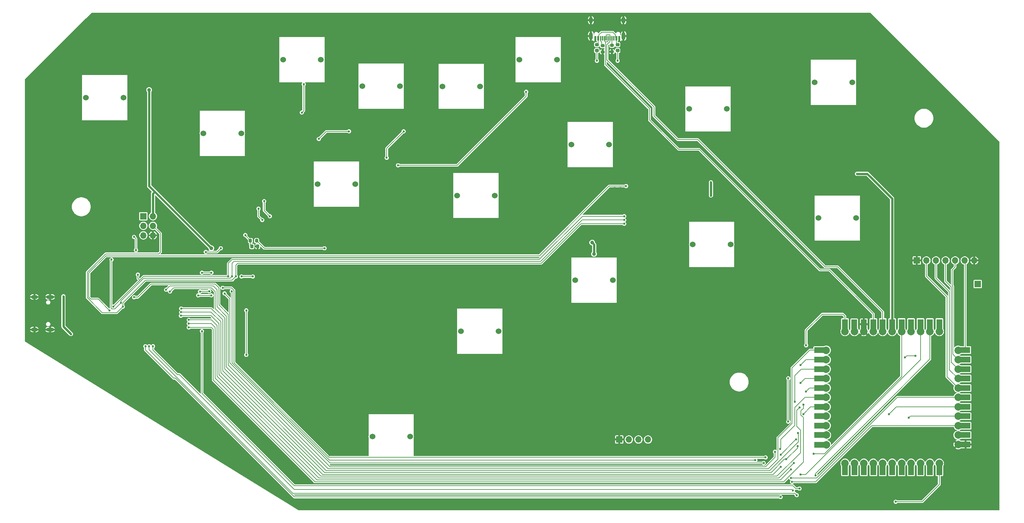
<source format=gbr>
%TF.GenerationSoftware,KiCad,Pcbnew,8.0.8*%
%TF.CreationDate,2025-04-29T22:55:39-07:00*%
%TF.ProjectId,MainBoard_BrooksGen5XMini,4d61696e-426f-4617-9264-5f42726f6f6b,rev?*%
%TF.SameCoordinates,Original*%
%TF.FileFunction,Copper,L1,Top*%
%TF.FilePolarity,Positive*%
%FSLAX46Y46*%
G04 Gerber Fmt 4.6, Leading zero omitted, Abs format (unit mm)*
G04 Created by KiCad (PCBNEW 8.0.8) date 2025-04-29 22:55:39*
%MOMM*%
%LPD*%
G01*
G04 APERTURE LIST*
G04 Aperture macros list*
%AMRoundRect*
0 Rectangle with rounded corners*
0 $1 Rounding radius*
0 $2 $3 $4 $5 $6 $7 $8 $9 X,Y pos of 4 corners*
0 Add a 4 corners polygon primitive as box body*
4,1,4,$2,$3,$4,$5,$6,$7,$8,$9,$2,$3,0*
0 Add four circle primitives for the rounded corners*
1,1,$1+$1,$2,$3*
1,1,$1+$1,$4,$5*
1,1,$1+$1,$6,$7*
1,1,$1+$1,$8,$9*
0 Add four rect primitives between the rounded corners*
20,1,$1+$1,$2,$3,$4,$5,0*
20,1,$1+$1,$4,$5,$6,$7,0*
20,1,$1+$1,$6,$7,$8,$9,0*
20,1,$1+$1,$8,$9,$2,$3,0*%
G04 Aperture macros list end*
%TA.AperFunction,SMDPad,CuDef*%
%ADD10R,1.524000X2.600000*%
%TD*%
%TA.AperFunction,ComponentPad*%
%ADD11C,2.000000*%
%TD*%
%TA.AperFunction,SMDPad,CuDef*%
%ADD12R,2.600000X1.524000*%
%TD*%
%TA.AperFunction,ComponentPad*%
%ADD13R,1.700000X1.700000*%
%TD*%
%TA.AperFunction,ComponentPad*%
%ADD14O,1.700000X1.700000*%
%TD*%
%TA.AperFunction,WasherPad*%
%ADD15C,1.530000*%
%TD*%
%TA.AperFunction,SMDPad,CuDef*%
%ADD16RoundRect,0.218750X0.256250X-0.218750X0.256250X0.218750X-0.256250X0.218750X-0.256250X-0.218750X0*%
%TD*%
%TA.AperFunction,SMDPad,CuDef*%
%ADD17R,0.600000X1.150000*%
%TD*%
%TA.AperFunction,SMDPad,CuDef*%
%ADD18R,0.300000X1.150000*%
%TD*%
%TA.AperFunction,ComponentPad*%
%ADD19O,1.000000X2.100000*%
%TD*%
%TA.AperFunction,ComponentPad*%
%ADD20O,1.000000X1.800000*%
%TD*%
%TA.AperFunction,SMDPad,CuDef*%
%ADD21RoundRect,0.200000X-0.275000X0.200000X-0.275000X-0.200000X0.275000X-0.200000X0.275000X0.200000X0*%
%TD*%
%TA.AperFunction,SMDPad,CuDef*%
%ADD22RoundRect,0.225000X0.225000X0.250000X-0.225000X0.250000X-0.225000X-0.250000X0.225000X-0.250000X0*%
%TD*%
%TA.AperFunction,SMDPad,CuDef*%
%ADD23RoundRect,0.200000X0.275000X-0.200000X0.275000X0.200000X-0.275000X0.200000X-0.275000X-0.200000X0*%
%TD*%
%TA.AperFunction,SMDPad,CuDef*%
%ADD24RoundRect,0.200000X0.200000X0.275000X-0.200000X0.275000X-0.200000X-0.275000X0.200000X-0.275000X0*%
%TD*%
%TA.AperFunction,ComponentPad*%
%ADD25O,1.800000X1.000000*%
%TD*%
%TA.AperFunction,ComponentPad*%
%ADD26O,2.100000X1.000000*%
%TD*%
%TA.AperFunction,ViaPad*%
%ADD27C,0.600000*%
%TD*%
%TA.AperFunction,ViaPad*%
%ADD28C,1.000000*%
%TD*%
%TA.AperFunction,Conductor*%
%ADD29C,0.600000*%
%TD*%
%TA.AperFunction,Conductor*%
%ADD30C,0.200000*%
%TD*%
G04 APERTURE END LIST*
D10*
%TO.P,U37,1,RS_R*%
%TO.N,unconnected-(U37-RS_R-Pad1)*%
X238075000Y-138925000D03*
D11*
X238075000Y-137075000D03*
D10*
%TO.P,U37,2,RS_D*%
%TO.N,unconnected-(U37-RS_D-Pad2)*%
X240575000Y-138925000D03*
D11*
X240575000Y-137075000D03*
D10*
%TO.P,U37,3,RS_L*%
%TO.N,unconnected-(U37-RS_L-Pad3)*%
X243075000Y-138925000D03*
D11*
X243075000Y-137075000D03*
D10*
%TO.P,U37,4,RS_U*%
%TO.N,unconnected-(U37-RS_U-Pad4)*%
X245575000Y-138925000D03*
D11*
X245575000Y-137075000D03*
D10*
%TO.P,U37,5,L3*%
%TO.N,unconnected-(U37-L3-Pad5)*%
X248075000Y-138925000D03*
D11*
X248075000Y-137075000D03*
D10*
%TO.P,U37,6,R3*%
%TO.N,unconnected-(U37-R3-Pad6)*%
X250575000Y-138925000D03*
D11*
X250575000Y-137075000D03*
D10*
%TO.P,U37,7,J1-7*%
%TO.N,unconnected-(U37-J1-7-Pad7)*%
X253075000Y-138925000D03*
D11*
X253075000Y-137075000D03*
D10*
%TO.P,U37,8,J1-8*%
%TO.N,unconnected-(U37-J1-8-Pad8)*%
X255575000Y-138925000D03*
D11*
X255575000Y-137075000D03*
D10*
%TO.P,U37,9,RGB_LED*%
%TO.N,unconnected-(U37-RGB_LED-Pad9)*%
X258075000Y-138925000D03*
D11*
X258075000Y-137075000D03*
D10*
%TO.P,U37,10,OLED_SCL*%
%TO.N,/OLED_SCL*%
X260575000Y-138925000D03*
D11*
X260575000Y-137075000D03*
D10*
%TO.P,U37,11,OLED_SDA*%
%TO.N,/OLED_SDA*%
X263075000Y-138925000D03*
D11*
X263075000Y-137075000D03*
%TO.P,U37,12,GND*%
%TO.N,GND*%
X268075000Y-132075000D03*
D12*
X270025000Y-132075000D03*
D11*
%TO.P,U37,13,3DVR*%
%TO.N,unconnected-(U37-3DVR-Pad13)*%
X268075000Y-129575000D03*
D12*
X270025000Y-129575000D03*
D11*
%TO.P,U37,14,TP_Key*%
%TO.N,/TURBO*%
X268075000Y-127075000D03*
D12*
X270025000Y-127075000D03*
D11*
%TO.P,U37,15,PS_Key*%
%TO.N,/HOME*%
X268075000Y-124575000D03*
D12*
X270025000Y-124575000D03*
D11*
%TO.P,U37,16,Option*%
%TO.N,/START*%
X268075000Y-122075000D03*
D12*
X270025000Y-122075000D03*
D11*
%TO.P,U37,17,Share*%
%TO.N,/SELECT*%
X268075000Y-119575000D03*
D12*
X270025000Y-119575000D03*
D11*
%TO.P,U37,18,BT_RX*%
%TO.N,Net-(J5-Pin_2)*%
X268075000Y-117075000D03*
D12*
X270025000Y-117075000D03*
D11*
%TO.P,U37,19,BT_TX*%
%TO.N,Net-(J5-Pin_3)*%
X268075000Y-114575000D03*
D12*
X270025000Y-114575000D03*
D11*
%TO.P,U37,20,BT_EN*%
%TO.N,Net-(J5-Pin_4)*%
X268075000Y-112075000D03*
D12*
X270025000Y-112075000D03*
D11*
%TO.P,U37,21,BT_CTS*%
%TO.N,Net-(J5-Pin_5)*%
X268075000Y-109575000D03*
D12*
X270025000Y-109575000D03*
D11*
%TO.P,U37,22,3.3V*%
%TO.N,/VCC_3.3V*%
X268075000Y-107075000D03*
D12*
X269975000Y-107025000D03*
D11*
%TO.P,U37,23,Reset*%
%TO.N,unconnected-(U37-Reset-Pad23)*%
X263075000Y-102075000D03*
D10*
X263075000Y-100125000D03*
D11*
%TO.P,U37,24,R2*%
%TO.N,/HK*%
X260575000Y-102075000D03*
D10*
X260575000Y-100125000D03*
D11*
%TO.P,U37,25,L2*%
%TO.N,/SHK*%
X258075000Y-102075000D03*
D10*
X258075000Y-100125000D03*
D11*
%TO.P,U37,26,R1*%
%TO.N,/HP*%
X255575000Y-102075000D03*
D10*
X255575000Y-100125000D03*
D11*
%TO.P,U37,27,L1*%
%TO.N,/SHP*%
X253075000Y-102075000D03*
D10*
X253075000Y-100125000D03*
D11*
%TO.P,U37,28,VBUS*%
%TO.N,VCC*%
X250575000Y-102075000D03*
D10*
X250575000Y-100125000D03*
D11*
%TO.P,U37,29,D-*%
%TO.N,/D-_Brooks*%
X248075000Y-102075000D03*
D10*
X248075000Y-100125000D03*
D11*
%TO.P,U37,30,D+*%
%TO.N,/D+_Brooks*%
X245575000Y-102075000D03*
D10*
X245575000Y-100125000D03*
D11*
%TO.P,U37,31,GND*%
%TO.N,GND*%
X243075000Y-102075000D03*
D10*
X243075000Y-100175000D03*
D11*
%TO.P,U37,32,FN_Key*%
%TO.N,Net-(J6-Pin_1)*%
X240575000Y-102075000D03*
D10*
X240525000Y-100175000D03*
D11*
%TO.P,U37,33,Triangle*%
%TO.N,/MP*%
X238075000Y-102075000D03*
D10*
X238075000Y-100125000D03*
D11*
%TO.P,U37,34,Square*%
%TO.N,/LP*%
X233075000Y-107075000D03*
D12*
X231225000Y-107025000D03*
%TO.P,U37,35,Circle*%
%TO.N,/MK*%
X231225000Y-109575000D03*
D11*
X233075000Y-109575000D03*
D12*
%TO.P,U37,36,Cross*%
%TO.N,/LK*%
X231225000Y-112075000D03*
D11*
X233075000Y-112075000D03*
%TO.P,U37,37,DP_R*%
%TO.N,/R*%
X233075000Y-114575000D03*
D12*
X231225000Y-114525000D03*
%TO.P,U37,38,DP_D*%
%TO.N,/D*%
X231225000Y-117075000D03*
D11*
X233075000Y-117075000D03*
D12*
%TO.P,U37,39,DP_L*%
%TO.N,/L*%
X231225000Y-119575000D03*
D11*
X233075000Y-119575000D03*
D12*
%TO.P,U37,40,DP_U*%
%TO.N,/U*%
X231225000Y-122075000D03*
D11*
X233075000Y-122075000D03*
D12*
%TO.P,U37,41,LS_R*%
%TO.N,unconnected-(U37-LS_R-Pad41)*%
X231225000Y-124575000D03*
D11*
X233075000Y-124575000D03*
D12*
%TO.P,U37,42,LS_D*%
%TO.N,unconnected-(U37-LS_D-Pad42)*%
X231225000Y-127075000D03*
D11*
X233075000Y-127075000D03*
D12*
%TO.P,U37,43,LS_L*%
%TO.N,unconnected-(U37-LS_L-Pad43)*%
X231225000Y-129575000D03*
D11*
X233125000Y-129575000D03*
D12*
%TO.P,U37,44,LS_U*%
%TO.N,unconnected-(U37-LS_U-Pad44)*%
X231225000Y-132125000D03*
D11*
X233125000Y-132125000D03*
%TD*%
D13*
%TO.P,J6,1,Pin_1*%
%TO.N,Net-(J6-Pin_1)*%
X273250000Y-89500000D03*
%TD*%
D14*
%TO.P,J5,7,Pin_7*%
%TO.N,GND*%
X272365000Y-83250000D03*
%TO.P,J5,6,Pin_6*%
%TO.N,/VCC_3.3V*%
X269825000Y-83250000D03*
%TO.P,J5,5,Pin_5*%
%TO.N,Net-(J5-Pin_5)*%
X267285000Y-83250000D03*
%TO.P,J5,4,Pin_4*%
%TO.N,Net-(J5-Pin_4)*%
X264745000Y-83250000D03*
%TO.P,J5,3,Pin_3*%
%TO.N,Net-(J5-Pin_3)*%
X262205000Y-83250000D03*
%TO.P,J5,2,Pin_2*%
%TO.N,Net-(J5-Pin_2)*%
X259665000Y-83250000D03*
D13*
%TO.P,J5,1,Pin_1*%
%TO.N,GND*%
X257125000Y-83250000D03*
%TD*%
%TO.P,J4,1,Pin_1*%
%TO.N,GND*%
X178200000Y-130750000D03*
D14*
%TO.P,J4,2,Pin_2*%
%TO.N,/VCC_3.3V*%
X180740000Y-130750000D03*
%TO.P,J4,3,Pin_3*%
%TO.N,/OLED_SCL*%
X183280000Y-130750000D03*
%TO.P,J4,4,Pin_4*%
%TO.N,/OLED_SDA*%
X185820000Y-130750000D03*
%TD*%
D15*
%TO.P,U22,*%
%TO.N,*%
X136200000Y-102000000D03*
X146200000Y-102000000D03*
%TD*%
D13*
%TO.P,J2,1,Pin_1*%
%TO.N,MISO*%
X51960000Y-71500000D03*
D14*
%TO.P,J2,2,Pin_2*%
%TO.N,VCC*%
X54500000Y-71500000D03*
%TO.P,J2,3,Pin_3*%
%TO.N,SCLK*%
X51960000Y-74040000D03*
%TO.P,J2,4,Pin_4*%
%TO.N,MOSI*%
X54500000Y-74040000D03*
%TO.P,J2,5,Pin_5*%
%TO.N,/RST*%
X51960000Y-76580000D03*
%TO.P,J2,6,Pin_6*%
%TO.N,GND*%
X54500000Y-76580000D03*
%TD*%
D15*
%TO.P,U31,*%
%TO.N,*%
X196700000Y-43050002D03*
X206700000Y-43050002D03*
%TD*%
%TO.P,U32,*%
%TO.N,*%
X112700000Y-130000000D03*
X122700000Y-130000000D03*
%TD*%
%TO.P,U25,*%
%TO.N,*%
X110000000Y-37000000D03*
X120000000Y-37000000D03*
%TD*%
D16*
%TO.P,D4,1,K*%
%TO.N,VCC*%
X172250000Y-27537500D03*
%TO.P,D4,2,A*%
%TO.N,Net-(D3-A)*%
X172250000Y-25962500D03*
%TD*%
D15*
%TO.P,U2,*%
%TO.N,*%
X36700000Y-40050002D03*
X46700000Y-40050002D03*
%TD*%
%TO.P,U33,*%
%TO.N,*%
X151700000Y-30000000D03*
X161700000Y-30000000D03*
%TD*%
%TO.P,U30,*%
%TO.N,*%
X197700000Y-79000000D03*
X207700000Y-79000000D03*
%TD*%
D17*
%TO.P,J3,A1_B12,GND*%
%TO.N,GND*%
X178200000Y-24255000D03*
%TO.P,J3,A4_B9,VBUS*%
%TO.N,Net-(D3-A)*%
X177400000Y-24255000D03*
D18*
%TO.P,J3,A5,CC1*%
%TO.N,Net-(J3-CC1)*%
X176250000Y-24255000D03*
%TO.P,J3,A6,DP1*%
%TO.N,/D+_Brooks*%
X175250000Y-24255000D03*
%TO.P,J3,A7,DN1*%
%TO.N,/D-_Brooks*%
X174750000Y-24255000D03*
%TO.P,J3,A8,SBU1*%
%TO.N,unconnected-(J3-SBU1-PadA8)*%
X173750000Y-24255000D03*
D17*
%TO.P,J3,B1_A12,GND__1*%
%TO.N,GND*%
X171800000Y-24255000D03*
%TO.P,J3,B4_A9,VBUS__1*%
%TO.N,Net-(D3-A)*%
X172600000Y-24255000D03*
D18*
%TO.P,J3,B5,CC2*%
%TO.N,Net-(J3-CC2)*%
X173250000Y-24255000D03*
%TO.P,J3,B6,DP2*%
%TO.N,/D+_Brooks*%
X174250000Y-24255000D03*
%TO.P,J3,B7,DN2*%
%TO.N,/D-_Brooks*%
X175750000Y-24255000D03*
%TO.P,J3,B8,SBU2*%
%TO.N,unconnected-(J3-SBU2-PadB8)*%
X176750000Y-24255000D03*
D19*
%TO.P,J3,SH1,SHELL_GND*%
%TO.N,GND*%
X179320000Y-23680000D03*
%TO.P,J3,SH2,SHELL_GND__1*%
X170680000Y-23680000D03*
D20*
%TO.P,J3,SH3,SHELL_GND__2*%
X179320000Y-19500000D03*
%TO.P,J3,SH4,SHELL_GND__3*%
X170680000Y-19500000D03*
%TD*%
D21*
%TO.P,R15,1*%
%TO.N,Net-(J3-CC2)*%
X173750000Y-26250000D03*
%TO.P,R15,2*%
%TO.N,GND*%
X173750000Y-27900000D03*
%TD*%
D15*
%TO.P,U23,*%
%TO.N,*%
X135200000Y-66000000D03*
X145200000Y-66000000D03*
%TD*%
%TO.P,U24,*%
%TO.N,*%
X67900000Y-49500003D03*
X77900000Y-49500003D03*
%TD*%
D16*
%TO.P,D3,1,K*%
%TO.N,VCC*%
X177750000Y-27537500D03*
%TO.P,D3,2,A*%
%TO.N,Net-(D3-A)*%
X177750000Y-25962500D03*
%TD*%
D15*
%TO.P,U35,*%
%TO.N,*%
X230000000Y-36000003D03*
X240000000Y-36000003D03*
%TD*%
%TO.P,U26,*%
%TO.N,*%
X166500000Y-88450001D03*
X176500000Y-88450001D03*
%TD*%
%TO.P,U28,*%
%TO.N,*%
X98200000Y-63000000D03*
X108200000Y-63000000D03*
%TD*%
%TO.P,U27,*%
%TO.N,*%
X165500000Y-52500003D03*
X175500000Y-52500003D03*
%TD*%
%TO.P,U29,*%
%TO.N,*%
X131300000Y-37050002D03*
X141300000Y-37050002D03*
%TD*%
%TO.P,U21,*%
%TO.N,*%
X89000000Y-30000000D03*
X99000000Y-30000000D03*
%TD*%
D22*
%TO.P,C40,1*%
%TO.N,GND*%
X82275000Y-79500000D03*
%TO.P,C40,2*%
%TO.N,Net-(U3-IN3)*%
X80725000Y-79500000D03*
%TD*%
D15*
%TO.P,U34,*%
%TO.N,*%
X231000000Y-72000000D03*
X241000000Y-72000000D03*
%TD*%
D23*
%TO.P,R1,1*%
%TO.N,GND*%
X176250000Y-27825000D03*
%TO.P,R1,2*%
%TO.N,Net-(J3-CC1)*%
X176250000Y-26175000D03*
%TD*%
D24*
%TO.P,R32,1*%
%TO.N,SELECTA*%
X82000000Y-78000000D03*
%TO.P,R32,2*%
%TO.N,Net-(U3-IN3)*%
X80350000Y-78000000D03*
%TD*%
D25*
%TO.P,J1,SH4,SHELL_GND__3*%
%TO.N,GND*%
X23040000Y-92920000D03*
%TO.P,J1,SH3,SHELL_GND__2*%
X23040000Y-101560000D03*
D26*
%TO.P,J1,SH2,SHELL_GND__1*%
X27220000Y-92920000D03*
%TO.P,J1,SH1,SHELL_GND*%
X27220000Y-101560000D03*
%TD*%
D27*
%TO.N,VCC*%
X241250000Y-60250000D03*
%TO.N,GND*%
X217250000Y-121250000D03*
X217500000Y-117000000D03*
X216500000Y-109500000D03*
X205750000Y-111000000D03*
X199500000Y-121250000D03*
X208500000Y-124250000D03*
X203250000Y-129250000D03*
X246750000Y-144750000D03*
X238000000Y-145750000D03*
X242000000Y-145750000D03*
X231750000Y-145000000D03*
X236250000Y-143750000D03*
%TO.N,/OLED_SDA*%
X251500000Y-147250000D03*
%TO.N,/VCC_3.3V*%
X254000000Y-109000000D03*
X256750000Y-108500000D03*
%TO.N,GND*%
X184500000Y-91000000D03*
X186000000Y-91000000D03*
X87000000Y-53500000D03*
X153000000Y-52500000D03*
X57500000Y-94500000D03*
X129000000Y-60000000D03*
X180500000Y-45000000D03*
X216500000Y-73500000D03*
X175500000Y-67000000D03*
X128000000Y-61500000D03*
X216000000Y-39500000D03*
X128000000Y-62500000D03*
X215000000Y-39500000D03*
X164500000Y-96500000D03*
X50500000Y-83500000D03*
X187500000Y-91000000D03*
X87000000Y-57500000D03*
X186000000Y-88000000D03*
X216000000Y-36500000D03*
X59500000Y-46000000D03*
X192500000Y-73500000D03*
X114000000Y-64000000D03*
X216500000Y-75000000D03*
X190500000Y-77500000D03*
X182000000Y-43500000D03*
X153000000Y-106000000D03*
X157000000Y-52500000D03*
X216000000Y-38000000D03*
X93000000Y-110000000D03*
X141000000Y-124500000D03*
X55500000Y-101500000D03*
X155000000Y-52500000D03*
X57500000Y-107000000D03*
X89000000Y-55500000D03*
X159000000Y-52500000D03*
X131500000Y-99500000D03*
X130000000Y-62500000D03*
X194000000Y-85500000D03*
X187500000Y-89500000D03*
X139500000Y-127000000D03*
X58000000Y-47500000D03*
X175500000Y-75500000D03*
X85000000Y-55500000D03*
X60000000Y-93000000D03*
X214000000Y-38000000D03*
X199000000Y-52500000D03*
X89000000Y-53500000D03*
X228500000Y-66500000D03*
X186000000Y-89500000D03*
X37500000Y-96500000D03*
X178500000Y-64000000D03*
X159000000Y-54500000D03*
X180500000Y-42000000D03*
X119000000Y-70000000D03*
X55500000Y-99000000D03*
X46000000Y-107000000D03*
X130000000Y-61500000D03*
X52500000Y-99000000D03*
X225500000Y-69000000D03*
X155000000Y-58500000D03*
X141000000Y-127000000D03*
X213500000Y-76500000D03*
X34500000Y-52500000D03*
X36000000Y-52500000D03*
X157000000Y-58500000D03*
X177000000Y-67000000D03*
X213500000Y-75000000D03*
X190500000Y-73500000D03*
X116500000Y-68000000D03*
X216500000Y-76500000D03*
X214000000Y-36500000D03*
X187500000Y-88000000D03*
X36000000Y-95000000D03*
X213500000Y-73500000D03*
X128000000Y-60000000D03*
X33500000Y-100000000D03*
X157000000Y-54500000D03*
X89000000Y-57500000D03*
X138000000Y-122500000D03*
X175500000Y-65500000D03*
X177000000Y-64000000D03*
X35000000Y-88500000D03*
X116500000Y-66500000D03*
X59500000Y-49000000D03*
X61000000Y-47500000D03*
X36000000Y-54500000D03*
X194500000Y-73500000D03*
X87000000Y-55500000D03*
X93000000Y-111500000D03*
X76000000Y-90000000D03*
X37500000Y-51000000D03*
X94500000Y-108500000D03*
X139500000Y-122500000D03*
X91500000Y-111500000D03*
X116500000Y-70000000D03*
X191500000Y-60500000D03*
X184500000Y-89500000D03*
X119000000Y-68000000D03*
X153000000Y-54500000D03*
X64500000Y-94000000D03*
X51000000Y-109000000D03*
X178500000Y-65500000D03*
X194500000Y-75500000D03*
X159000000Y-56500000D03*
X114000000Y-66500000D03*
X77500000Y-93500000D03*
X62000000Y-91500000D03*
X72000000Y-120000000D03*
X65000000Y-110500000D03*
X129000000Y-62500000D03*
X74000000Y-121500000D03*
X155000000Y-56500000D03*
X182000000Y-45000000D03*
X52500000Y-102000000D03*
X139500000Y-124500000D03*
X130000000Y-60000000D03*
X34500000Y-51000000D03*
X66500000Y-114000000D03*
X73500000Y-95000000D03*
X190500000Y-75500000D03*
X33500000Y-95000000D03*
X215000000Y-76500000D03*
X54000000Y-94500000D03*
X58000000Y-46000000D03*
X215000000Y-38000000D03*
X177000000Y-77000000D03*
X37500000Y-52500000D03*
X138000000Y-127000000D03*
X37500000Y-54500000D03*
X91500000Y-110000000D03*
X40000000Y-90000000D03*
X180500000Y-43500000D03*
X85000000Y-53500000D03*
X215000000Y-75000000D03*
X177000000Y-65500000D03*
X108500000Y-125000000D03*
X47500000Y-99500000D03*
X153000000Y-56500000D03*
X129000000Y-61500000D03*
X58000000Y-49000000D03*
X228500000Y-69000000D03*
X93000000Y-108500000D03*
X91500000Y-108500000D03*
X225500000Y-66500000D03*
X147000000Y-112000000D03*
X94500000Y-111500000D03*
X184500000Y-88000000D03*
X59500000Y-47500000D03*
X108500000Y-133500000D03*
X222500000Y-69000000D03*
X157000000Y-56500000D03*
X183500000Y-42000000D03*
X138000000Y-124500000D03*
X181000000Y-81500000D03*
X36000000Y-51000000D03*
X34500000Y-54500000D03*
X39500000Y-98000000D03*
X194500000Y-77500000D03*
X222500000Y-66500000D03*
X81000000Y-113500000D03*
X155000000Y-54500000D03*
X151000000Y-87500000D03*
X85000000Y-57500000D03*
X175500000Y-77000000D03*
X61500000Y-84500000D03*
X192500000Y-75500000D03*
X94500000Y-110000000D03*
X65500000Y-85000000D03*
X159000000Y-58500000D03*
X61000000Y-46000000D03*
X183500000Y-43500000D03*
X222500000Y-64000000D03*
X189000000Y-59000000D03*
X141000000Y-122500000D03*
X128500000Y-127500000D03*
X215000000Y-73500000D03*
X225500000Y-64000000D03*
X153000000Y-58500000D03*
X182000000Y-42000000D03*
X192500000Y-77500000D03*
X116500000Y-64000000D03*
X177000000Y-75500000D03*
X61000000Y-49000000D03*
X214000000Y-39500000D03*
X215000000Y-36500000D03*
X69500000Y-95000000D03*
X228500000Y-64000000D03*
X178500000Y-67000000D03*
X183500000Y-45000000D03*
X178500000Y-75500000D03*
D28*
%TO.N,VCC*%
X171000000Y-78500000D03*
D27*
X177750000Y-30250000D03*
D28*
X171500000Y-81500000D03*
D27*
X202500000Y-66000000D03*
X202500000Y-62500000D03*
D28*
X53500000Y-38000000D03*
D27*
X32750000Y-102750000D03*
X30750000Y-92750000D03*
X172250000Y-30250000D03*
D28*
X70000000Y-80000000D03*
D27*
%TO.N,SCLK*%
X74500000Y-87500000D03*
X49500000Y-77000000D03*
X179500000Y-71500000D03*
X44000000Y-95500000D03*
X50000000Y-80500000D03*
X50500000Y-87000000D03*
%TO.N,MOSI*%
X179500000Y-73500000D03*
X76500000Y-87500000D03*
X46500000Y-95500000D03*
%TO.N,NOT_CS1*%
X180000000Y-63500000D03*
X43000000Y-96500000D03*
%TO.N,MISO*%
X179500000Y-72500000D03*
X46000000Y-94500000D03*
X75500000Y-87500000D03*
X43500000Y-83000000D03*
%TO.N,UA*%
X79274999Y-108274999D03*
X79274999Y-96500000D03*
%TO.N,HOMEA*%
X106500000Y-49000000D03*
X98500000Y-51000000D03*
X85500000Y-71500000D03*
X84000000Y-67500000D03*
%TO.N,SELECTA*%
X153500000Y-38500000D03*
X119500000Y-58000000D03*
X100000000Y-80000000D03*
%TO.N,TURBOA*%
X121000000Y-49000000D03*
X116500000Y-56000000D03*
%TO.N,NOT_CS2*%
X68500000Y-81000000D03*
X72500000Y-80000000D03*
%TO.N,STARTA*%
X94500000Y-36500000D03*
X83500000Y-72500000D03*
X82500000Y-69500000D03*
X94000000Y-44000000D03*
%TO.N,/TURBO*%
X216500000Y-137000000D03*
X224000000Y-142000000D03*
X66500000Y-92500000D03*
X70000000Y-92500000D03*
X73500000Y-92000000D03*
%TO.N,/SELECT*%
X73000000Y-90500000D03*
X217000000Y-135500000D03*
X223750000Y-141000000D03*
X70000000Y-86500000D03*
X67500000Y-86500000D03*
%TO.N,/HK*%
X225250000Y-145500000D03*
X230250000Y-140250000D03*
X53500000Y-106000000D03*
%TO.N,/D*%
X223750000Y-138684314D03*
X64000000Y-100000000D03*
X227750000Y-118000000D03*
%TO.N,/SHK*%
X226250000Y-140000000D03*
X54500000Y-106000000D03*
X224250000Y-144250000D03*
%TO.N,/MK*%
X226250000Y-111000000D03*
X223000000Y-126000000D03*
X223000000Y-114500000D03*
X221000000Y-146000000D03*
X52500000Y-106000000D03*
%TO.N,/MP*%
X222500000Y-136000000D03*
X227750000Y-105750000D03*
X225500000Y-132500000D03*
X62000000Y-96000000D03*
%TO.N,/L*%
X49500000Y-93000000D03*
X220850000Y-133250000D03*
X219500000Y-134000000D03*
%TO.N,/HP*%
X225600000Y-129000000D03*
X59000000Y-91500000D03*
%TO.N,/SHP*%
X229750000Y-134500000D03*
X221000000Y-134750000D03*
X225100000Y-130750000D03*
X221000000Y-138000000D03*
X61971446Y-96971446D03*
%TO.N,/LK*%
X224750000Y-120750000D03*
X226000000Y-122250000D03*
X61896446Y-97896446D03*
%TO.N,/R*%
X227000000Y-121500000D03*
X226250000Y-115750000D03*
X64000000Y-101000000D03*
%TO.N,/START*%
X67500000Y-102000000D03*
X249750000Y-124000000D03*
X226000000Y-143750000D03*
%TO.N,/LP*%
X58000000Y-91000000D03*
%TO.N,/HOME*%
X75400000Y-91400000D03*
X255000000Y-125000000D03*
X214282843Y-136217157D03*
X67000000Y-91500000D03*
X69434313Y-91400000D03*
%TO.N,/U*%
X227000000Y-124000000D03*
X64000000Y-99000000D03*
X224500000Y-137000000D03*
%TO.N,Net-(U3-IN7)*%
X81000000Y-87500000D03*
X78000000Y-87500000D03*
%TO.N,Net-(U3-IN3)*%
X79000000Y-76500000D03*
%TD*%
D29*
%TO.N,VCC*%
X244000000Y-60250000D02*
X241250000Y-60250000D01*
X244250000Y-60500000D02*
X244000000Y-60250000D01*
X250575000Y-66825000D02*
X244250000Y-60500000D01*
X250575000Y-102075000D02*
X250575000Y-66825000D01*
D30*
%TO.N,/OLED_SDA*%
X263075000Y-142675000D02*
X263075000Y-137075000D01*
X251500000Y-147250000D02*
X258500000Y-147250000D01*
X258500000Y-147250000D02*
X263075000Y-142675000D01*
%TO.N,/VCC_3.3V*%
X256750000Y-108500000D02*
X254500000Y-108500000D01*
X254500000Y-108500000D02*
X254000000Y-109000000D01*
X269975000Y-83400000D02*
X269825000Y-83250000D01*
X269975000Y-107025000D02*
X269975000Y-83400000D01*
%TO.N,Net-(J5-Pin_5)*%
X267285000Y-84965000D02*
X267285000Y-83250000D01*
X266500000Y-85750000D02*
X267285000Y-84965000D01*
X266650000Y-108150000D02*
X266650000Y-90084315D01*
X266650000Y-90084315D02*
X266500000Y-89934315D01*
X268075000Y-109575000D02*
X266650000Y-108150000D01*
X266500000Y-89934315D02*
X266500000Y-85750000D01*
%TO.N,Net-(J5-Pin_3)*%
X262205000Y-87955000D02*
X262205000Y-83250000D01*
X265750000Y-112250000D02*
X265750000Y-91500000D01*
X268075000Y-114575000D02*
X265750000Y-112250000D01*
X265750000Y-91500000D02*
X262205000Y-87955000D01*
%TO.N,Net-(J5-Pin_2)*%
X259665000Y-87415000D02*
X259665000Y-83250000D01*
X265100000Y-92850000D02*
X259665000Y-87415000D01*
X265100000Y-114100000D02*
X265100000Y-92850000D01*
X268075000Y-117075000D02*
X265100000Y-114100000D01*
%TO.N,Net-(J5-Pin_4)*%
X266250000Y-110250000D02*
X268075000Y-112075000D01*
X266250000Y-90250000D02*
X266250000Y-110250000D01*
X264745000Y-88745000D02*
X266250000Y-90250000D01*
X264745000Y-83250000D02*
X264745000Y-88745000D01*
%TO.N,Net-(D3-A)*%
X177200000Y-23380000D02*
X177200000Y-24055000D01*
X176502703Y-22682703D02*
X177200000Y-23380000D01*
X173497297Y-22682703D02*
X176502703Y-22682703D01*
X177200000Y-24055000D02*
X177400000Y-24255000D01*
X172800000Y-23380000D02*
X173497297Y-22682703D01*
X172800000Y-24055000D02*
X172800000Y-23380000D01*
X172600000Y-24255000D02*
X172800000Y-24055000D01*
D29*
%TO.N,VCC*%
X55000000Y-65000000D02*
X54500000Y-65500000D01*
X202500000Y-66000000D02*
X202500000Y-62500000D01*
X70000000Y-80000000D02*
X55000000Y-65000000D01*
X171500000Y-79000000D02*
X171000000Y-78500000D01*
X53500000Y-63500000D02*
X53500000Y-38000000D01*
D30*
X177750000Y-27537500D02*
X177750000Y-30250000D01*
D29*
X30750000Y-100750000D02*
X32750000Y-102750000D01*
X171500000Y-81500000D02*
X171500000Y-79000000D01*
X54500000Y-65500000D02*
X54500000Y-71500000D01*
D30*
X172250000Y-27537500D02*
X172250000Y-30250000D01*
D29*
X30750000Y-92750000D02*
X30750000Y-100750000D01*
X55000000Y-65000000D02*
X53500000Y-63500000D01*
D30*
%TO.N,SCLK*%
X74500000Y-87500000D02*
X52000000Y-87500000D01*
X168462132Y-71500000D02*
X179500000Y-71500000D01*
X75500000Y-83000000D02*
X156962132Y-83000000D01*
X49500000Y-77000000D02*
X50000000Y-77500000D01*
X50500000Y-87000000D02*
X50500000Y-88000000D01*
X74500000Y-84000000D02*
X75500000Y-83000000D01*
X156962132Y-83000000D02*
X168462132Y-71500000D01*
X52000000Y-87500000D02*
X44000000Y-95500000D01*
X74500000Y-87500000D02*
X74500000Y-84000000D01*
X50500000Y-88000000D02*
X50967157Y-88467157D01*
X50000000Y-77500000D02*
X50000000Y-80500000D01*
%TO.N,MOSI*%
X44900000Y-97100000D02*
X41034314Y-97100000D01*
X56500000Y-81000000D02*
X56500000Y-76040000D01*
X41034314Y-97100000D02*
X37100000Y-93165686D01*
X37100000Y-93165686D02*
X37100000Y-86334314D01*
X76500000Y-84500000D02*
X76500000Y-87500000D01*
X56500000Y-76040000D02*
X54500000Y-74040000D01*
X77000000Y-84000000D02*
X76500000Y-84500000D01*
X46500000Y-94500000D02*
X46500000Y-95500000D01*
X56000000Y-81500000D02*
X56500000Y-81000000D01*
X76500000Y-87500000D02*
X75500000Y-88500000D01*
X75500000Y-88500000D02*
X52500000Y-88500000D01*
X157500000Y-84000000D02*
X77000000Y-84000000D01*
X168000000Y-73500000D02*
X157500000Y-84000000D01*
X41934314Y-81500000D02*
X56000000Y-81500000D01*
X46500000Y-95500000D02*
X44900000Y-97100000D01*
X37100000Y-86334314D02*
X41934314Y-81500000D01*
X52500000Y-88500000D02*
X46500000Y-94500000D01*
X179500000Y-73500000D02*
X168000000Y-73500000D01*
%TO.N,NOT_CS1*%
X37500000Y-86500000D02*
X37500000Y-93000000D01*
X157000000Y-82000000D02*
X42000000Y-82000000D01*
X38000000Y-93500000D02*
X40000000Y-93500000D01*
X40000000Y-93500000D02*
X43000000Y-96500000D01*
X37500000Y-93000000D02*
X38000000Y-93500000D01*
X175500000Y-63500000D02*
X157000000Y-82000000D01*
X42000000Y-82000000D02*
X37500000Y-86500000D01*
X180000000Y-63500000D02*
X175500000Y-63500000D01*
%TO.N,MISO*%
X43400000Y-95900000D02*
X43400000Y-83100000D01*
X43600000Y-96100000D02*
X43400000Y-95900000D01*
X43400000Y-83100000D02*
X43500000Y-83000000D01*
X179500000Y-72500000D02*
X168348528Y-72500000D01*
X44400000Y-96100000D02*
X43600000Y-96100000D01*
X75000000Y-88000000D02*
X52000000Y-88000000D01*
X46000000Y-94500000D02*
X44400000Y-96100000D01*
X75500000Y-84000000D02*
X75500000Y-87500000D01*
X75500000Y-87500000D02*
X75000000Y-88000000D01*
X46000000Y-94000000D02*
X46000000Y-94500000D01*
X168348528Y-72500000D02*
X157348528Y-83500000D01*
X157348528Y-83500000D02*
X76000000Y-83500000D01*
X76000000Y-83500000D02*
X75500000Y-84000000D01*
X52000000Y-88000000D02*
X46000000Y-94000000D01*
%TO.N,UA*%
X79274999Y-96500000D02*
X79274999Y-108274999D01*
%TO.N,HOMEA*%
X84000000Y-70000000D02*
X85500000Y-71500000D01*
X100500000Y-49000000D02*
X98500000Y-51000000D01*
X106500000Y-49000000D02*
X100500000Y-49000000D01*
X84000000Y-67500000D02*
X84000000Y-70000000D01*
%TO.N,SELECTA*%
X135207107Y-58000000D02*
X119500000Y-58000000D01*
X84000000Y-80000000D02*
X100000000Y-80000000D01*
X82000000Y-78000000D02*
X84000000Y-80000000D01*
X153500000Y-38500000D02*
X153500000Y-39707107D01*
X153500000Y-39707107D02*
X135207107Y-58000000D01*
%TO.N,TURBOA*%
X121000000Y-49000000D02*
X116500000Y-53500000D01*
X116500000Y-53500000D02*
X116500000Y-56000000D01*
%TO.N,NOT_CS2*%
X68500000Y-81000000D02*
X71500000Y-81000000D01*
X71500000Y-81000000D02*
X72500000Y-80000000D01*
%TO.N,STARTA*%
X82500000Y-69500000D02*
X82500000Y-71500000D01*
X94500000Y-43500000D02*
X94000000Y-44000000D01*
X82500000Y-71500000D02*
X83500000Y-72500000D01*
X94500000Y-36500000D02*
X94500000Y-43500000D01*
%TO.N,/TURBO*%
X230250000Y-142000000D02*
X245175000Y-127075000D01*
X101500000Y-137000000D02*
X216000000Y-137000000D01*
X224000000Y-142000000D02*
X230250000Y-142000000D01*
X74900000Y-93400000D02*
X74900000Y-110400000D01*
X216000000Y-137000000D02*
X216500000Y-137000000D01*
X74900000Y-110400000D02*
X101500000Y-137000000D01*
X245175000Y-127075000D02*
X268075000Y-127075000D01*
X70000000Y-92500000D02*
X66500000Y-92500000D01*
X73500000Y-92000000D02*
X74900000Y-93400000D01*
%TO.N,/SELECT*%
X76000000Y-91151471D02*
X76000000Y-110368628D01*
X67500000Y-86500000D02*
X70000000Y-86500000D01*
X73000000Y-90500000D02*
X75348529Y-90500000D01*
X223750000Y-141000000D02*
X230500000Y-141000000D01*
X230500000Y-141000000D02*
X251925000Y-119575000D01*
X213000000Y-135500000D02*
X217000000Y-135500000D01*
X76000000Y-110368628D02*
X101131372Y-135500000D01*
X251925000Y-119575000D02*
X268075000Y-119575000D01*
X101131372Y-135500000D02*
X213000000Y-135500000D01*
X75348529Y-90500000D02*
X76000000Y-91151471D01*
%TO.N,/HK*%
X260575000Y-102075000D02*
X260575000Y-109425000D01*
X260575000Y-109425000D02*
X248000000Y-122000000D01*
X230250000Y-140000000D02*
X230250000Y-140250000D01*
X91565686Y-145000000D02*
X224750000Y-145000000D01*
X248000000Y-122000000D02*
X230250000Y-139750000D01*
X230250000Y-139750000D02*
X230250000Y-140000000D01*
X225250000Y-145500000D02*
X224750000Y-145000000D01*
X91565686Y-145000000D02*
X53500000Y-106934314D01*
X53500000Y-106934314D02*
X53500000Y-106000000D01*
%TO.N,/D*%
X70000000Y-100000000D02*
X64000000Y-100000000D01*
X98000000Y-141500000D02*
X71000000Y-114500000D01*
X71000000Y-114500000D02*
X71000000Y-101000000D01*
X228675000Y-117075000D02*
X227750000Y-118000000D01*
X231225000Y-117075000D02*
X228675000Y-117075000D01*
X223750000Y-138684314D02*
X220934314Y-141500000D01*
X220934314Y-141500000D02*
X98000000Y-141500000D01*
X71000000Y-101000000D02*
X70000000Y-100000000D01*
%TO.N,/SHK*%
X54500000Y-107000000D02*
X61000000Y-113500000D01*
X54500000Y-106000000D02*
X54500000Y-107000000D01*
X227654164Y-140000000D02*
X226250000Y-140000000D01*
X258075000Y-109579164D02*
X227654164Y-140000000D01*
X61000000Y-113500000D02*
X61500000Y-113500000D01*
X61500000Y-113500000D02*
X92000000Y-144000000D01*
X92000000Y-144000000D02*
X224000000Y-144000000D01*
X224000000Y-144000000D02*
X224250000Y-144250000D01*
X258075000Y-102075000D02*
X258075000Y-109579164D01*
%TO.N,/MK*%
X221000000Y-146000000D02*
X92000000Y-146000000D01*
X52500000Y-107000000D02*
X52500000Y-106000000D01*
X60500000Y-114500000D02*
X60000000Y-114500000D01*
X223000000Y-114500000D02*
X223000000Y-126000000D01*
X60000000Y-114500000D02*
X52500000Y-107000000D01*
X231225000Y-109575000D02*
X227675000Y-109575000D01*
X227675000Y-109575000D02*
X226250000Y-111000000D01*
X92000000Y-146000000D02*
X60500000Y-114500000D01*
%TO.N,/MP*%
X238075000Y-100125000D02*
X238075000Y-98075000D01*
X73000000Y-112500000D02*
X100000000Y-139500000D01*
X62000000Y-96000000D02*
X70000000Y-96000000D01*
X100000000Y-139500000D02*
X218500000Y-139500000D01*
X225500000Y-132500000D02*
X225500000Y-133000000D01*
X232000000Y-97500000D02*
X227750000Y-101750000D01*
X237500000Y-97500000D02*
X232000000Y-97500000D01*
X222000000Y-136000000D02*
X222500000Y-136000000D01*
X225500000Y-133000000D02*
X222500000Y-136000000D01*
X73000000Y-99000000D02*
X73000000Y-112500000D01*
X70000000Y-96000000D02*
X73000000Y-99000000D01*
X238075000Y-98075000D02*
X237500000Y-97500000D01*
X227750000Y-101750000D02*
X227750000Y-105750000D01*
X218500000Y-139500000D02*
X222000000Y-136000000D01*
%TO.N,/L*%
X221000000Y-133100000D02*
X221000000Y-130750000D01*
X224750000Y-127000000D02*
X224750000Y-122250000D01*
X217000000Y-138000000D02*
X219250000Y-135750000D01*
X219500000Y-135500000D02*
X219500000Y-134000000D01*
X50500000Y-93000000D02*
X54000000Y-89500000D01*
X72000000Y-95000000D02*
X74500000Y-97500000D01*
X72000000Y-90500000D02*
X72000000Y-95000000D01*
X101500000Y-138000000D02*
X217000000Y-138000000D01*
X227425000Y-119575000D02*
X231225000Y-119575000D01*
X74500000Y-97500000D02*
X74500000Y-111000000D01*
X71000000Y-89500000D02*
X72000000Y-90500000D01*
X221000000Y-130750000D02*
X224750000Y-127000000D01*
X224750000Y-122250000D02*
X227425000Y-119575000D01*
X62000000Y-89500000D02*
X61500000Y-89500000D01*
X74500000Y-111000000D02*
X101500000Y-138000000D01*
X49500000Y-93000000D02*
X50500000Y-93000000D01*
X220850000Y-133250000D02*
X221000000Y-133100000D01*
X219250000Y-135750000D02*
X219500000Y-135500000D01*
X62000000Y-89500000D02*
X71000000Y-89500000D01*
X54000000Y-89500000D02*
X62000000Y-89500000D01*
%TO.N,/HP*%
X73500000Y-98500000D02*
X73500000Y-112000000D01*
X59000000Y-91500000D02*
X60000000Y-90500000D01*
X218065685Y-139000000D02*
X222565685Y-134500000D01*
X218000000Y-139000000D02*
X218065685Y-139000000D01*
X71000000Y-91500000D02*
X71000000Y-96000000D01*
X222565685Y-134500000D02*
X225700000Y-131365685D01*
X71000000Y-96000000D02*
X73500000Y-98500000D01*
X60000000Y-90500000D02*
X70000000Y-90500000D01*
X70000000Y-90500000D02*
X71000000Y-91500000D01*
X100500000Y-139000000D02*
X218000000Y-139000000D01*
X73500000Y-112000000D02*
X100500000Y-139000000D01*
X225700000Y-129100000D02*
X225600000Y-129000000D01*
X225700000Y-131365685D02*
X225700000Y-129100000D01*
%TO.N,/SHP*%
X218000000Y-140000000D02*
X219000000Y-140000000D01*
X219000000Y-140000000D02*
X221000000Y-138000000D01*
X78500000Y-119000000D02*
X99500000Y-140000000D01*
X99500000Y-140000000D02*
X218000000Y-140000000D01*
X232588478Y-134500000D02*
X229750000Y-134500000D01*
X72500000Y-113000000D02*
X78500000Y-119000000D01*
X225000000Y-130750000D02*
X221000000Y-134750000D01*
X72500000Y-99500000D02*
X72500000Y-105500000D01*
X61971446Y-96971446D02*
X69971446Y-96971446D01*
X70000000Y-97000000D02*
X72500000Y-99500000D01*
X72500000Y-105500000D02*
X72500000Y-113000000D01*
X253075000Y-114013478D02*
X232588478Y-134500000D01*
X253075000Y-102075000D02*
X253075000Y-114013478D01*
X69971446Y-96971446D02*
X70000000Y-97000000D01*
X225100000Y-130750000D02*
X225000000Y-130750000D01*
%TO.N,/LK*%
X226425000Y-112075000D02*
X231225000Y-112075000D01*
X224750000Y-120750000D02*
X224750000Y-113750000D01*
X225250000Y-127250000D02*
X225250000Y-123000000D01*
X69896446Y-97896446D02*
X72000000Y-100000000D01*
X72000000Y-100000000D02*
X72000000Y-113500000D01*
X226250000Y-134250000D02*
X226250000Y-128250000D01*
X225250000Y-123000000D02*
X226000000Y-122250000D01*
X226250000Y-128250000D02*
X225250000Y-127250000D01*
X99000000Y-140500000D02*
X220000000Y-140500000D01*
X220000000Y-140500000D02*
X226250000Y-134250000D01*
X61896446Y-97896446D02*
X69896446Y-97896446D01*
X224750000Y-113750000D02*
X226425000Y-112075000D01*
X72000000Y-113500000D02*
X99000000Y-140500000D01*
%TO.N,/R*%
X227000000Y-136750000D02*
X221750000Y-142000000D01*
X231225000Y-114525000D02*
X227475000Y-114525000D01*
X97500000Y-142000000D02*
X70500000Y-115000000D01*
X227475000Y-114525000D02*
X226250000Y-115750000D01*
X226400000Y-124248529D02*
X227000000Y-124848529D01*
X221750000Y-142000000D02*
X97500000Y-142000000D01*
X226400000Y-123100000D02*
X226400000Y-124248529D01*
X70500000Y-101500000D02*
X70000000Y-101000000D01*
X227000000Y-121500000D02*
X227000000Y-122500000D01*
X227000000Y-124848529D02*
X227000000Y-136750000D01*
X70000000Y-101000000D02*
X64000000Y-101000000D01*
X227000000Y-122500000D02*
X226400000Y-123100000D01*
X70500000Y-115000000D02*
X70500000Y-101500000D01*
%TO.N,/START*%
X67500000Y-118500000D02*
X67500000Y-102000000D01*
X92000000Y-143000000D02*
X67500000Y-118500000D01*
X268075000Y-122075000D02*
X251675000Y-122075000D01*
X224250000Y-143000000D02*
X92000000Y-143000000D01*
X251675000Y-122075000D02*
X249750000Y-124000000D01*
X225000000Y-143750000D02*
X224250000Y-143000000D01*
X226000000Y-143750000D02*
X225000000Y-143750000D01*
%TO.N,/LP*%
X228725000Y-107025000D02*
X224000000Y-111750000D01*
X217750000Y-138500000D02*
X101000000Y-138500000D01*
X224000000Y-126500000D02*
X220250000Y-130250000D01*
X59000000Y-90000000D02*
X58000000Y-91000000D01*
X70500000Y-90000000D02*
X59000000Y-90000000D01*
X231225000Y-107025000D02*
X228725000Y-107025000D01*
X224000000Y-111750000D02*
X224000000Y-126500000D01*
X74000000Y-98000000D02*
X71500000Y-95500000D01*
X71500000Y-95500000D02*
X71500000Y-91000000D01*
X220250000Y-130250000D02*
X220250000Y-136000000D01*
X74000000Y-111500000D02*
X74000000Y-98000000D01*
X101000000Y-138500000D02*
X74000000Y-111500000D01*
X220250000Y-136000000D02*
X217750000Y-138500000D01*
X71500000Y-91000000D02*
X70500000Y-90000000D01*
%TO.N,/HOME*%
X101282843Y-136217157D02*
X214282843Y-136217157D01*
X75500000Y-110434314D02*
X101282843Y-136217157D01*
X75400000Y-91400000D02*
X75500000Y-91500000D01*
X268075000Y-124575000D02*
X255425000Y-124575000D01*
X67000000Y-91500000D02*
X67100000Y-91400000D01*
X67100000Y-91400000D02*
X69434313Y-91400000D01*
X75500000Y-91500000D02*
X75500000Y-110434314D01*
X255425000Y-124575000D02*
X255000000Y-125000000D01*
%TO.N,/U*%
X228925000Y-122075000D02*
X227000000Y-124000000D01*
X70000000Y-99000000D02*
X71500000Y-100500000D01*
X64000000Y-99000000D02*
X70000000Y-99000000D01*
X98500000Y-141000000D02*
X220500000Y-141000000D01*
X224500000Y-137000000D02*
X220500000Y-141000000D01*
X71500000Y-100500000D02*
X71500000Y-114000000D01*
X71500000Y-114000000D02*
X98500000Y-141000000D01*
X231225000Y-122075000D02*
X228925000Y-122075000D01*
%TO.N,Net-(U3-IN7)*%
X81000000Y-87500000D02*
X78000000Y-87500000D01*
%TO.N,Net-(U3-IN3)*%
X79000000Y-76650000D02*
X80350000Y-78000000D01*
X80350000Y-79125000D02*
X80725000Y-79500000D01*
X79000000Y-76500000D02*
X79000000Y-76650000D01*
X80350000Y-78000000D02*
X80350000Y-79125000D01*
%TO.N,Net-(D3-A)*%
X177400000Y-25612500D02*
X177750000Y-25962500D01*
X177400000Y-24255000D02*
X177400000Y-25612500D01*
X172250000Y-25962500D02*
X172600000Y-25612500D01*
X172600000Y-25612500D02*
X172600000Y-24255000D01*
%TO.N,/D+_Brooks*%
X186200000Y-42950000D02*
X174525000Y-31275000D01*
X174250000Y-25080000D02*
X174250000Y-24255000D01*
X175250000Y-24255000D02*
X175250000Y-25080000D01*
X175250000Y-25080000D02*
X175080000Y-25250000D01*
X174525000Y-25355000D02*
X174420000Y-25250000D01*
X174420000Y-25250000D02*
X174250000Y-25080000D01*
X193975000Y-53775000D02*
X186200000Y-46000000D01*
X186200000Y-46000000D02*
X186200000Y-42950000D01*
X199426471Y-53775000D02*
X193975000Y-53775000D01*
X174525000Y-31275000D02*
X174525000Y-25355000D01*
X231401471Y-85750000D02*
X199426471Y-53775000D01*
X245575000Y-97400000D02*
X233925000Y-85750000D01*
X245575000Y-100125000D02*
X245575000Y-97400000D01*
X175080000Y-25250000D02*
X174420000Y-25250000D01*
X233925000Y-85750000D02*
X231401471Y-85750000D01*
%TO.N,Net-(J3-CC1)*%
X176250000Y-24255000D02*
X176250000Y-26175000D01*
%TO.N,/D-_Brooks*%
X248075000Y-100125000D02*
X248075000Y-96875000D01*
X193700000Y-51175000D02*
X187375000Y-44850000D01*
X236125000Y-84925000D02*
X232775000Y-84925000D01*
X174925000Y-30025000D02*
X174925000Y-25970686D01*
X175700000Y-23380000D02*
X175750000Y-23430000D01*
X187375000Y-42475000D02*
X174925000Y-30025000D01*
X174925000Y-25970686D02*
X175750000Y-25145686D01*
X174800000Y-23380000D02*
X175700000Y-23380000D01*
X174750000Y-24255000D02*
X174750000Y-23430000D01*
X175750000Y-23430000D02*
X175750000Y-24255000D01*
X199025000Y-51175000D02*
X193700000Y-51175000D01*
X175750000Y-25145686D02*
X175750000Y-24255000D01*
X174750000Y-23430000D02*
X174800000Y-23380000D01*
X232775000Y-84925000D02*
X199025000Y-51175000D01*
X187375000Y-44850000D02*
X187375000Y-42475000D01*
X248075000Y-96875000D02*
X236125000Y-84925000D01*
%TO.N,Net-(J3-CC2)*%
X173250000Y-24255000D02*
X173250000Y-25080000D01*
X173500000Y-26000000D02*
X173750000Y-26250000D01*
X173500000Y-25330000D02*
X173500000Y-26000000D01*
X173250000Y-25080000D02*
X173500000Y-25330000D01*
%TD*%
%TA.AperFunction,Conductor*%
%TO.N,GND*%
G36*
X174959148Y-30554830D02*
G01*
X187010148Y-42605830D01*
X187024500Y-42640478D01*
X187024500Y-44896146D01*
X187048385Y-44985286D01*
X187048386Y-44985290D01*
X187094530Y-45065212D01*
X193484788Y-51455470D01*
X193528767Y-51480861D01*
X193557345Y-51497361D01*
X193564712Y-51501614D01*
X193586998Y-51507585D01*
X193653853Y-51525500D01*
X193653856Y-51525500D01*
X198859522Y-51525500D01*
X198894170Y-51539852D01*
X232559788Y-85205470D01*
X232629067Y-85245468D01*
X232629068Y-85245469D01*
X232639709Y-85251613D01*
X232639715Y-85251615D01*
X232728852Y-85275499D01*
X232728853Y-85275500D01*
X232728856Y-85275500D01*
X232728857Y-85275500D01*
X232821144Y-85275500D01*
X235959522Y-85275500D01*
X235994170Y-85289852D01*
X247710148Y-97005830D01*
X247724500Y-97040478D01*
X247724500Y-98525500D01*
X247710148Y-98560148D01*
X247675500Y-98574500D01*
X247288322Y-98574500D01*
X247215260Y-98589033D01*
X247132398Y-98644398D01*
X247077033Y-98727260D01*
X247062500Y-98800322D01*
X247062500Y-101325367D01*
X247053639Y-101353472D01*
X246987899Y-101447359D01*
X246987896Y-101447363D01*
X246895423Y-101645672D01*
X246895422Y-101645677D01*
X246872330Y-101731858D01*
X246849500Y-101761611D01*
X246812318Y-101766506D01*
X246782565Y-101743676D01*
X246777670Y-101731858D01*
X246754577Y-101645677D01*
X246754576Y-101645672D01*
X246662103Y-101447363D01*
X246662100Y-101447359D01*
X246596361Y-101353472D01*
X246587500Y-101325367D01*
X246587500Y-98800326D01*
X246587499Y-98800322D01*
X246572966Y-98727260D01*
X246517601Y-98644398D01*
X246434739Y-98589033D01*
X246361677Y-98574500D01*
X246361674Y-98574500D01*
X245974500Y-98574500D01*
X245939852Y-98560148D01*
X245925500Y-98525500D01*
X245925500Y-97353853D01*
X245901615Y-97264716D01*
X245901614Y-97264712D01*
X245894226Y-97251915D01*
X245855470Y-97184788D01*
X234140212Y-85469530D01*
X234060290Y-85423386D01*
X234060286Y-85423385D01*
X233971147Y-85399500D01*
X233971144Y-85399500D01*
X231566949Y-85399500D01*
X231532301Y-85385148D01*
X199641683Y-53494530D01*
X199561761Y-53448386D01*
X199561757Y-53448385D01*
X199472618Y-53424500D01*
X199472615Y-53424500D01*
X194140478Y-53424500D01*
X194105830Y-53410148D01*
X186564852Y-45869170D01*
X186550500Y-45834522D01*
X186550500Y-42903853D01*
X186526614Y-42814713D01*
X186526613Y-42814710D01*
X186480472Y-42734794D01*
X186480469Y-42734788D01*
X186415212Y-42669531D01*
X174889852Y-31144170D01*
X174875500Y-31109522D01*
X174875500Y-30589478D01*
X174889852Y-30554830D01*
X174924500Y-30540478D01*
X174959148Y-30554830D01*
G37*
%TD.AperFunction*%
%TA.AperFunction,Conductor*%
G36*
X43500107Y-82363673D02*
G01*
X43501867Y-82360626D01*
X43531696Y-82350500D01*
X156997653Y-82350500D01*
X157032301Y-82364852D01*
X157046653Y-82399500D01*
X157032301Y-82434148D01*
X156831302Y-82635148D01*
X156796654Y-82649500D01*
X75453854Y-82649500D01*
X75410193Y-82661199D01*
X75388362Y-82667049D01*
X75364712Y-82673385D01*
X75364709Y-82673386D01*
X75284787Y-82719530D01*
X75284787Y-82719531D01*
X74219531Y-83784787D01*
X74219530Y-83784787D01*
X74192530Y-83831553D01*
X74181592Y-83850499D01*
X74176853Y-83858706D01*
X74173385Y-83864713D01*
X74149500Y-83953853D01*
X74149500Y-87050894D01*
X74135148Y-87085542D01*
X74130330Y-87089768D01*
X74107379Y-87107379D01*
X74089768Y-87130330D01*
X74057289Y-87149081D01*
X74050894Y-87149500D01*
X70031696Y-87149500D01*
X69999892Y-87136326D01*
X69998133Y-87139374D01*
X69968304Y-87149500D01*
X67531696Y-87149500D01*
X67499892Y-87136326D01*
X67498133Y-87139374D01*
X67468304Y-87149500D01*
X51953853Y-87149500D01*
X51870071Y-87171950D01*
X51867582Y-87172616D01*
X51864710Y-87173386D01*
X51864709Y-87173386D01*
X51784786Y-87219531D01*
X51784786Y-87219532D01*
X51034648Y-87969670D01*
X51000000Y-87984022D01*
X50965352Y-87969670D01*
X50864852Y-87869170D01*
X50850500Y-87834522D01*
X50850500Y-87449105D01*
X50864852Y-87414457D01*
X50869663Y-87410236D01*
X50892621Y-87392621D01*
X50980861Y-87277625D01*
X51036330Y-87143709D01*
X51055250Y-87000000D01*
X51036330Y-86856291D01*
X50980861Y-86722375D01*
X50892621Y-86607379D01*
X50777625Y-86519139D01*
X50777620Y-86519136D01*
X50731421Y-86500000D01*
X66944750Y-86500000D01*
X66963669Y-86643708D01*
X67019136Y-86777620D01*
X67019139Y-86777625D01*
X67107379Y-86892621D01*
X67222375Y-86980861D01*
X67222377Y-86980861D01*
X67222379Y-86980863D01*
X67356291Y-87036330D01*
X67474700Y-87051919D01*
X67498009Y-87065377D01*
X67525299Y-87051919D01*
X67643709Y-87036330D01*
X67777625Y-86980861D01*
X67892621Y-86892621D01*
X67910232Y-86869669D01*
X67942711Y-86850919D01*
X67949106Y-86850500D01*
X69550894Y-86850500D01*
X69585542Y-86864852D01*
X69589766Y-86869668D01*
X69607379Y-86892621D01*
X69722375Y-86980861D01*
X69722377Y-86980861D01*
X69722379Y-86980863D01*
X69856291Y-87036330D01*
X69974700Y-87051919D01*
X69998009Y-87065377D01*
X70025299Y-87051919D01*
X70143709Y-87036330D01*
X70277625Y-86980861D01*
X70392621Y-86892621D01*
X70480861Y-86777625D01*
X70536330Y-86643709D01*
X70555250Y-86500000D01*
X70536330Y-86356291D01*
X70480861Y-86222375D01*
X70392621Y-86107379D01*
X70392618Y-86107377D01*
X70277625Y-86019139D01*
X70277620Y-86019136D01*
X70143708Y-85963669D01*
X70000000Y-85944750D01*
X69856291Y-85963669D01*
X69722379Y-86019136D01*
X69722374Y-86019139D01*
X69607380Y-86107377D01*
X69589768Y-86130330D01*
X69557289Y-86149081D01*
X69550894Y-86149500D01*
X67949106Y-86149500D01*
X67914458Y-86135148D01*
X67910232Y-86130330D01*
X67901616Y-86119102D01*
X67892621Y-86107379D01*
X67892619Y-86107378D01*
X67892619Y-86107377D01*
X67777625Y-86019139D01*
X67777620Y-86019136D01*
X67643708Y-85963669D01*
X67500000Y-85944750D01*
X67356291Y-85963669D01*
X67222379Y-86019136D01*
X67222374Y-86019139D01*
X67107379Y-86107378D01*
X67107378Y-86107379D01*
X67019139Y-86222374D01*
X67019136Y-86222379D01*
X66963669Y-86356291D01*
X66944750Y-86500000D01*
X50731421Y-86500000D01*
X50643708Y-86463669D01*
X50500000Y-86444750D01*
X50356291Y-86463669D01*
X50222379Y-86519136D01*
X50222374Y-86519139D01*
X50107379Y-86607378D01*
X50107378Y-86607379D01*
X50019139Y-86722374D01*
X50019136Y-86722379D01*
X49963669Y-86856291D01*
X49944750Y-87000000D01*
X49963669Y-87143708D01*
X50019136Y-87277620D01*
X50019139Y-87277625D01*
X50107376Y-87392618D01*
X50107377Y-87392619D01*
X50107379Y-87392621D01*
X50130329Y-87410231D01*
X50149081Y-87442709D01*
X50149500Y-87449105D01*
X50149500Y-88046146D01*
X50173385Y-88135286D01*
X50173386Y-88135290D01*
X50219530Y-88215212D01*
X50469669Y-88465351D01*
X50484021Y-88499999D01*
X50469669Y-88534647D01*
X44069724Y-94934592D01*
X44035076Y-94948944D01*
X44028682Y-94948525D01*
X44000001Y-94944750D01*
X44000000Y-94944750D01*
X43983282Y-94946951D01*
X43856291Y-94963669D01*
X43818251Y-94979426D01*
X43780748Y-94979426D01*
X43754230Y-94952907D01*
X43750500Y-94934156D01*
X43750500Y-83524811D01*
X43764852Y-83490163D01*
X43775007Y-83482372D01*
X43777625Y-83480861D01*
X43813823Y-83453085D01*
X43892621Y-83392621D01*
X43980861Y-83277625D01*
X44036330Y-83143709D01*
X44055250Y-83000000D01*
X44036330Y-82856291D01*
X44006418Y-82784075D01*
X43980863Y-82722379D01*
X43980860Y-82722374D01*
X43978678Y-82719531D01*
X43892621Y-82607379D01*
X43777625Y-82519139D01*
X43777620Y-82519136D01*
X43643708Y-82463669D01*
X43539885Y-82450001D01*
X43525299Y-82448080D01*
X43501990Y-82434622D01*
X43474700Y-82448080D01*
X43461079Y-82449874D01*
X43356291Y-82463669D01*
X43222379Y-82519136D01*
X43222374Y-82519139D01*
X43107379Y-82607378D01*
X43107378Y-82607379D01*
X43019139Y-82722374D01*
X43019136Y-82722379D01*
X42963669Y-82856291D01*
X42944750Y-83000000D01*
X42963669Y-83143708D01*
X43019136Y-83277620D01*
X43019137Y-83277621D01*
X43019139Y-83277625D01*
X43039374Y-83303996D01*
X43049500Y-83333824D01*
X43049500Y-95895750D01*
X43035148Y-95930398D01*
X43003097Y-95943674D01*
X43003184Y-95944331D01*
X43000732Y-95944653D01*
X43000500Y-95944750D01*
X43000001Y-95944750D01*
X43000000Y-95944750D01*
X42971319Y-95948526D01*
X42935094Y-95938819D01*
X42930275Y-95934593D01*
X40215212Y-93219530D01*
X40135290Y-93173386D01*
X40135286Y-93173385D01*
X40046147Y-93149500D01*
X40046144Y-93149500D01*
X38165478Y-93149500D01*
X38130830Y-93135148D01*
X37864852Y-92869170D01*
X37850500Y-92834522D01*
X37850500Y-86665478D01*
X37864852Y-86630830D01*
X42130830Y-82364852D01*
X42165478Y-82350500D01*
X43468304Y-82350500D01*
X43500107Y-82363673D01*
G37*
%TD.AperFunction*%
%TA.AperFunction,Conductor*%
G36*
X244807038Y-17514852D02*
G01*
X278985179Y-51692993D01*
X278999531Y-51727634D01*
X279013421Y-149450493D01*
X278999074Y-149485143D01*
X278964428Y-149499500D01*
X93155759Y-149499500D01*
X93130046Y-149492212D01*
X90362726Y-147786330D01*
X82290477Y-142810286D01*
X22576015Y-106000000D01*
X51944750Y-106000000D01*
X51963669Y-106143708D01*
X52019136Y-106277620D01*
X52019139Y-106277625D01*
X52107376Y-106392618D01*
X52107377Y-106392619D01*
X52107379Y-106392621D01*
X52130329Y-106410231D01*
X52149081Y-106442709D01*
X52149500Y-106449105D01*
X52149500Y-107046146D01*
X52173385Y-107135286D01*
X52173386Y-107135290D01*
X52219530Y-107215212D01*
X59784788Y-114780470D01*
X59828088Y-114805469D01*
X59864712Y-114826614D01*
X59886998Y-114832585D01*
X59953853Y-114850500D01*
X59953856Y-114850500D01*
X59953857Y-114850500D01*
X60046144Y-114850500D01*
X60334522Y-114850500D01*
X60369170Y-114864852D01*
X91784788Y-146280470D01*
X91814040Y-146297359D01*
X91864709Y-146326613D01*
X91864711Y-146326613D01*
X91864712Y-146326614D01*
X91886998Y-146332585D01*
X91953853Y-146350500D01*
X91953856Y-146350500D01*
X220550894Y-146350500D01*
X220585542Y-146364852D01*
X220589766Y-146369668D01*
X220607379Y-146392621D01*
X220722375Y-146480861D01*
X220722377Y-146480861D01*
X220722379Y-146480863D01*
X220856291Y-146536330D01*
X221000000Y-146555250D01*
X221143709Y-146536330D01*
X221277625Y-146480861D01*
X221392621Y-146392621D01*
X221480861Y-146277625D01*
X221536330Y-146143709D01*
X221555250Y-146000000D01*
X221536330Y-145856291D01*
X221480861Y-145722375D01*
X221392621Y-145607379D01*
X221392618Y-145607377D01*
X221277625Y-145519139D01*
X221277620Y-145519136D01*
X221143708Y-145463669D01*
X221040716Y-145450110D01*
X221025299Y-145448080D01*
X221001990Y-145434622D01*
X220974700Y-145448080D01*
X220961079Y-145449874D01*
X220856291Y-145463669D01*
X220722379Y-145519136D01*
X220722374Y-145519139D01*
X220607380Y-145607377D01*
X220589768Y-145630330D01*
X220557289Y-145649081D01*
X220550894Y-145649500D01*
X92165478Y-145649500D01*
X92130830Y-145635148D01*
X91929830Y-145434148D01*
X91915478Y-145399500D01*
X91929830Y-145364852D01*
X91964478Y-145350500D01*
X220968304Y-145350500D01*
X221000107Y-145363673D01*
X221001867Y-145360626D01*
X221031696Y-145350500D01*
X224584522Y-145350500D01*
X224619170Y-145364852D01*
X224684593Y-145430275D01*
X224698945Y-145464923D01*
X224698526Y-145471319D01*
X224694750Y-145499999D01*
X224713669Y-145643708D01*
X224769136Y-145777620D01*
X224769139Y-145777625D01*
X224857379Y-145892621D01*
X224972375Y-145980861D01*
X224972377Y-145980861D01*
X224972379Y-145980863D01*
X225018581Y-146000000D01*
X225106291Y-146036330D01*
X225250000Y-146055250D01*
X225393709Y-146036330D01*
X225527625Y-145980861D01*
X225642621Y-145892621D01*
X225730861Y-145777625D01*
X225786330Y-145643709D01*
X225805250Y-145500000D01*
X225786330Y-145356291D01*
X225730861Y-145222375D01*
X225642621Y-145107379D01*
X225527625Y-145019139D01*
X225527620Y-145019136D01*
X225393708Y-144963669D01*
X225268919Y-144947240D01*
X225250000Y-144944750D01*
X225249999Y-144944750D01*
X225221319Y-144948526D01*
X225185094Y-144938819D01*
X225180275Y-144934593D01*
X224965212Y-144719530D01*
X224885290Y-144673386D01*
X224885286Y-144673385D01*
X224796147Y-144649500D01*
X224796144Y-144649500D01*
X224736704Y-144649500D01*
X224702056Y-144635148D01*
X224687704Y-144600500D01*
X224697829Y-144570672D01*
X224730861Y-144527625D01*
X224786330Y-144393709D01*
X224805250Y-144250000D01*
X224788623Y-144123707D01*
X224798330Y-144087483D01*
X224830808Y-144068731D01*
X224861706Y-144074878D01*
X224864712Y-144076614D01*
X224886998Y-144082585D01*
X224953853Y-144100500D01*
X224953856Y-144100500D01*
X225550894Y-144100500D01*
X225585542Y-144114852D01*
X225589766Y-144119668D01*
X225607379Y-144142621D01*
X225722375Y-144230861D01*
X225722377Y-144230861D01*
X225722379Y-144230863D01*
X225768581Y-144250000D01*
X225856291Y-144286330D01*
X226000000Y-144305250D01*
X226143709Y-144286330D01*
X226277625Y-144230861D01*
X226392621Y-144142621D01*
X226480861Y-144027625D01*
X226536330Y-143893709D01*
X226555250Y-143750000D01*
X226536330Y-143606291D01*
X226480861Y-143472375D01*
X226392621Y-143357379D01*
X226392618Y-143357377D01*
X226277625Y-143269139D01*
X226277620Y-143269136D01*
X226143708Y-143213669D01*
X226000000Y-143194750D01*
X225856291Y-143213669D01*
X225722379Y-143269136D01*
X225722374Y-143269139D01*
X225607380Y-143357377D01*
X225589768Y-143380330D01*
X225557289Y-143399081D01*
X225550894Y-143399500D01*
X225165478Y-143399500D01*
X225130830Y-143385148D01*
X224465212Y-142719530D01*
X224385290Y-142673386D01*
X224385286Y-142673385D01*
X224296147Y-142649500D01*
X224296144Y-142649500D01*
X224031696Y-142649500D01*
X223999892Y-142636326D01*
X223998133Y-142639374D01*
X223968304Y-142649500D01*
X92165477Y-142649500D01*
X92130829Y-142635148D01*
X67864852Y-118369170D01*
X67850500Y-118334522D01*
X67850500Y-102449105D01*
X67864852Y-102414457D01*
X67869663Y-102410236D01*
X67892621Y-102392621D01*
X67980861Y-102277625D01*
X68036330Y-102143709D01*
X68055250Y-102000000D01*
X68036330Y-101856291D01*
X68000639Y-101770124D01*
X67980863Y-101722379D01*
X67980860Y-101722374D01*
X67892621Y-101607379D01*
X67892620Y-101607378D01*
X67777625Y-101519139D01*
X67777620Y-101519136D01*
X67643708Y-101463669D01*
X67540716Y-101450110D01*
X67525299Y-101448080D01*
X67501990Y-101434622D01*
X67474700Y-101448080D01*
X67461079Y-101449874D01*
X67356291Y-101463669D01*
X67222379Y-101519136D01*
X67222374Y-101519139D01*
X67107379Y-101607378D01*
X67107378Y-101607379D01*
X67019139Y-101722374D01*
X67019136Y-101722379D01*
X66963669Y-101856291D01*
X66944750Y-102000000D01*
X66963669Y-102143708D01*
X67019136Y-102277620D01*
X67019139Y-102277625D01*
X67107376Y-102392618D01*
X67107377Y-102392619D01*
X67107379Y-102392621D01*
X67130329Y-102410231D01*
X67149081Y-102442709D01*
X67149500Y-102449105D01*
X67149500Y-118535522D01*
X67135148Y-118570170D01*
X67100500Y-118584522D01*
X67065852Y-118570170D01*
X61715212Y-113219530D01*
X61635290Y-113173386D01*
X61635286Y-113173385D01*
X61546147Y-113149500D01*
X61546144Y-113149500D01*
X61165478Y-113149500D01*
X61130830Y-113135148D01*
X54864852Y-106869170D01*
X54850500Y-106834522D01*
X54850500Y-106449105D01*
X54864852Y-106414457D01*
X54869663Y-106410236D01*
X54892621Y-106392621D01*
X54980861Y-106277625D01*
X55036330Y-106143709D01*
X55055250Y-106000000D01*
X55036330Y-105856291D01*
X55000000Y-105768581D01*
X54980863Y-105722379D01*
X54980860Y-105722374D01*
X54968066Y-105705701D01*
X54892621Y-105607379D01*
X54777625Y-105519139D01*
X54777620Y-105519136D01*
X54643708Y-105463669D01*
X54500000Y-105444750D01*
X54356291Y-105463669D01*
X54222379Y-105519136D01*
X54222374Y-105519139D01*
X54107379Y-105607378D01*
X54107378Y-105607379D01*
X54038874Y-105696656D01*
X54006396Y-105715408D01*
X53970171Y-105705701D01*
X53961126Y-105696656D01*
X53892621Y-105607379D01*
X53892620Y-105607378D01*
X53777625Y-105519139D01*
X53777620Y-105519136D01*
X53643708Y-105463669D01*
X53500000Y-105444750D01*
X53356291Y-105463669D01*
X53222379Y-105519136D01*
X53222374Y-105519139D01*
X53107379Y-105607378D01*
X53107378Y-105607379D01*
X53038874Y-105696656D01*
X53006396Y-105715408D01*
X52970171Y-105705701D01*
X52961126Y-105696656D01*
X52892621Y-105607379D01*
X52892620Y-105607378D01*
X52777625Y-105519139D01*
X52777620Y-105519136D01*
X52643708Y-105463669D01*
X52500000Y-105444750D01*
X52356291Y-105463669D01*
X52222379Y-105519136D01*
X52222374Y-105519139D01*
X52107379Y-105607378D01*
X52107378Y-105607379D01*
X52019139Y-105722374D01*
X52019136Y-105722379D01*
X51963669Y-105856291D01*
X51944750Y-106000000D01*
X22576015Y-106000000D01*
X20523787Y-104734928D01*
X20501824Y-104704529D01*
X20500500Y-104693216D01*
X20500500Y-101310000D01*
X21931759Y-101310000D01*
X22473012Y-101310000D01*
X22455795Y-101319940D01*
X22399940Y-101375795D01*
X22360444Y-101444204D01*
X22340000Y-101520504D01*
X22340000Y-101599496D01*
X22360444Y-101675796D01*
X22399940Y-101744205D01*
X22455795Y-101800060D01*
X22473012Y-101810000D01*
X21931759Y-101810000D01*
X21975357Y-101915254D01*
X22057436Y-102038096D01*
X22161903Y-102142563D01*
X22284745Y-102224642D01*
X22421229Y-102281176D01*
X22421244Y-102281180D01*
X22566125Y-102309999D01*
X22566132Y-102310000D01*
X22790000Y-102310000D01*
X22790000Y-101860000D01*
X23290000Y-101860000D01*
X23290000Y-102310000D01*
X23513868Y-102310000D01*
X23513874Y-102309999D01*
X23658755Y-102281180D01*
X23658770Y-102281176D01*
X23795254Y-102224642D01*
X23918096Y-102142563D01*
X24022563Y-102038096D01*
X24104642Y-101915254D01*
X24148241Y-101810000D01*
X23606988Y-101810000D01*
X23624205Y-101800060D01*
X23680060Y-101744205D01*
X23719556Y-101675796D01*
X23740000Y-101599496D01*
X23740000Y-101520504D01*
X23719556Y-101444204D01*
X23680060Y-101375795D01*
X23624205Y-101319940D01*
X23606988Y-101310000D01*
X24148240Y-101310000D01*
X25961759Y-101310000D01*
X26503012Y-101310000D01*
X26485795Y-101319940D01*
X26429940Y-101375795D01*
X26390444Y-101444204D01*
X26370000Y-101520504D01*
X26370000Y-101599496D01*
X26390444Y-101675796D01*
X26429940Y-101744205D01*
X26485795Y-101800060D01*
X26503012Y-101810000D01*
X25961759Y-101810000D01*
X26005357Y-101915254D01*
X26087436Y-102038096D01*
X26191903Y-102142563D01*
X26314745Y-102224642D01*
X26451229Y-102281176D01*
X26451244Y-102281180D01*
X26596125Y-102309999D01*
X26596132Y-102310000D01*
X26970000Y-102310000D01*
X26970000Y-101860000D01*
X27470000Y-101860000D01*
X27470000Y-102310000D01*
X27843868Y-102310000D01*
X27843874Y-102309999D01*
X27988755Y-102281180D01*
X27988770Y-102281176D01*
X28125254Y-102224642D01*
X28248096Y-102142563D01*
X28352563Y-102038096D01*
X28434642Y-101915254D01*
X28478241Y-101810000D01*
X27936988Y-101810000D01*
X27954205Y-101800060D01*
X28010060Y-101744205D01*
X28049556Y-101675796D01*
X28070000Y-101599496D01*
X28070000Y-101520504D01*
X28049556Y-101444204D01*
X28010060Y-101375795D01*
X27954205Y-101319940D01*
X27936988Y-101310000D01*
X28478240Y-101310000D01*
X28434642Y-101204745D01*
X28352563Y-101081903D01*
X28248096Y-100977436D01*
X28125254Y-100895357D01*
X27988770Y-100838823D01*
X27988755Y-100838819D01*
X27843874Y-100810000D01*
X27470000Y-100810000D01*
X27470000Y-101260000D01*
X26970000Y-101260000D01*
X26970000Y-100810000D01*
X26596125Y-100810000D01*
X26451244Y-100838819D01*
X26451229Y-100838823D01*
X26314745Y-100895357D01*
X26191903Y-100977436D01*
X26087436Y-101081903D01*
X26005357Y-101204745D01*
X25961759Y-101310000D01*
X24148240Y-101310000D01*
X24104642Y-101204745D01*
X24022563Y-101081903D01*
X23918096Y-100977436D01*
X23795254Y-100895357D01*
X23658770Y-100838823D01*
X23658755Y-100838819D01*
X23513874Y-100810000D01*
X23290000Y-100810000D01*
X23290000Y-101260000D01*
X22790000Y-101260000D01*
X22790000Y-100810000D01*
X22566125Y-100810000D01*
X22421244Y-100838819D01*
X22421229Y-100838823D01*
X22284745Y-100895357D01*
X22161903Y-100977436D01*
X22057436Y-101081903D01*
X21975357Y-101204745D01*
X21931759Y-101310000D01*
X20500500Y-101310000D01*
X20500500Y-100054230D01*
X26144500Y-100054230D01*
X26144500Y-100205769D01*
X26183718Y-100352133D01*
X26183719Y-100352137D01*
X26246645Y-100461126D01*
X26259485Y-100483365D01*
X26366635Y-100590515D01*
X26395844Y-100607379D01*
X26497862Y-100666280D01*
X26497864Y-100666280D01*
X26497865Y-100666281D01*
X26524382Y-100673386D01*
X26644230Y-100705499D01*
X26644231Y-100705500D01*
X26644234Y-100705500D01*
X26795769Y-100705500D01*
X26795769Y-100705499D01*
X26942135Y-100666281D01*
X27073365Y-100590515D01*
X27180515Y-100483365D01*
X27256281Y-100352135D01*
X27295499Y-100205769D01*
X27295500Y-100205769D01*
X27295500Y-100054231D01*
X27295499Y-100054230D01*
X27256281Y-99907866D01*
X27256280Y-99907862D01*
X27180514Y-99776634D01*
X27073365Y-99669485D01*
X26942137Y-99593719D01*
X26942133Y-99593718D01*
X26795769Y-99554500D01*
X26795766Y-99554500D01*
X26644234Y-99554500D01*
X26644231Y-99554500D01*
X26497866Y-99593718D01*
X26497862Y-99593719D01*
X26366634Y-99669485D01*
X26366634Y-99669486D01*
X26259486Y-99776634D01*
X26259485Y-99776634D01*
X26183719Y-99907862D01*
X26183718Y-99907866D01*
X26144500Y-100054230D01*
X20500500Y-100054230D01*
X20500500Y-94274230D01*
X26144500Y-94274230D01*
X26144500Y-94425769D01*
X26183718Y-94572133D01*
X26183719Y-94572137D01*
X26217606Y-94630829D01*
X26259485Y-94703365D01*
X26366635Y-94810515D01*
X26408216Y-94834522D01*
X26497862Y-94886280D01*
X26497864Y-94886280D01*
X26497865Y-94886281D01*
X26613303Y-94917212D01*
X26644230Y-94925499D01*
X26644231Y-94925500D01*
X26644234Y-94925500D01*
X26795769Y-94925500D01*
X26795769Y-94925499D01*
X26942135Y-94886281D01*
X27073365Y-94810515D01*
X27180515Y-94703365D01*
X27256281Y-94572135D01*
X27295499Y-94425769D01*
X27295500Y-94425769D01*
X27295500Y-94274231D01*
X27295499Y-94274230D01*
X27256281Y-94127866D01*
X27256280Y-94127862D01*
X27180514Y-93996634D01*
X27073365Y-93889485D01*
X26942137Y-93813719D01*
X26942133Y-93813718D01*
X26795769Y-93774500D01*
X26795766Y-93774500D01*
X26644234Y-93774500D01*
X26644231Y-93774500D01*
X26497866Y-93813718D01*
X26497862Y-93813719D01*
X26366634Y-93889485D01*
X26366634Y-93889486D01*
X26259486Y-93996634D01*
X26259485Y-93996634D01*
X26183719Y-94127862D01*
X26183718Y-94127866D01*
X26144500Y-94274230D01*
X20500500Y-94274230D01*
X20500500Y-92670000D01*
X21931759Y-92670000D01*
X22473012Y-92670000D01*
X22455795Y-92679940D01*
X22399940Y-92735795D01*
X22360444Y-92804204D01*
X22340000Y-92880504D01*
X22340000Y-92959496D01*
X22360444Y-93035796D01*
X22399940Y-93104205D01*
X22455795Y-93160060D01*
X22473012Y-93170000D01*
X21931759Y-93170000D01*
X21975357Y-93275254D01*
X22057436Y-93398096D01*
X22161903Y-93502563D01*
X22284745Y-93584642D01*
X22421229Y-93641176D01*
X22421244Y-93641180D01*
X22566125Y-93669999D01*
X22566132Y-93670000D01*
X22790000Y-93670000D01*
X22790000Y-93220000D01*
X23290000Y-93220000D01*
X23290000Y-93670000D01*
X23513868Y-93670000D01*
X23513874Y-93669999D01*
X23658755Y-93641180D01*
X23658770Y-93641176D01*
X23795254Y-93584642D01*
X23918096Y-93502563D01*
X24022563Y-93398096D01*
X24104642Y-93275254D01*
X24148241Y-93170000D01*
X23606988Y-93170000D01*
X23624205Y-93160060D01*
X23680060Y-93104205D01*
X23719556Y-93035796D01*
X23740000Y-92959496D01*
X23740000Y-92880504D01*
X23719556Y-92804204D01*
X23680060Y-92735795D01*
X23624205Y-92679940D01*
X23606988Y-92670000D01*
X24148240Y-92670000D01*
X25961759Y-92670000D01*
X26503012Y-92670000D01*
X26485795Y-92679940D01*
X26429940Y-92735795D01*
X26390444Y-92804204D01*
X26370000Y-92880504D01*
X26370000Y-92959496D01*
X26390444Y-93035796D01*
X26429940Y-93104205D01*
X26485795Y-93160060D01*
X26503012Y-93170000D01*
X25961759Y-93170000D01*
X26005357Y-93275254D01*
X26087436Y-93398096D01*
X26191903Y-93502563D01*
X26314745Y-93584642D01*
X26451229Y-93641176D01*
X26451244Y-93641180D01*
X26596125Y-93669999D01*
X26596132Y-93670000D01*
X26970000Y-93670000D01*
X26970000Y-93220000D01*
X27470000Y-93220000D01*
X27470000Y-93670000D01*
X27843868Y-93670000D01*
X27843874Y-93669999D01*
X27988755Y-93641180D01*
X27988770Y-93641176D01*
X28125254Y-93584642D01*
X28248096Y-93502563D01*
X28352563Y-93398096D01*
X28434642Y-93275254D01*
X28478241Y-93170000D01*
X27936988Y-93170000D01*
X27954205Y-93160060D01*
X28010060Y-93104205D01*
X28049556Y-93035796D01*
X28070000Y-92959496D01*
X28070000Y-92880504D01*
X28049556Y-92804204D01*
X28018261Y-92749999D01*
X30194750Y-92749999D01*
X30199081Y-92782896D01*
X30199500Y-92789292D01*
X30199500Y-100822476D01*
X30207009Y-100850498D01*
X30207009Y-100850499D01*
X30237015Y-100962483D01*
X30237016Y-100962487D01*
X30309485Y-101088008D01*
X30309492Y-101088017D01*
X32332952Y-103111477D01*
X32337178Y-103116295D01*
X32338582Y-103118125D01*
X32357379Y-103142621D01*
X32382201Y-103161668D01*
X32383699Y-103162817D01*
X32388518Y-103167043D01*
X32411985Y-103190510D01*
X32440726Y-103207103D01*
X32446042Y-103210655D01*
X32472375Y-103230861D01*
X32503037Y-103243561D01*
X32508772Y-103246389D01*
X32537515Y-103262984D01*
X32537519Y-103262985D01*
X32569569Y-103271573D01*
X32575635Y-103273631D01*
X32606291Y-103286330D01*
X32639192Y-103290661D01*
X32645469Y-103291910D01*
X32661200Y-103296125D01*
X32677524Y-103300500D01*
X32677526Y-103300500D01*
X32710708Y-103300500D01*
X32717103Y-103300918D01*
X32750000Y-103305250D01*
X32782896Y-103300918D01*
X32789292Y-103300500D01*
X32822475Y-103300500D01*
X32828865Y-103298787D01*
X32854535Y-103291908D01*
X32860803Y-103290662D01*
X32893709Y-103286330D01*
X32924363Y-103273631D01*
X32930419Y-103271575D01*
X32962485Y-103262984D01*
X32991233Y-103246385D01*
X32996954Y-103243564D01*
X33027625Y-103230861D01*
X33053948Y-103210662D01*
X33059279Y-103207100D01*
X33088015Y-103190510D01*
X33111480Y-103167043D01*
X33116300Y-103162818D01*
X33130148Y-103152191D01*
X33142621Y-103142621D01*
X33152191Y-103130148D01*
X33162818Y-103116300D01*
X33167044Y-103111480D01*
X33167047Y-103111477D01*
X33190510Y-103088015D01*
X33207102Y-103059275D01*
X33210663Y-103053947D01*
X33230858Y-103027629D01*
X33230858Y-103027628D01*
X33230861Y-103027625D01*
X33243564Y-102996954D01*
X33246385Y-102991233D01*
X33262984Y-102962485D01*
X33271575Y-102930419D01*
X33273633Y-102924360D01*
X33286328Y-102893713D01*
X33286330Y-102893709D01*
X33290662Y-102860803D01*
X33291908Y-102854535D01*
X33300500Y-102822474D01*
X33300500Y-102789292D01*
X33300919Y-102782896D01*
X33305250Y-102750000D01*
X33300919Y-102717101D01*
X33300500Y-102710706D01*
X33300500Y-102677524D01*
X33296125Y-102661200D01*
X33291910Y-102645469D01*
X33290661Y-102639189D01*
X33286330Y-102606294D01*
X33286330Y-102606291D01*
X33273631Y-102575635D01*
X33271573Y-102569569D01*
X33262985Y-102537519D01*
X33262983Y-102537513D01*
X33259491Y-102531466D01*
X33246389Y-102508772D01*
X33243561Y-102503037D01*
X33230861Y-102472375D01*
X33210655Y-102446042D01*
X33207101Y-102440722D01*
X33190510Y-102411985D01*
X33167043Y-102388518D01*
X33162817Y-102383699D01*
X33142622Y-102357380D01*
X33116295Y-102337178D01*
X33111477Y-102332952D01*
X31314852Y-100536327D01*
X31300500Y-100501679D01*
X31300500Y-92789292D01*
X31300919Y-92782896D01*
X31301613Y-92777625D01*
X31305250Y-92750000D01*
X31300919Y-92717101D01*
X31300500Y-92710706D01*
X31300500Y-92677524D01*
X31291911Y-92645471D01*
X31290660Y-92639184D01*
X31289494Y-92630330D01*
X31286330Y-92606291D01*
X31273631Y-92575635D01*
X31271573Y-92569569D01*
X31262985Y-92537518D01*
X31262984Y-92537515D01*
X31246389Y-92508772D01*
X31243558Y-92503030D01*
X31243127Y-92501989D01*
X31230861Y-92472375D01*
X31210655Y-92446042D01*
X31207096Y-92440714D01*
X31190512Y-92411990D01*
X31190511Y-92411989D01*
X31190509Y-92411985D01*
X31167043Y-92388519D01*
X31162820Y-92383703D01*
X31142621Y-92357379D01*
X31142620Y-92357378D01*
X31116295Y-92337178D01*
X31111476Y-92332952D01*
X31088018Y-92309494D01*
X31088015Y-92309491D01*
X31088011Y-92309489D01*
X31088009Y-92309487D01*
X31059280Y-92292899D01*
X31053954Y-92289340D01*
X31027628Y-92269140D01*
X31027625Y-92269139D01*
X30996964Y-92256438D01*
X30991219Y-92253605D01*
X30962485Y-92237016D01*
X30962484Y-92237015D01*
X30962481Y-92237014D01*
X30930432Y-92228427D01*
X30924363Y-92226367D01*
X30893708Y-92213669D01*
X30893709Y-92213669D01*
X30860809Y-92209338D01*
X30854523Y-92208087D01*
X30822477Y-92199500D01*
X30822475Y-92199500D01*
X30789292Y-92199500D01*
X30782896Y-92199081D01*
X30780936Y-92198823D01*
X30750000Y-92194750D01*
X30719064Y-92198823D01*
X30717104Y-92199081D01*
X30710708Y-92199500D01*
X30677522Y-92199500D01*
X30645474Y-92208087D01*
X30639189Y-92209338D01*
X30606292Y-92213669D01*
X30575635Y-92226367D01*
X30569569Y-92228426D01*
X30537518Y-92237015D01*
X30537517Y-92237015D01*
X30508778Y-92253606D01*
X30503033Y-92256438D01*
X30472378Y-92269136D01*
X30472371Y-92269141D01*
X30446043Y-92289342D01*
X30440717Y-92292901D01*
X30411990Y-92309487D01*
X30411979Y-92309495D01*
X30388519Y-92332954D01*
X30383704Y-92337177D01*
X30357378Y-92357378D01*
X30337177Y-92383704D01*
X30332954Y-92388519D01*
X30309495Y-92411979D01*
X30309487Y-92411990D01*
X30292901Y-92440717D01*
X30289342Y-92446043D01*
X30269141Y-92472371D01*
X30269136Y-92472378D01*
X30256438Y-92503033D01*
X30253606Y-92508778D01*
X30237015Y-92537517D01*
X30237015Y-92537518D01*
X30228426Y-92569569D01*
X30226367Y-92575635D01*
X30213669Y-92606292D01*
X30209338Y-92639189D01*
X30208087Y-92645474D01*
X30199500Y-92677521D01*
X30199500Y-92710706D01*
X30199081Y-92717101D01*
X30194750Y-92749999D01*
X28018261Y-92749999D01*
X28010060Y-92735795D01*
X27954205Y-92679940D01*
X27936988Y-92670000D01*
X28478240Y-92670000D01*
X28434642Y-92564745D01*
X28352563Y-92441903D01*
X28248096Y-92337436D01*
X28125254Y-92255357D01*
X27988770Y-92198823D01*
X27988755Y-92198819D01*
X27843874Y-92170000D01*
X27470000Y-92170000D01*
X27470000Y-92620000D01*
X26970000Y-92620000D01*
X26970000Y-92170000D01*
X26596125Y-92170000D01*
X26451244Y-92198819D01*
X26451229Y-92198823D01*
X26314745Y-92255357D01*
X26191903Y-92337436D01*
X26087436Y-92441903D01*
X26005357Y-92564745D01*
X25961759Y-92670000D01*
X24148240Y-92670000D01*
X24104642Y-92564745D01*
X24022563Y-92441903D01*
X23918096Y-92337436D01*
X23795254Y-92255357D01*
X23658770Y-92198823D01*
X23658755Y-92198819D01*
X23513874Y-92170000D01*
X23290000Y-92170000D01*
X23290000Y-92620000D01*
X22790000Y-92620000D01*
X22790000Y-92170000D01*
X22566125Y-92170000D01*
X22421244Y-92198819D01*
X22421229Y-92198823D01*
X22284745Y-92255357D01*
X22161903Y-92337436D01*
X22057436Y-92441903D01*
X21975357Y-92564745D01*
X21931759Y-92670000D01*
X20500500Y-92670000D01*
X20500500Y-86288167D01*
X36749500Y-86288167D01*
X36749500Y-86288170D01*
X36749500Y-93211830D01*
X36763670Y-93264712D01*
X36773386Y-93300974D01*
X36819530Y-93380898D01*
X40819102Y-97380470D01*
X40848354Y-97397359D01*
X40899023Y-97426613D01*
X40899025Y-97426613D01*
X40899026Y-97426614D01*
X40921312Y-97432585D01*
X40988167Y-97450500D01*
X40988170Y-97450500D01*
X44946146Y-97450500D01*
X45003998Y-97434998D01*
X45035288Y-97426614D01*
X45115212Y-97380470D01*
X46430275Y-96065405D01*
X46464922Y-96051054D01*
X46471311Y-96051472D01*
X46500000Y-96055250D01*
X46643709Y-96036330D01*
X46777625Y-95980861D01*
X46892621Y-95892621D01*
X46980861Y-95777625D01*
X47036330Y-95643709D01*
X47055250Y-95500000D01*
X47036330Y-95356291D01*
X46980861Y-95222375D01*
X46892621Y-95107379D01*
X46869669Y-95089767D01*
X46850919Y-95057289D01*
X46850500Y-95050894D01*
X46850500Y-94665477D01*
X46864852Y-94630829D01*
X48495681Y-93000000D01*
X48944750Y-93000000D01*
X48963669Y-93143708D01*
X49019136Y-93277620D01*
X49019139Y-93277625D01*
X49098383Y-93380898D01*
X49107379Y-93392621D01*
X49222375Y-93480861D01*
X49222377Y-93480861D01*
X49222379Y-93480863D01*
X49274769Y-93502563D01*
X49356291Y-93536330D01*
X49500000Y-93555250D01*
X49643709Y-93536330D01*
X49777625Y-93480861D01*
X49892621Y-93392621D01*
X49910232Y-93369669D01*
X49942711Y-93350919D01*
X49949106Y-93350500D01*
X50546146Y-93350500D01*
X50590716Y-93338557D01*
X50635288Y-93326614D01*
X50715212Y-93280470D01*
X54130830Y-89864852D01*
X54165478Y-89850500D01*
X58535522Y-89850500D01*
X58570170Y-89864852D01*
X58584522Y-89899500D01*
X58570170Y-89934148D01*
X58069724Y-90434592D01*
X58035076Y-90448944D01*
X58028682Y-90448525D01*
X58000001Y-90444750D01*
X58000000Y-90444750D01*
X57983282Y-90446951D01*
X57856291Y-90463669D01*
X57722379Y-90519136D01*
X57722374Y-90519139D01*
X57607379Y-90607378D01*
X57607378Y-90607379D01*
X57519139Y-90722374D01*
X57519136Y-90722379D01*
X57463669Y-90856291D01*
X57444750Y-91000000D01*
X57463669Y-91143708D01*
X57519136Y-91277620D01*
X57519139Y-91277625D01*
X57607379Y-91392621D01*
X57722375Y-91480861D01*
X57722377Y-91480861D01*
X57722379Y-91480863D01*
X57856291Y-91536330D01*
X58000000Y-91555250D01*
X58143709Y-91536330D01*
X58277625Y-91480861D01*
X58372485Y-91408071D01*
X58408706Y-91398366D01*
X58441185Y-91417117D01*
X58450892Y-91453342D01*
X58444750Y-91499999D01*
X58463669Y-91643708D01*
X58519136Y-91777620D01*
X58519139Y-91777625D01*
X58599514Y-91882372D01*
X58607379Y-91892621D01*
X58722375Y-91980861D01*
X58722377Y-91980861D01*
X58722379Y-91980863D01*
X58853264Y-92035076D01*
X58856291Y-92036330D01*
X59000000Y-92055250D01*
X59143709Y-92036330D01*
X59277625Y-91980861D01*
X59392621Y-91892621D01*
X59480861Y-91777625D01*
X59536330Y-91643709D01*
X59555250Y-91500000D01*
X59551473Y-91471317D01*
X59561179Y-91435094D01*
X59565398Y-91430282D01*
X60130830Y-90864852D01*
X60165478Y-90850500D01*
X66968304Y-90850500D01*
X67000107Y-90863673D01*
X67001867Y-90860626D01*
X67031696Y-90850500D01*
X69101792Y-90850500D01*
X69136440Y-90864852D01*
X69150792Y-90899500D01*
X69136440Y-90934148D01*
X69131621Y-90938374D01*
X69041693Y-91007377D01*
X69024081Y-91030330D01*
X68991602Y-91049081D01*
X68985207Y-91049500D01*
X67333825Y-91049500D01*
X67303997Y-91039375D01*
X67277625Y-91019139D01*
X67277622Y-91019138D01*
X67277620Y-91019136D01*
X67143708Y-90963669D01*
X67040716Y-90950110D01*
X67025299Y-90948080D01*
X67001990Y-90934622D01*
X66974700Y-90948080D01*
X66961079Y-90949874D01*
X66856291Y-90963669D01*
X66722379Y-91019136D01*
X66722374Y-91019139D01*
X66607379Y-91107378D01*
X66607378Y-91107379D01*
X66519139Y-91222374D01*
X66519136Y-91222379D01*
X66463669Y-91356291D01*
X66444750Y-91500000D01*
X66463669Y-91643708D01*
X66519136Y-91777620D01*
X66519139Y-91777625D01*
X66591926Y-91872482D01*
X66601633Y-91908707D01*
X66582881Y-91941185D01*
X66546657Y-91950892D01*
X66500000Y-91944750D01*
X66356291Y-91963669D01*
X66222379Y-92019136D01*
X66222374Y-92019139D01*
X66107379Y-92107378D01*
X66107378Y-92107379D01*
X66019139Y-92222374D01*
X66019136Y-92222379D01*
X65963669Y-92356291D01*
X65944750Y-92500000D01*
X65963669Y-92643708D01*
X66019136Y-92777620D01*
X66019139Y-92777625D01*
X66078371Y-92854818D01*
X66107379Y-92892621D01*
X66222375Y-92980861D01*
X66222377Y-92980861D01*
X66222379Y-92980863D01*
X66256949Y-92995182D01*
X66356291Y-93036330D01*
X66500000Y-93055250D01*
X66643709Y-93036330D01*
X66777625Y-92980861D01*
X66892621Y-92892621D01*
X66910232Y-92869669D01*
X66942711Y-92850919D01*
X66949106Y-92850500D01*
X69550894Y-92850500D01*
X69585542Y-92864852D01*
X69589766Y-92869668D01*
X69607379Y-92892621D01*
X69722375Y-92980861D01*
X69722377Y-92980861D01*
X69722379Y-92980863D01*
X69756949Y-92995182D01*
X69856291Y-93036330D01*
X70000000Y-93055250D01*
X70143709Y-93036330D01*
X70277625Y-92980861D01*
X70392621Y-92892621D01*
X70480861Y-92777625D01*
X70536330Y-92643709D01*
X70551919Y-92525299D01*
X70565377Y-92501989D01*
X70551919Y-92474699D01*
X70536330Y-92356291D01*
X70480863Y-92222379D01*
X70480860Y-92222374D01*
X70474180Y-92213669D01*
X70392621Y-92107379D01*
X70392618Y-92107377D01*
X70277625Y-92019139D01*
X70277620Y-92019136D01*
X70143708Y-91963669D01*
X70000000Y-91944750D01*
X69856291Y-91963669D01*
X69722379Y-92019136D01*
X69722374Y-92019139D01*
X69607380Y-92107377D01*
X69589768Y-92130330D01*
X69557289Y-92149081D01*
X69550894Y-92149500D01*
X67031696Y-92149500D01*
X66997048Y-92135148D01*
X66982696Y-92100500D01*
X66997048Y-92065852D01*
X67025299Y-92051919D01*
X67143709Y-92036330D01*
X67277625Y-91980861D01*
X67392621Y-91892621D01*
X67480861Y-91777625D01*
X67482372Y-91775007D01*
X67512121Y-91752172D01*
X67524811Y-91750500D01*
X68985207Y-91750500D01*
X69019855Y-91764852D01*
X69024079Y-91769668D01*
X69041692Y-91792621D01*
X69156688Y-91880861D01*
X69156690Y-91880861D01*
X69156692Y-91880863D01*
X69223915Y-91908707D01*
X69290604Y-91936330D01*
X69434313Y-91955250D01*
X69578022Y-91936330D01*
X69711938Y-91880861D01*
X69826934Y-91792621D01*
X69915174Y-91677625D01*
X69970643Y-91543709D01*
X69989563Y-91400000D01*
X69970643Y-91256291D01*
X69924011Y-91143709D01*
X69915176Y-91122379D01*
X69915173Y-91122374D01*
X69902092Y-91105327D01*
X69826934Y-91007379D01*
X69826931Y-91007377D01*
X69779940Y-90971319D01*
X69737004Y-90938373D01*
X69718253Y-90905896D01*
X69727960Y-90869671D01*
X69760438Y-90850919D01*
X69766834Y-90850500D01*
X69834522Y-90850500D01*
X69869170Y-90864852D01*
X70635148Y-91630830D01*
X70649500Y-91665478D01*
X70649500Y-92468303D01*
X70636325Y-92500107D01*
X70639374Y-92501867D01*
X70649500Y-92531696D01*
X70649500Y-96035522D01*
X70635148Y-96070170D01*
X70600500Y-96084522D01*
X70565852Y-96070170D01*
X70215212Y-95719530D01*
X70135289Y-95673386D01*
X70133327Y-95672860D01*
X70129929Y-95671950D01*
X70046147Y-95649500D01*
X70046144Y-95649500D01*
X62449106Y-95649500D01*
X62414458Y-95635148D01*
X62410232Y-95630330D01*
X62392619Y-95607377D01*
X62277625Y-95519139D01*
X62277620Y-95519136D01*
X62143708Y-95463669D01*
X62000000Y-95444750D01*
X61856291Y-95463669D01*
X61722379Y-95519136D01*
X61722374Y-95519139D01*
X61607379Y-95607378D01*
X61607378Y-95607379D01*
X61519139Y-95722374D01*
X61519136Y-95722379D01*
X61463669Y-95856291D01*
X61444750Y-96000000D01*
X61463669Y-96143708D01*
X61519136Y-96277620D01*
X61519139Y-96277625D01*
X61607379Y-96392621D01*
X61663772Y-96435893D01*
X61682524Y-96468371D01*
X61672817Y-96504596D01*
X61663773Y-96513641D01*
X61578823Y-96578826D01*
X61490585Y-96693820D01*
X61490582Y-96693825D01*
X61435115Y-96827737D01*
X61416196Y-96971446D01*
X61435115Y-97115154D01*
X61490582Y-97249066D01*
X61490585Y-97249071D01*
X61578825Y-97364067D01*
X61578826Y-97364068D01*
X61581729Y-97366295D01*
X61600482Y-97398773D01*
X61590776Y-97434998D01*
X61581731Y-97444044D01*
X61503823Y-97503826D01*
X61415585Y-97618820D01*
X61415582Y-97618825D01*
X61360115Y-97752737D01*
X61341196Y-97896445D01*
X61360115Y-98040154D01*
X61415582Y-98174066D01*
X61415585Y-98174071D01*
X61503825Y-98289067D01*
X61618821Y-98377307D01*
X61618823Y-98377307D01*
X61618825Y-98377309D01*
X61752737Y-98432776D01*
X61896446Y-98451696D01*
X62040155Y-98432776D01*
X62174071Y-98377307D01*
X62289067Y-98289067D01*
X62306678Y-98266115D01*
X62339157Y-98247365D01*
X62345552Y-98246946D01*
X69730968Y-98246946D01*
X69765616Y-98261298D01*
X70070170Y-98565852D01*
X70084522Y-98600500D01*
X70070170Y-98635148D01*
X70035522Y-98649500D01*
X64449106Y-98649500D01*
X64414458Y-98635148D01*
X64410232Y-98630330D01*
X64406142Y-98625000D01*
X64392621Y-98607379D01*
X64392619Y-98607378D01*
X64392619Y-98607377D01*
X64277625Y-98519139D01*
X64277620Y-98519136D01*
X64143708Y-98463669D01*
X64000000Y-98444750D01*
X63856291Y-98463669D01*
X63722379Y-98519136D01*
X63722374Y-98519139D01*
X63607379Y-98607378D01*
X63607378Y-98607379D01*
X63519139Y-98722374D01*
X63519136Y-98722379D01*
X63463669Y-98856291D01*
X63444750Y-99000000D01*
X63463669Y-99143708D01*
X63519136Y-99277620D01*
X63519139Y-99277625D01*
X63607378Y-99392620D01*
X63607379Y-99392621D01*
X63696656Y-99461126D01*
X63715408Y-99493604D01*
X63705701Y-99529829D01*
X63696656Y-99538874D01*
X63607379Y-99607378D01*
X63607378Y-99607379D01*
X63519139Y-99722374D01*
X63519136Y-99722379D01*
X63463669Y-99856291D01*
X63444750Y-100000000D01*
X63463669Y-100143708D01*
X63519136Y-100277620D01*
X63519139Y-100277625D01*
X63607378Y-100392620D01*
X63607379Y-100392621D01*
X63696656Y-100461126D01*
X63715408Y-100493604D01*
X63705701Y-100529829D01*
X63696656Y-100538874D01*
X63607379Y-100607378D01*
X63607378Y-100607379D01*
X63519139Y-100722374D01*
X63519136Y-100722379D01*
X63463669Y-100856291D01*
X63444750Y-101000000D01*
X63463669Y-101143708D01*
X63519136Y-101277620D01*
X63519139Y-101277625D01*
X63607379Y-101392621D01*
X63722375Y-101480861D01*
X63722377Y-101480861D01*
X63722379Y-101480863D01*
X63818083Y-101520504D01*
X63856291Y-101536330D01*
X64000000Y-101555250D01*
X64143709Y-101536330D01*
X64277625Y-101480861D01*
X64392621Y-101392621D01*
X64410232Y-101369669D01*
X64442711Y-101350919D01*
X64449106Y-101350500D01*
X67468304Y-101350500D01*
X67500107Y-101363673D01*
X67501867Y-101360626D01*
X67531696Y-101350500D01*
X69834522Y-101350500D01*
X69869170Y-101364852D01*
X70135148Y-101630830D01*
X70149500Y-101665478D01*
X70149500Y-115046147D01*
X70173206Y-115134619D01*
X70173207Y-115134619D01*
X70173387Y-115135290D01*
X70173387Y-115135292D01*
X70211717Y-115201680D01*
X70219530Y-115215212D01*
X97284788Y-142280470D01*
X97340612Y-142312700D01*
X97361046Y-142324498D01*
X97362344Y-142325247D01*
X97364712Y-142326614D01*
X97364716Y-142326615D01*
X97453853Y-142350500D01*
X97453856Y-142350500D01*
X221796146Y-142350500D01*
X221850698Y-142335882D01*
X221885288Y-142326614D01*
X221888052Y-142325017D01*
X221888954Y-142324498D01*
X221904279Y-142315649D01*
X221965212Y-142280470D01*
X223130416Y-141115264D01*
X223165063Y-141100913D01*
X223199711Y-141115265D01*
X223212281Y-141140750D01*
X223212837Y-141140602D01*
X223213584Y-141143392D01*
X223213643Y-141143510D01*
X223213668Y-141143704D01*
X223213669Y-141143708D01*
X223269136Y-141277620D01*
X223269139Y-141277625D01*
X223357379Y-141392621D01*
X223472375Y-141480861D01*
X223472377Y-141480861D01*
X223472379Y-141480863D01*
X223589547Y-141529395D01*
X223616066Y-141555913D01*
X223616066Y-141593416D01*
X223608750Y-141604383D01*
X223609334Y-141604831D01*
X223519139Y-141722374D01*
X223519136Y-141722379D01*
X223463669Y-141856291D01*
X223444750Y-142000000D01*
X223463669Y-142143708D01*
X223519136Y-142277620D01*
X223519139Y-142277625D01*
X223556730Y-142326615D01*
X223607379Y-142392621D01*
X223722375Y-142480861D01*
X223722377Y-142480861D01*
X223722379Y-142480863D01*
X223840569Y-142529818D01*
X223856291Y-142536330D01*
X223974700Y-142551919D01*
X223998009Y-142565377D01*
X224025299Y-142551919D01*
X224143709Y-142536330D01*
X224277625Y-142480861D01*
X224392621Y-142392621D01*
X224410232Y-142369669D01*
X224442711Y-142350919D01*
X224449106Y-142350500D01*
X230296146Y-142350500D01*
X230350698Y-142335882D01*
X230385288Y-142326614D01*
X230388052Y-142325017D01*
X230388954Y-142324498D01*
X230404279Y-142315649D01*
X230465212Y-142280470D01*
X235670681Y-137075000D01*
X236819723Y-137075000D01*
X236838793Y-137292979D01*
X236838794Y-137292985D01*
X236895422Y-137504322D01*
X236895424Y-137504327D01*
X236895425Y-137504330D01*
X236987898Y-137702639D01*
X237053639Y-137796526D01*
X237062500Y-137824629D01*
X237062500Y-140249677D01*
X237077033Y-140322739D01*
X237132398Y-140405601D01*
X237191194Y-140444886D01*
X237215260Y-140460966D01*
X237288326Y-140475500D01*
X238861674Y-140475500D01*
X238934740Y-140460966D01*
X239017601Y-140405601D01*
X239072966Y-140322740D01*
X239087500Y-140249674D01*
X239087500Y-137824629D01*
X239096360Y-137796526D01*
X239162102Y-137702639D01*
X239254575Y-137504330D01*
X239265470Y-137463669D01*
X239277670Y-137418141D01*
X239300500Y-137388388D01*
X239337682Y-137383493D01*
X239367435Y-137406323D01*
X239372330Y-137418141D01*
X239395422Y-137504322D01*
X239395424Y-137504327D01*
X239395425Y-137504330D01*
X239487898Y-137702639D01*
X239553639Y-137796526D01*
X239562500Y-137824629D01*
X239562500Y-140249677D01*
X239577033Y-140322739D01*
X239632398Y-140405601D01*
X239691194Y-140444886D01*
X239715260Y-140460966D01*
X239788326Y-140475500D01*
X241361674Y-140475500D01*
X241434740Y-140460966D01*
X241517601Y-140405601D01*
X241572966Y-140322740D01*
X241587500Y-140249674D01*
X241587500Y-137824629D01*
X241596360Y-137796526D01*
X241662102Y-137702639D01*
X241754575Y-137504330D01*
X241765470Y-137463669D01*
X241777670Y-137418141D01*
X241800500Y-137388388D01*
X241837682Y-137383493D01*
X241867435Y-137406323D01*
X241872330Y-137418141D01*
X241895422Y-137504322D01*
X241895424Y-137504327D01*
X241895425Y-137504330D01*
X241987898Y-137702639D01*
X242053639Y-137796526D01*
X242062500Y-137824629D01*
X242062500Y-140249677D01*
X242077033Y-140322739D01*
X242132398Y-140405601D01*
X242191194Y-140444886D01*
X242215260Y-140460966D01*
X242288326Y-140475500D01*
X243861674Y-140475500D01*
X243934740Y-140460966D01*
X244017601Y-140405601D01*
X244072966Y-140322740D01*
X244087500Y-140249674D01*
X244087500Y-137824629D01*
X244096360Y-137796526D01*
X244162102Y-137702639D01*
X244254575Y-137504330D01*
X244265470Y-137463669D01*
X244277670Y-137418141D01*
X244300500Y-137388388D01*
X244337682Y-137383493D01*
X244367435Y-137406323D01*
X244372330Y-137418141D01*
X244395422Y-137504322D01*
X244395424Y-137504327D01*
X244395425Y-137504330D01*
X244487898Y-137702639D01*
X244553639Y-137796526D01*
X244562500Y-137824629D01*
X244562500Y-140249677D01*
X244577033Y-140322739D01*
X244632398Y-140405601D01*
X244691194Y-140444886D01*
X244715260Y-140460966D01*
X244788326Y-140475500D01*
X246361674Y-140475500D01*
X246434740Y-140460966D01*
X246517601Y-140405601D01*
X246572966Y-140322740D01*
X246587500Y-140249674D01*
X246587500Y-137824629D01*
X246596360Y-137796526D01*
X246662102Y-137702639D01*
X246754575Y-137504330D01*
X246765470Y-137463669D01*
X246777670Y-137418141D01*
X246800500Y-137388388D01*
X246837682Y-137383493D01*
X246867435Y-137406323D01*
X246872330Y-137418141D01*
X246895422Y-137504322D01*
X246895424Y-137504327D01*
X246895425Y-137504330D01*
X246987898Y-137702639D01*
X247053639Y-137796526D01*
X247062500Y-137824629D01*
X247062500Y-140249677D01*
X247077033Y-140322739D01*
X247132398Y-140405601D01*
X247191194Y-140444886D01*
X247215260Y-140460966D01*
X247288326Y-140475500D01*
X248861674Y-140475500D01*
X248934740Y-140460966D01*
X249017601Y-140405601D01*
X249072966Y-140322740D01*
X249087500Y-140249674D01*
X249087500Y-137824629D01*
X249096360Y-137796526D01*
X249162102Y-137702639D01*
X249254575Y-137504330D01*
X249265470Y-137463669D01*
X249277670Y-137418141D01*
X249300500Y-137388388D01*
X249337682Y-137383493D01*
X249367435Y-137406323D01*
X249372330Y-137418141D01*
X249395422Y-137504322D01*
X249395424Y-137504327D01*
X249395425Y-137504330D01*
X249487898Y-137702639D01*
X249553639Y-137796526D01*
X249562500Y-137824629D01*
X249562500Y-140249677D01*
X249577033Y-140322739D01*
X249632398Y-140405601D01*
X249691194Y-140444886D01*
X249715260Y-140460966D01*
X249788326Y-140475500D01*
X251361674Y-140475500D01*
X251434740Y-140460966D01*
X251517601Y-140405601D01*
X251572966Y-140322740D01*
X251587500Y-140249674D01*
X251587500Y-137824629D01*
X251596360Y-137796526D01*
X251662102Y-137702639D01*
X251754575Y-137504330D01*
X251765470Y-137463669D01*
X251777670Y-137418141D01*
X251800500Y-137388388D01*
X251837682Y-137383493D01*
X251867435Y-137406323D01*
X251872330Y-137418141D01*
X251895422Y-137504322D01*
X251895424Y-137504327D01*
X251895425Y-137504330D01*
X251987898Y-137702639D01*
X252053639Y-137796526D01*
X252062500Y-137824629D01*
X252062500Y-140249677D01*
X252077033Y-140322739D01*
X252132398Y-140405601D01*
X252191194Y-140444886D01*
X252215260Y-140460966D01*
X252288326Y-140475500D01*
X253861674Y-140475500D01*
X253934740Y-140460966D01*
X254017601Y-140405601D01*
X254072966Y-140322740D01*
X254087500Y-140249674D01*
X254087500Y-137824629D01*
X254096360Y-137796526D01*
X254162102Y-137702639D01*
X254254575Y-137504330D01*
X254265470Y-137463669D01*
X254277670Y-137418141D01*
X254300500Y-137388388D01*
X254337682Y-137383493D01*
X254367435Y-137406323D01*
X254372330Y-137418141D01*
X254395422Y-137504322D01*
X254395424Y-137504327D01*
X254395425Y-137504330D01*
X254487898Y-137702639D01*
X254553639Y-137796526D01*
X254562500Y-137824629D01*
X254562500Y-140249677D01*
X254577033Y-140322739D01*
X254632398Y-140405601D01*
X254691194Y-140444886D01*
X254715260Y-140460966D01*
X254788326Y-140475500D01*
X256361674Y-140475500D01*
X256434740Y-140460966D01*
X256517601Y-140405601D01*
X256572966Y-140322740D01*
X256587500Y-140249674D01*
X256587500Y-137824629D01*
X256596360Y-137796526D01*
X256662102Y-137702639D01*
X256754575Y-137504330D01*
X256765470Y-137463669D01*
X256777670Y-137418141D01*
X256800500Y-137388388D01*
X256837682Y-137383493D01*
X256867435Y-137406323D01*
X256872330Y-137418141D01*
X256895422Y-137504322D01*
X256895424Y-137504327D01*
X256895425Y-137504330D01*
X256987898Y-137702639D01*
X257053639Y-137796526D01*
X257062500Y-137824629D01*
X257062500Y-140249677D01*
X257077033Y-140322739D01*
X257132398Y-140405601D01*
X257191194Y-140444886D01*
X257215260Y-140460966D01*
X257288326Y-140475500D01*
X258861674Y-140475500D01*
X258934740Y-140460966D01*
X259017601Y-140405601D01*
X259072966Y-140322740D01*
X259087500Y-140249674D01*
X259087500Y-137824629D01*
X259096360Y-137796526D01*
X259162102Y-137702639D01*
X259254575Y-137504330D01*
X259265470Y-137463669D01*
X259277670Y-137418141D01*
X259300500Y-137388388D01*
X259337682Y-137383493D01*
X259367435Y-137406323D01*
X259372330Y-137418141D01*
X259395422Y-137504322D01*
X259395424Y-137504327D01*
X259395425Y-137504330D01*
X259487898Y-137702639D01*
X259553639Y-137796526D01*
X259562500Y-137824629D01*
X259562500Y-140249677D01*
X259577033Y-140322739D01*
X259632398Y-140405601D01*
X259691194Y-140444886D01*
X259715260Y-140460966D01*
X259788326Y-140475500D01*
X261361674Y-140475500D01*
X261434740Y-140460966D01*
X261517601Y-140405601D01*
X261572966Y-140322740D01*
X261587500Y-140249674D01*
X261587500Y-137824629D01*
X261596360Y-137796526D01*
X261662102Y-137702639D01*
X261754575Y-137504330D01*
X261765470Y-137463669D01*
X261777670Y-137418141D01*
X261800500Y-137388388D01*
X261837682Y-137383493D01*
X261867435Y-137406323D01*
X261872330Y-137418141D01*
X261895422Y-137504322D01*
X261895424Y-137504327D01*
X261895425Y-137504330D01*
X261987898Y-137702639D01*
X262053639Y-137796526D01*
X262062500Y-137824629D01*
X262062500Y-140249677D01*
X262077033Y-140322739D01*
X262132398Y-140405601D01*
X262191194Y-140444886D01*
X262215260Y-140460966D01*
X262288326Y-140475500D01*
X262675500Y-140475500D01*
X262710148Y-140489852D01*
X262724500Y-140524500D01*
X262724500Y-142509522D01*
X262710148Y-142544170D01*
X258369170Y-146885148D01*
X258334522Y-146899500D01*
X251949106Y-146899500D01*
X251914458Y-146885148D01*
X251910232Y-146880330D01*
X251892619Y-146857377D01*
X251777625Y-146769139D01*
X251777620Y-146769136D01*
X251643708Y-146713669D01*
X251500000Y-146694750D01*
X251356291Y-146713669D01*
X251222379Y-146769136D01*
X251222374Y-146769139D01*
X251107379Y-146857378D01*
X251107378Y-146857379D01*
X251019139Y-146972374D01*
X251019136Y-146972379D01*
X250963669Y-147106291D01*
X250944750Y-147250000D01*
X250963669Y-147393708D01*
X251019136Y-147527620D01*
X251019139Y-147527625D01*
X251107379Y-147642621D01*
X251222375Y-147730861D01*
X251222377Y-147730861D01*
X251222379Y-147730863D01*
X251356291Y-147786330D01*
X251500000Y-147805250D01*
X251643709Y-147786330D01*
X251777625Y-147730861D01*
X251892621Y-147642621D01*
X251910232Y-147619669D01*
X251942711Y-147600919D01*
X251949106Y-147600500D01*
X258546146Y-147600500D01*
X258590716Y-147588557D01*
X258635288Y-147576614D01*
X258715212Y-147530470D01*
X263355470Y-142890212D01*
X263401614Y-142810288D01*
X263413557Y-142765716D01*
X263425500Y-142721146D01*
X263425500Y-140524500D01*
X263439852Y-140489852D01*
X263474500Y-140475500D01*
X263861674Y-140475500D01*
X263934740Y-140460966D01*
X264017601Y-140405601D01*
X264072966Y-140322740D01*
X264087500Y-140249674D01*
X264087500Y-137824629D01*
X264096360Y-137796526D01*
X264162102Y-137702639D01*
X264254575Y-137504330D01*
X264311207Y-137292977D01*
X264330277Y-137075000D01*
X264311207Y-136857023D01*
X264294894Y-136796144D01*
X264254577Y-136645677D01*
X264254576Y-136645672D01*
X264162103Y-136447363D01*
X264162096Y-136447351D01*
X264036602Y-136268128D01*
X264036596Y-136268121D01*
X263881878Y-136113403D01*
X263881871Y-136113397D01*
X263702649Y-135987903D01*
X263702637Y-135987896D01*
X263558279Y-135920581D01*
X263504330Y-135895425D01*
X263504327Y-135895424D01*
X263504322Y-135895422D01*
X263292985Y-135838794D01*
X263292979Y-135838793D01*
X263075000Y-135819723D01*
X262857020Y-135838793D01*
X262857014Y-135838794D01*
X262645677Y-135895422D01*
X262645672Y-135895423D01*
X262447363Y-135987896D01*
X262447351Y-135987903D01*
X262268128Y-136113397D01*
X262268121Y-136113403D01*
X262113403Y-136268121D01*
X262113397Y-136268128D01*
X261987903Y-136447351D01*
X261987896Y-136447363D01*
X261895423Y-136645672D01*
X261895422Y-136645677D01*
X261872330Y-136731858D01*
X261849500Y-136761611D01*
X261812318Y-136766506D01*
X261782565Y-136743676D01*
X261777670Y-136731858D01*
X261754577Y-136645677D01*
X261754576Y-136645672D01*
X261662103Y-136447363D01*
X261662096Y-136447351D01*
X261536602Y-136268128D01*
X261536596Y-136268121D01*
X261381878Y-136113403D01*
X261381871Y-136113397D01*
X261202649Y-135987903D01*
X261202637Y-135987896D01*
X261058279Y-135920581D01*
X261004330Y-135895425D01*
X261004327Y-135895424D01*
X261004322Y-135895422D01*
X260792985Y-135838794D01*
X260792979Y-135838793D01*
X260575000Y-135819723D01*
X260357020Y-135838793D01*
X260357014Y-135838794D01*
X260145677Y-135895422D01*
X260145672Y-135895423D01*
X259947363Y-135987896D01*
X259947351Y-135987903D01*
X259768128Y-136113397D01*
X259768121Y-136113403D01*
X259613403Y-136268121D01*
X259613397Y-136268128D01*
X259487903Y-136447351D01*
X259487896Y-136447363D01*
X259395423Y-136645672D01*
X259395422Y-136645677D01*
X259372330Y-136731858D01*
X259349500Y-136761611D01*
X259312318Y-136766506D01*
X259282565Y-136743676D01*
X259277670Y-136731858D01*
X259254577Y-136645677D01*
X259254576Y-136645672D01*
X259162103Y-136447363D01*
X259162096Y-136447351D01*
X259036602Y-136268128D01*
X259036596Y-136268121D01*
X258881878Y-136113403D01*
X258881871Y-136113397D01*
X258702649Y-135987903D01*
X258702637Y-135987896D01*
X258558279Y-135920581D01*
X258504330Y-135895425D01*
X258504327Y-135895424D01*
X258504322Y-135895422D01*
X258292985Y-135838794D01*
X258292979Y-135838793D01*
X258075000Y-135819723D01*
X257857020Y-135838793D01*
X257857014Y-135838794D01*
X257645677Y-135895422D01*
X257645672Y-135895423D01*
X257447363Y-135987896D01*
X257447351Y-135987903D01*
X257268128Y-136113397D01*
X257268121Y-136113403D01*
X257113403Y-136268121D01*
X257113397Y-136268128D01*
X256987903Y-136447351D01*
X256987896Y-136447363D01*
X256895423Y-136645672D01*
X256895422Y-136645677D01*
X256872330Y-136731858D01*
X256849500Y-136761611D01*
X256812318Y-136766506D01*
X256782565Y-136743676D01*
X256777670Y-136731858D01*
X256754577Y-136645677D01*
X256754576Y-136645672D01*
X256662103Y-136447363D01*
X256662096Y-136447351D01*
X256536602Y-136268128D01*
X256536596Y-136268121D01*
X256381878Y-136113403D01*
X256381871Y-136113397D01*
X256202649Y-135987903D01*
X256202637Y-135987896D01*
X256058279Y-135920581D01*
X256004330Y-135895425D01*
X256004327Y-135895424D01*
X256004322Y-135895422D01*
X255792985Y-135838794D01*
X255792979Y-135838793D01*
X255575000Y-135819723D01*
X255357020Y-135838793D01*
X255357014Y-135838794D01*
X255145677Y-135895422D01*
X255145672Y-135895423D01*
X254947363Y-135987896D01*
X254947351Y-135987903D01*
X254768128Y-136113397D01*
X254768121Y-136113403D01*
X254613403Y-136268121D01*
X254613397Y-136268128D01*
X254487903Y-136447351D01*
X254487896Y-136447363D01*
X254395423Y-136645672D01*
X254395422Y-136645677D01*
X254372330Y-136731858D01*
X254349500Y-136761611D01*
X254312318Y-136766506D01*
X254282565Y-136743676D01*
X254277670Y-136731858D01*
X254254577Y-136645677D01*
X254254576Y-136645672D01*
X254162103Y-136447363D01*
X254162096Y-136447351D01*
X254036602Y-136268128D01*
X254036596Y-136268121D01*
X253881878Y-136113403D01*
X253881871Y-136113397D01*
X253702649Y-135987903D01*
X253702637Y-135987896D01*
X253558279Y-135920581D01*
X253504330Y-135895425D01*
X253504327Y-135895424D01*
X253504322Y-135895422D01*
X253292985Y-135838794D01*
X253292979Y-135838793D01*
X253075000Y-135819723D01*
X252857020Y-135838793D01*
X252857014Y-135838794D01*
X252645677Y-135895422D01*
X252645672Y-135895423D01*
X252447363Y-135987896D01*
X252447351Y-135987903D01*
X252268128Y-136113397D01*
X252268121Y-136113403D01*
X252113403Y-136268121D01*
X252113397Y-136268128D01*
X251987903Y-136447351D01*
X251987896Y-136447363D01*
X251895423Y-136645672D01*
X251895422Y-136645677D01*
X251872330Y-136731858D01*
X251849500Y-136761611D01*
X251812318Y-136766506D01*
X251782565Y-136743676D01*
X251777670Y-136731858D01*
X251754577Y-136645677D01*
X251754576Y-136645672D01*
X251662103Y-136447363D01*
X251662096Y-136447351D01*
X251536602Y-136268128D01*
X251536596Y-136268121D01*
X251381878Y-136113403D01*
X251381871Y-136113397D01*
X251202649Y-135987903D01*
X251202637Y-135987896D01*
X251058279Y-135920581D01*
X251004330Y-135895425D01*
X251004327Y-135895424D01*
X251004322Y-135895422D01*
X250792985Y-135838794D01*
X250792979Y-135838793D01*
X250575000Y-135819723D01*
X250357020Y-135838793D01*
X250357014Y-135838794D01*
X250145677Y-135895422D01*
X250145672Y-135895423D01*
X249947363Y-135987896D01*
X249947351Y-135987903D01*
X249768128Y-136113397D01*
X249768121Y-136113403D01*
X249613403Y-136268121D01*
X249613397Y-136268128D01*
X249487903Y-136447351D01*
X249487896Y-136447363D01*
X249395423Y-136645672D01*
X249395422Y-136645677D01*
X249372330Y-136731858D01*
X249349500Y-136761611D01*
X249312318Y-136766506D01*
X249282565Y-136743676D01*
X249277670Y-136731858D01*
X249254577Y-136645677D01*
X249254576Y-136645672D01*
X249162103Y-136447363D01*
X249162096Y-136447351D01*
X249036602Y-136268128D01*
X249036596Y-136268121D01*
X248881878Y-136113403D01*
X248881871Y-136113397D01*
X248702649Y-135987903D01*
X248702637Y-135987896D01*
X248558279Y-135920581D01*
X248504330Y-135895425D01*
X248504327Y-135895424D01*
X248504322Y-135895422D01*
X248292985Y-135838794D01*
X248292979Y-135838793D01*
X248075000Y-135819723D01*
X247857020Y-135838793D01*
X247857014Y-135838794D01*
X247645677Y-135895422D01*
X247645672Y-135895423D01*
X247447363Y-135987896D01*
X247447351Y-135987903D01*
X247268128Y-136113397D01*
X247268121Y-136113403D01*
X247113403Y-136268121D01*
X247113397Y-136268128D01*
X246987903Y-136447351D01*
X246987896Y-136447363D01*
X246895423Y-136645672D01*
X246895422Y-136645677D01*
X246872330Y-136731858D01*
X246849500Y-136761611D01*
X246812318Y-136766506D01*
X246782565Y-136743676D01*
X246777670Y-136731858D01*
X246754577Y-136645677D01*
X246754576Y-136645672D01*
X246662103Y-136447363D01*
X246662096Y-136447351D01*
X246536602Y-136268128D01*
X246536596Y-136268121D01*
X246381878Y-136113403D01*
X246381871Y-136113397D01*
X246202649Y-135987903D01*
X246202637Y-135987896D01*
X246058279Y-135920581D01*
X246004330Y-135895425D01*
X246004327Y-135895424D01*
X246004322Y-135895422D01*
X245792985Y-135838794D01*
X245792979Y-135838793D01*
X245575000Y-135819723D01*
X245357020Y-135838793D01*
X245357014Y-135838794D01*
X245145677Y-135895422D01*
X245145672Y-135895423D01*
X244947363Y-135987896D01*
X244947351Y-135987903D01*
X244768128Y-136113397D01*
X244768121Y-136113403D01*
X244613403Y-136268121D01*
X244613397Y-136268128D01*
X244487903Y-136447351D01*
X244487896Y-136447363D01*
X244395423Y-136645672D01*
X244395422Y-136645677D01*
X244372330Y-136731858D01*
X244349500Y-136761611D01*
X244312318Y-136766506D01*
X244282565Y-136743676D01*
X244277670Y-136731858D01*
X244254577Y-136645677D01*
X244254576Y-136645672D01*
X244162103Y-136447363D01*
X244162096Y-136447351D01*
X244036602Y-136268128D01*
X244036596Y-136268121D01*
X243881878Y-136113403D01*
X243881871Y-136113397D01*
X243702649Y-135987903D01*
X243702637Y-135987896D01*
X243558279Y-135920581D01*
X243504330Y-135895425D01*
X243504327Y-135895424D01*
X243504322Y-135895422D01*
X243292985Y-135838794D01*
X243292979Y-135838793D01*
X243075000Y-135819723D01*
X242857020Y-135838793D01*
X242857014Y-135838794D01*
X242645677Y-135895422D01*
X242645672Y-135895423D01*
X242447363Y-135987896D01*
X242447351Y-135987903D01*
X242268128Y-136113397D01*
X242268121Y-136113403D01*
X242113403Y-136268121D01*
X242113397Y-136268128D01*
X241987903Y-136447351D01*
X241987896Y-136447363D01*
X241895423Y-136645672D01*
X241895422Y-136645677D01*
X241872330Y-136731858D01*
X241849500Y-136761611D01*
X241812318Y-136766506D01*
X241782565Y-136743676D01*
X241777670Y-136731858D01*
X241754577Y-136645677D01*
X241754576Y-136645672D01*
X241662103Y-136447363D01*
X241662096Y-136447351D01*
X241536602Y-136268128D01*
X241536596Y-136268121D01*
X241381878Y-136113403D01*
X241381871Y-136113397D01*
X241202649Y-135987903D01*
X241202637Y-135987896D01*
X241058279Y-135920581D01*
X241004330Y-135895425D01*
X241004327Y-135895424D01*
X241004322Y-135895422D01*
X240792985Y-135838794D01*
X240792979Y-135838793D01*
X240575000Y-135819723D01*
X240357020Y-135838793D01*
X240357014Y-135838794D01*
X240145677Y-135895422D01*
X240145672Y-135895423D01*
X239947363Y-135987896D01*
X239947351Y-135987903D01*
X239768128Y-136113397D01*
X239768121Y-136113403D01*
X239613403Y-136268121D01*
X239613397Y-136268128D01*
X239487903Y-136447351D01*
X239487896Y-136447363D01*
X239395423Y-136645672D01*
X239395422Y-136645677D01*
X239372330Y-136731858D01*
X239349500Y-136761611D01*
X239312318Y-136766506D01*
X239282565Y-136743676D01*
X239277670Y-136731858D01*
X239254577Y-136645677D01*
X239254576Y-136645672D01*
X239162103Y-136447363D01*
X239162096Y-136447351D01*
X239036602Y-136268128D01*
X239036596Y-136268121D01*
X238881878Y-136113403D01*
X238881871Y-136113397D01*
X238702649Y-135987903D01*
X238702637Y-135987896D01*
X238558279Y-135920581D01*
X238504330Y-135895425D01*
X238504327Y-135895424D01*
X238504322Y-135895422D01*
X238292985Y-135838794D01*
X238292979Y-135838793D01*
X238075000Y-135819723D01*
X237857020Y-135838793D01*
X237857014Y-135838794D01*
X237645677Y-135895422D01*
X237645672Y-135895423D01*
X237447363Y-135987896D01*
X237447351Y-135987903D01*
X237268128Y-136113397D01*
X237268121Y-136113403D01*
X237113403Y-136268121D01*
X237113397Y-136268128D01*
X236987903Y-136447351D01*
X236987896Y-136447363D01*
X236895423Y-136645672D01*
X236895422Y-136645677D01*
X236838794Y-136857014D01*
X236838793Y-136857020D01*
X236819723Y-137075000D01*
X235670681Y-137075000D01*
X245305829Y-127439851D01*
X245340477Y-127425500D01*
X266836704Y-127425500D01*
X266871352Y-127439852D01*
X266884033Y-127461815D01*
X266884944Y-127465212D01*
X266895425Y-127504331D01*
X266987896Y-127702637D01*
X266987903Y-127702649D01*
X267113397Y-127881871D01*
X267113403Y-127881878D01*
X267268121Y-128036596D01*
X267268128Y-128036602D01*
X267447350Y-128162096D01*
X267447362Y-128162103D01*
X267519540Y-128195760D01*
X267645670Y-128254575D01*
X267645676Y-128254576D01*
X267645677Y-128254577D01*
X267731858Y-128277670D01*
X267761611Y-128300500D01*
X267766506Y-128337682D01*
X267743676Y-128367435D01*
X267731858Y-128372330D01*
X267645677Y-128395422D01*
X267645672Y-128395423D01*
X267447363Y-128487896D01*
X267447351Y-128487903D01*
X267268128Y-128613397D01*
X267268121Y-128613403D01*
X267113403Y-128768121D01*
X267113397Y-128768128D01*
X266987903Y-128947351D01*
X266987896Y-128947363D01*
X266895423Y-129145672D01*
X266895422Y-129145677D01*
X266838794Y-129357014D01*
X266838793Y-129357020D01*
X266819723Y-129575000D01*
X266838793Y-129792979D01*
X266838794Y-129792985D01*
X266895422Y-130004322D01*
X266895424Y-130004327D01*
X266895425Y-130004330D01*
X266909628Y-130034788D01*
X266987896Y-130202637D01*
X266987903Y-130202649D01*
X267113397Y-130381871D01*
X267113403Y-130381878D01*
X267268121Y-130536596D01*
X267268128Y-130536602D01*
X267447350Y-130662096D01*
X267447362Y-130662103D01*
X267500643Y-130686948D01*
X267645670Y-130754575D01*
X267645676Y-130754576D01*
X267645677Y-130754577D01*
X267732826Y-130777929D01*
X267762579Y-130800759D01*
X267767474Y-130837941D01*
X267744644Y-130867694D01*
X267732826Y-130872589D01*
X267645849Y-130895894D01*
X267645844Y-130895895D01*
X267447614Y-130988331D01*
X267447602Y-130988339D01*
X267385428Y-131031873D01*
X267385428Y-131031875D01*
X268047553Y-131694000D01*
X268024840Y-131694000D01*
X267927939Y-131719964D01*
X267841060Y-131770124D01*
X267770124Y-131841060D01*
X267719964Y-131927939D01*
X267694000Y-132024840D01*
X267694000Y-132047553D01*
X267031875Y-131385428D01*
X267031873Y-131385428D01*
X266988339Y-131447602D01*
X266988331Y-131447614D01*
X266895895Y-131645844D01*
X266895894Y-131645849D01*
X266839289Y-131857102D01*
X266839288Y-131857108D01*
X266820225Y-132075000D01*
X266839288Y-132292891D01*
X266839289Y-132292897D01*
X266895894Y-132504150D01*
X266895896Y-132504155D01*
X266988331Y-132702386D01*
X266988334Y-132702390D01*
X267031874Y-132764571D01*
X267694000Y-132102445D01*
X267694000Y-132125160D01*
X267719964Y-132222061D01*
X267770124Y-132308940D01*
X267841060Y-132379876D01*
X267927939Y-132430036D01*
X268024840Y-132456000D01*
X268047552Y-132456000D01*
X267385427Y-133118124D01*
X267385427Y-133118126D01*
X267447601Y-133161660D01*
X267447613Y-133161668D01*
X267645844Y-133254103D01*
X267645849Y-133254105D01*
X267857102Y-133310710D01*
X267857108Y-133310711D01*
X268075000Y-133329774D01*
X268292891Y-133310711D01*
X268292897Y-133310710D01*
X268504150Y-133254105D01*
X268504155Y-133254103D01*
X268702386Y-133161668D01*
X268702392Y-133161664D01*
X268796366Y-133095862D01*
X268824472Y-133087000D01*
X269775000Y-133087000D01*
X270275000Y-133087000D01*
X271349624Y-133087000D01*
X271349629Y-133086999D01*
X271422542Y-133072496D01*
X271505240Y-133017240D01*
X271560496Y-132934542D01*
X271574999Y-132861629D01*
X271575000Y-132861624D01*
X271575000Y-132325000D01*
X270275000Y-132325000D01*
X270275000Y-133087000D01*
X269775000Y-133087000D01*
X269775000Y-131825000D01*
X270275000Y-131825000D01*
X271575000Y-131825000D01*
X271575000Y-131288376D01*
X271574999Y-131288370D01*
X271560496Y-131215457D01*
X271505240Y-131132759D01*
X271422542Y-131077503D01*
X271349629Y-131063000D01*
X270275000Y-131063000D01*
X270275000Y-131825000D01*
X269775000Y-131825000D01*
X269775000Y-131063000D01*
X268824472Y-131063000D01*
X268796366Y-131054138D01*
X268702392Y-130988335D01*
X268702386Y-130988331D01*
X268504155Y-130895896D01*
X268504150Y-130895894D01*
X268417173Y-130872589D01*
X268387420Y-130849759D01*
X268382525Y-130812577D01*
X268405355Y-130782824D01*
X268417173Y-130777929D01*
X268475908Y-130762190D01*
X268504330Y-130754575D01*
X268702639Y-130662102D01*
X268702640Y-130662101D01*
X268702649Y-130662096D01*
X268796526Y-130596362D01*
X268824631Y-130587500D01*
X271349674Y-130587500D01*
X271422740Y-130572966D01*
X271505601Y-130517601D01*
X271560966Y-130434740D01*
X271575500Y-130361674D01*
X271575500Y-128788326D01*
X271560966Y-128715260D01*
X271505601Y-128632398D01*
X271422739Y-128577033D01*
X271349677Y-128562500D01*
X271349674Y-128562500D01*
X268824631Y-128562500D01*
X268796526Y-128553638D01*
X268702649Y-128487903D01*
X268702637Y-128487896D01*
X268547334Y-128415478D01*
X268504330Y-128395425D01*
X268504327Y-128395424D01*
X268504322Y-128395422D01*
X268418141Y-128372330D01*
X268388388Y-128349500D01*
X268383493Y-128312318D01*
X268406323Y-128282565D01*
X268418141Y-128277670D01*
X268489153Y-128258641D01*
X268504330Y-128254575D01*
X268702639Y-128162102D01*
X268702640Y-128162101D01*
X268702649Y-128162096D01*
X268796526Y-128096362D01*
X268824631Y-128087500D01*
X271349674Y-128087500D01*
X271422740Y-128072966D01*
X271505601Y-128017601D01*
X271560966Y-127934740D01*
X271575500Y-127861674D01*
X271575500Y-126288326D01*
X271560966Y-126215260D01*
X271505601Y-126132398D01*
X271422739Y-126077033D01*
X271349677Y-126062500D01*
X271349674Y-126062500D01*
X268824631Y-126062500D01*
X268796526Y-126053638D01*
X268702649Y-125987903D01*
X268702637Y-125987896D01*
X268558279Y-125920581D01*
X268504330Y-125895425D01*
X268504327Y-125895424D01*
X268504322Y-125895422D01*
X268418141Y-125872330D01*
X268388388Y-125849500D01*
X268383493Y-125812318D01*
X268406323Y-125782565D01*
X268418141Y-125777670D01*
X268489153Y-125758641D01*
X268504330Y-125754575D01*
X268702639Y-125662102D01*
X268702640Y-125662101D01*
X268702649Y-125662096D01*
X268796526Y-125596362D01*
X268824631Y-125587500D01*
X271349674Y-125587500D01*
X271422740Y-125572966D01*
X271505601Y-125517601D01*
X271560966Y-125434740D01*
X271575500Y-125361674D01*
X271575500Y-123788326D01*
X271560966Y-123715260D01*
X271505601Y-123632398D01*
X271422739Y-123577033D01*
X271349677Y-123562500D01*
X271349674Y-123562500D01*
X268824631Y-123562500D01*
X268796526Y-123553638D01*
X268702649Y-123487903D01*
X268702637Y-123487896D01*
X268558279Y-123420581D01*
X268504330Y-123395425D01*
X268504327Y-123395424D01*
X268504322Y-123395422D01*
X268418141Y-123372330D01*
X268388388Y-123349500D01*
X268383493Y-123312318D01*
X268406323Y-123282565D01*
X268418141Y-123277670D01*
X268489153Y-123258641D01*
X268504330Y-123254575D01*
X268702639Y-123162102D01*
X268702640Y-123162101D01*
X268702649Y-123162096D01*
X268796526Y-123096362D01*
X268824631Y-123087500D01*
X271349674Y-123087500D01*
X271422740Y-123072966D01*
X271505601Y-123017601D01*
X271560966Y-122934740D01*
X271575500Y-122861674D01*
X271575500Y-121288326D01*
X271560966Y-121215260D01*
X271542554Y-121187704D01*
X271505601Y-121132398D01*
X271422739Y-121077033D01*
X271349677Y-121062500D01*
X271349674Y-121062500D01*
X268824631Y-121062500D01*
X268796526Y-121053638D01*
X268702649Y-120987903D01*
X268702637Y-120987896D01*
X268558279Y-120920581D01*
X268504330Y-120895425D01*
X268504327Y-120895424D01*
X268504322Y-120895422D01*
X268418141Y-120872330D01*
X268388388Y-120849500D01*
X268383493Y-120812318D01*
X268406323Y-120782565D01*
X268418141Y-120777670D01*
X268489153Y-120758641D01*
X268504330Y-120754575D01*
X268702639Y-120662102D01*
X268702640Y-120662101D01*
X268702649Y-120662096D01*
X268796526Y-120596362D01*
X268824631Y-120587500D01*
X271349674Y-120587500D01*
X271422740Y-120572966D01*
X271505601Y-120517601D01*
X271560966Y-120434740D01*
X271575500Y-120361674D01*
X271575500Y-118788326D01*
X271560966Y-118715260D01*
X271560934Y-118715212D01*
X271505601Y-118632398D01*
X271422739Y-118577033D01*
X271349677Y-118562500D01*
X271349674Y-118562500D01*
X268824631Y-118562500D01*
X268796526Y-118553638D01*
X268702649Y-118487903D01*
X268702637Y-118487896D01*
X268558279Y-118420581D01*
X268504330Y-118395425D01*
X268504327Y-118395424D01*
X268504322Y-118395422D01*
X268418141Y-118372330D01*
X268388388Y-118349500D01*
X268383493Y-118312318D01*
X268406323Y-118282565D01*
X268418141Y-118277670D01*
X268489153Y-118258641D01*
X268504330Y-118254575D01*
X268702639Y-118162102D01*
X268702640Y-118162101D01*
X268702649Y-118162096D01*
X268796526Y-118096362D01*
X268824631Y-118087500D01*
X271349674Y-118087500D01*
X271422740Y-118072966D01*
X271505601Y-118017601D01*
X271560966Y-117934740D01*
X271575500Y-117861674D01*
X271575500Y-116288326D01*
X271560966Y-116215260D01*
X271559912Y-116213683D01*
X271505601Y-116132398D01*
X271422739Y-116077033D01*
X271349677Y-116062500D01*
X271349674Y-116062500D01*
X268824631Y-116062500D01*
X268796526Y-116053638D01*
X268702649Y-115987903D01*
X268702637Y-115987896D01*
X268558279Y-115920581D01*
X268504330Y-115895425D01*
X268504327Y-115895424D01*
X268504322Y-115895422D01*
X268418141Y-115872330D01*
X268388388Y-115849500D01*
X268383493Y-115812318D01*
X268406323Y-115782565D01*
X268418141Y-115777670D01*
X268489153Y-115758641D01*
X268504330Y-115754575D01*
X268702639Y-115662102D01*
X268702640Y-115662101D01*
X268702649Y-115662096D01*
X268796526Y-115596362D01*
X268824631Y-115587500D01*
X271349674Y-115587500D01*
X271422740Y-115572966D01*
X271505601Y-115517601D01*
X271560966Y-115434740D01*
X271575500Y-115361674D01*
X271575500Y-113788326D01*
X271560966Y-113715260D01*
X271526506Y-113663686D01*
X271505601Y-113632398D01*
X271422739Y-113577033D01*
X271349677Y-113562500D01*
X271349674Y-113562500D01*
X268824631Y-113562500D01*
X268796526Y-113553638D01*
X268702649Y-113487903D01*
X268702637Y-113487896D01*
X268558279Y-113420581D01*
X268504330Y-113395425D01*
X268504327Y-113395424D01*
X268504322Y-113395422D01*
X268418141Y-113372330D01*
X268388388Y-113349500D01*
X268383493Y-113312318D01*
X268406323Y-113282565D01*
X268418141Y-113277670D01*
X268489153Y-113258641D01*
X268504330Y-113254575D01*
X268702639Y-113162102D01*
X268702640Y-113162101D01*
X268702649Y-113162096D01*
X268796526Y-113096362D01*
X268824631Y-113087500D01*
X271349674Y-113087500D01*
X271422740Y-113072966D01*
X271505601Y-113017601D01*
X271560966Y-112934740D01*
X271575500Y-112861674D01*
X271575500Y-111288326D01*
X271560966Y-111215260D01*
X271505601Y-111132398D01*
X271422739Y-111077033D01*
X271349677Y-111062500D01*
X271349674Y-111062500D01*
X268824631Y-111062500D01*
X268796526Y-111053638D01*
X268702649Y-110987903D01*
X268702637Y-110987896D01*
X268558279Y-110920581D01*
X268504330Y-110895425D01*
X268504327Y-110895424D01*
X268504322Y-110895422D01*
X268418141Y-110872330D01*
X268388388Y-110849500D01*
X268383493Y-110812318D01*
X268406323Y-110782565D01*
X268418141Y-110777670D01*
X268489153Y-110758641D01*
X268504330Y-110754575D01*
X268702639Y-110662102D01*
X268702640Y-110662101D01*
X268702649Y-110662096D01*
X268796526Y-110596362D01*
X268824631Y-110587500D01*
X271349674Y-110587500D01*
X271422740Y-110572966D01*
X271505601Y-110517601D01*
X271560966Y-110434740D01*
X271575500Y-110361674D01*
X271575500Y-108788326D01*
X271560966Y-108715260D01*
X271527703Y-108665477D01*
X271505601Y-108632398D01*
X271422739Y-108577033D01*
X271349677Y-108562500D01*
X271349674Y-108562500D01*
X268824631Y-108562500D01*
X268796526Y-108553638D01*
X268702649Y-108487903D01*
X268702637Y-108487896D01*
X268558279Y-108420581D01*
X268504330Y-108395425D01*
X268504327Y-108395424D01*
X268504322Y-108395422D01*
X268418141Y-108372330D01*
X268388388Y-108349500D01*
X268383493Y-108312318D01*
X268406323Y-108282565D01*
X268418141Y-108277670D01*
X268489153Y-108258641D01*
X268504330Y-108254575D01*
X268702639Y-108162102D01*
X268702640Y-108162101D01*
X268702649Y-108162096D01*
X268867933Y-108046362D01*
X268896038Y-108037500D01*
X271299674Y-108037500D01*
X271372740Y-108022966D01*
X271455601Y-107967601D01*
X271510966Y-107884740D01*
X271525500Y-107811674D01*
X271525500Y-106238326D01*
X271510966Y-106165260D01*
X271455601Y-106082398D01*
X271372739Y-106027033D01*
X271299677Y-106012500D01*
X271299674Y-106012500D01*
X270374500Y-106012500D01*
X270339852Y-105998148D01*
X270325500Y-105963500D01*
X270325500Y-88625322D01*
X272149500Y-88625322D01*
X272149500Y-90374677D01*
X272164033Y-90447739D01*
X272219398Y-90530601D01*
X272302260Y-90585966D01*
X272375326Y-90600500D01*
X274124674Y-90600500D01*
X274197740Y-90585966D01*
X274280601Y-90530601D01*
X274335966Y-90447740D01*
X274350500Y-90374674D01*
X274350500Y-88625326D01*
X274335966Y-88552260D01*
X274301047Y-88499999D01*
X274280601Y-88469398D01*
X274197739Y-88414033D01*
X274124677Y-88399500D01*
X274124674Y-88399500D01*
X272375326Y-88399500D01*
X272375322Y-88399500D01*
X272302260Y-88414033D01*
X272219398Y-88469398D01*
X272164033Y-88552260D01*
X272149500Y-88625322D01*
X270325500Y-88625322D01*
X270325500Y-84261772D01*
X270339852Y-84227124D01*
X270348705Y-84220111D01*
X270491041Y-84131981D01*
X270641764Y-83994579D01*
X270764673Y-83831821D01*
X270855582Y-83649250D01*
X270911397Y-83453083D01*
X270930215Y-83250000D01*
X270911397Y-83046917D01*
X270898048Y-82999999D01*
X271292471Y-82999999D01*
X271292472Y-83000000D01*
X271931988Y-83000000D01*
X271899075Y-83057007D01*
X271865000Y-83184174D01*
X271865000Y-83315826D01*
X271899075Y-83442993D01*
X271931988Y-83500000D01*
X271292471Y-83500000D01*
X271334884Y-83649063D01*
X271334888Y-83649073D01*
X271425752Y-83831553D01*
X271425755Y-83831557D01*
X271548604Y-83994237D01*
X271548607Y-83994240D01*
X271699257Y-84131576D01*
X271872590Y-84238900D01*
X272062674Y-84312538D01*
X272115000Y-84322320D01*
X272115000Y-83683012D01*
X272172007Y-83715925D01*
X272299174Y-83750000D01*
X272430826Y-83750000D01*
X272557993Y-83715925D01*
X272615000Y-83683012D01*
X272615000Y-84322319D01*
X272667325Y-84312538D01*
X272857409Y-84238900D01*
X273030742Y-84131576D01*
X273181392Y-83994240D01*
X273181395Y-83994237D01*
X273304244Y-83831557D01*
X273304247Y-83831553D01*
X273395111Y-83649073D01*
X273395115Y-83649063D01*
X273437528Y-83500000D01*
X272798012Y-83500000D01*
X272830925Y-83442993D01*
X272865000Y-83315826D01*
X272865000Y-83184174D01*
X272830925Y-83057007D01*
X272798012Y-83000000D01*
X273437528Y-83000000D01*
X273437528Y-82999999D01*
X273395115Y-82850936D01*
X273395111Y-82850926D01*
X273304247Y-82668446D01*
X273304244Y-82668442D01*
X273181395Y-82505762D01*
X273181392Y-82505759D01*
X273030742Y-82368423D01*
X272857409Y-82261099D01*
X272667323Y-82187461D01*
X272667307Y-82187456D01*
X272615000Y-82177677D01*
X272615000Y-82816988D01*
X272557993Y-82784075D01*
X272430826Y-82750000D01*
X272299174Y-82750000D01*
X272172007Y-82784075D01*
X272115000Y-82816988D01*
X272115000Y-82177678D01*
X272114999Y-82177677D01*
X272062692Y-82187456D01*
X272062676Y-82187461D01*
X271872590Y-82261099D01*
X271699257Y-82368423D01*
X271548607Y-82505759D01*
X271548604Y-82505762D01*
X271425755Y-82668442D01*
X271425752Y-82668446D01*
X271334888Y-82850926D01*
X271334884Y-82850936D01*
X271292471Y-82999999D01*
X270898048Y-82999999D01*
X270855582Y-82850750D01*
X270764673Y-82668179D01*
X270703218Y-82586800D01*
X270641766Y-82505423D01*
X270641763Y-82505420D01*
X270491045Y-82368022D01*
X270491042Y-82368020D01*
X270491041Y-82368019D01*
X270317637Y-82260652D01*
X270317634Y-82260651D01*
X270317633Y-82260650D01*
X270127462Y-82186978D01*
X270127460Y-82186977D01*
X270127456Y-82186976D01*
X269926976Y-82149500D01*
X269723024Y-82149500D01*
X269522544Y-82186976D01*
X269522540Y-82186977D01*
X269522537Y-82186978D01*
X269332366Y-82260650D01*
X269158954Y-82368022D01*
X269008236Y-82505420D01*
X269008233Y-82505423D01*
X268885328Y-82668177D01*
X268885325Y-82668181D01*
X268794420Y-82850744D01*
X268794417Y-82850751D01*
X268738603Y-83046914D01*
X268738602Y-83046920D01*
X268719785Y-83250000D01*
X268738602Y-83453079D01*
X268738603Y-83453085D01*
X268794417Y-83649248D01*
X268794420Y-83649255D01*
X268885325Y-83831818D01*
X268885328Y-83831822D01*
X269008233Y-83994576D01*
X269008236Y-83994579D01*
X269158954Y-84131977D01*
X269158955Y-84131978D01*
X269158959Y-84131981D01*
X269332363Y-84239348D01*
X269390246Y-84261772D01*
X269522538Y-84313022D01*
X269522539Y-84313022D01*
X269522544Y-84313024D01*
X269584504Y-84324605D01*
X269615925Y-84345079D01*
X269624500Y-84372771D01*
X269624500Y-105963500D01*
X269610148Y-105998148D01*
X269575500Y-106012500D01*
X268753223Y-106012500D01*
X268725118Y-106003638D01*
X268711621Y-105994187D01*
X268702641Y-105987899D01*
X268702639Y-105987898D01*
X268504330Y-105895425D01*
X268504327Y-105895424D01*
X268504322Y-105895422D01*
X268292985Y-105838794D01*
X268292979Y-105838793D01*
X268075000Y-105819723D01*
X267857020Y-105838793D01*
X267857014Y-105838794D01*
X267645677Y-105895422D01*
X267645672Y-105895423D01*
X267447363Y-105987896D01*
X267447351Y-105987903D01*
X267268128Y-106113397D01*
X267268121Y-106113403D01*
X267113403Y-106268121D01*
X267106752Y-106277620D01*
X267089637Y-106302061D01*
X267058009Y-106322212D01*
X267021395Y-106314095D01*
X267001244Y-106282465D01*
X267000500Y-106273956D01*
X267000500Y-90038168D01*
X266982585Y-89971313D01*
X266976614Y-89949027D01*
X266961810Y-89923386D01*
X266930470Y-89869103D01*
X266864852Y-89803485D01*
X266850500Y-89768837D01*
X266850500Y-85915478D01*
X266864852Y-85880830D01*
X267565469Y-85180213D01*
X267565470Y-85180212D01*
X267611614Y-85100288D01*
X267635499Y-85011146D01*
X267635500Y-85011146D01*
X267635500Y-84327976D01*
X267649852Y-84293328D01*
X267666797Y-84282286D01*
X267777637Y-84239348D01*
X267951041Y-84131981D01*
X268101764Y-83994579D01*
X268224673Y-83831821D01*
X268315582Y-83649250D01*
X268371397Y-83453083D01*
X268390215Y-83250000D01*
X268371397Y-83046917D01*
X268315582Y-82850750D01*
X268224673Y-82668179D01*
X268163218Y-82586800D01*
X268101766Y-82505423D01*
X268101763Y-82505420D01*
X267951045Y-82368022D01*
X267951042Y-82368020D01*
X267951041Y-82368019D01*
X267777637Y-82260652D01*
X267777634Y-82260651D01*
X267777633Y-82260650D01*
X267587462Y-82186978D01*
X267587460Y-82186977D01*
X267587456Y-82186976D01*
X267386976Y-82149500D01*
X267183024Y-82149500D01*
X266982544Y-82186976D01*
X266982540Y-82186977D01*
X266982537Y-82186978D01*
X266792366Y-82260650D01*
X266618954Y-82368022D01*
X266468236Y-82505420D01*
X266468233Y-82505423D01*
X266345328Y-82668177D01*
X266345325Y-82668181D01*
X266254420Y-82850744D01*
X266254417Y-82850751D01*
X266198603Y-83046914D01*
X266198602Y-83046920D01*
X266179785Y-83250000D01*
X266198602Y-83453079D01*
X266198603Y-83453085D01*
X266254417Y-83649248D01*
X266254420Y-83649255D01*
X266345325Y-83831818D01*
X266345328Y-83831822D01*
X266468233Y-83994576D01*
X266468236Y-83994579D01*
X266618954Y-84131977D01*
X266618955Y-84131978D01*
X266618959Y-84131981D01*
X266792363Y-84239348D01*
X266792365Y-84239348D01*
X266792367Y-84239350D01*
X266841173Y-84258257D01*
X266903201Y-84282285D01*
X266930325Y-84308183D01*
X266934500Y-84327976D01*
X266934500Y-84799522D01*
X266920148Y-84834170D01*
X266219531Y-85534787D01*
X266219530Y-85534787D01*
X266173386Y-85614709D01*
X266173385Y-85614713D01*
X266149500Y-85703853D01*
X266149500Y-89535522D01*
X266135148Y-89570170D01*
X266100500Y-89584522D01*
X266065852Y-89570170D01*
X265109852Y-88614170D01*
X265095500Y-88579522D01*
X265095500Y-84327976D01*
X265109852Y-84293328D01*
X265126797Y-84282286D01*
X265237637Y-84239348D01*
X265411041Y-84131981D01*
X265561764Y-83994579D01*
X265684673Y-83831821D01*
X265775582Y-83649250D01*
X265831397Y-83453083D01*
X265850215Y-83250000D01*
X265831397Y-83046917D01*
X265775582Y-82850750D01*
X265684673Y-82668179D01*
X265623218Y-82586800D01*
X265561766Y-82505423D01*
X265561763Y-82505420D01*
X265411045Y-82368022D01*
X265411042Y-82368020D01*
X265411041Y-82368019D01*
X265237637Y-82260652D01*
X265237634Y-82260651D01*
X265237633Y-82260650D01*
X265047462Y-82186978D01*
X265047460Y-82186977D01*
X265047456Y-82186976D01*
X264846976Y-82149500D01*
X264643024Y-82149500D01*
X264442544Y-82186976D01*
X264442540Y-82186977D01*
X264442537Y-82186978D01*
X264252366Y-82260650D01*
X264078954Y-82368022D01*
X263928236Y-82505420D01*
X263928233Y-82505423D01*
X263805328Y-82668177D01*
X263805325Y-82668181D01*
X263714420Y-82850744D01*
X263714417Y-82850751D01*
X263658603Y-83046914D01*
X263658602Y-83046920D01*
X263639785Y-83250000D01*
X263658602Y-83453079D01*
X263658603Y-83453085D01*
X263714417Y-83649248D01*
X263714420Y-83649255D01*
X263805325Y-83831818D01*
X263805328Y-83831822D01*
X263928233Y-83994576D01*
X263928236Y-83994579D01*
X264078954Y-84131977D01*
X264078955Y-84131978D01*
X264078959Y-84131981D01*
X264252363Y-84239348D01*
X264252365Y-84239348D01*
X264252367Y-84239350D01*
X264301173Y-84258257D01*
X264363201Y-84282285D01*
X264390325Y-84308183D01*
X264394500Y-84327976D01*
X264394500Y-88791144D01*
X264411038Y-88852864D01*
X264418386Y-88880288D01*
X264418387Y-88880291D01*
X264464530Y-88960212D01*
X265885148Y-90380829D01*
X265899500Y-90415477D01*
X265899500Y-91035522D01*
X265885148Y-91070170D01*
X265850500Y-91084522D01*
X265815852Y-91070170D01*
X262569852Y-87824170D01*
X262555500Y-87789522D01*
X262555500Y-84327976D01*
X262569852Y-84293328D01*
X262586797Y-84282286D01*
X262697637Y-84239348D01*
X262871041Y-84131981D01*
X263021764Y-83994579D01*
X263144673Y-83831821D01*
X263235582Y-83649250D01*
X263291397Y-83453083D01*
X263310215Y-83250000D01*
X263291397Y-83046917D01*
X263235582Y-82850750D01*
X263144673Y-82668179D01*
X263083218Y-82586800D01*
X263021766Y-82505423D01*
X263021763Y-82505420D01*
X262871045Y-82368022D01*
X262871042Y-82368020D01*
X262871041Y-82368019D01*
X262697637Y-82260652D01*
X262697634Y-82260651D01*
X262697633Y-82260650D01*
X262507462Y-82186978D01*
X262507460Y-82186977D01*
X262507456Y-82186976D01*
X262306976Y-82149500D01*
X262103024Y-82149500D01*
X261902544Y-82186976D01*
X261902540Y-82186977D01*
X261902537Y-82186978D01*
X261712366Y-82260650D01*
X261538954Y-82368022D01*
X261388236Y-82505420D01*
X261388233Y-82505423D01*
X261265328Y-82668177D01*
X261265325Y-82668181D01*
X261174420Y-82850744D01*
X261174417Y-82850751D01*
X261118603Y-83046914D01*
X261118602Y-83046920D01*
X261099785Y-83250000D01*
X261118602Y-83453079D01*
X261118603Y-83453085D01*
X261174417Y-83649248D01*
X261174420Y-83649255D01*
X261265325Y-83831818D01*
X261265328Y-83831822D01*
X261388233Y-83994576D01*
X261388236Y-83994579D01*
X261538954Y-84131977D01*
X261538955Y-84131978D01*
X261538959Y-84131981D01*
X261712363Y-84239348D01*
X261712365Y-84239348D01*
X261712367Y-84239350D01*
X261761173Y-84258257D01*
X261823201Y-84282285D01*
X261850325Y-84308183D01*
X261854500Y-84327976D01*
X261854500Y-88001146D01*
X261868997Y-88055249D01*
X261878385Y-88090285D01*
X261878386Y-88090289D01*
X261924530Y-88170212D01*
X265385148Y-91630830D01*
X265399500Y-91665478D01*
X265399500Y-92535522D01*
X265385148Y-92570170D01*
X265350500Y-92584522D01*
X265315852Y-92570170D01*
X260029852Y-87284170D01*
X260015500Y-87249522D01*
X260015500Y-84327976D01*
X260029852Y-84293328D01*
X260046797Y-84282286D01*
X260157637Y-84239348D01*
X260331041Y-84131981D01*
X260481764Y-83994579D01*
X260604673Y-83831821D01*
X260695582Y-83649250D01*
X260751397Y-83453083D01*
X260770215Y-83250000D01*
X260751397Y-83046917D01*
X260695582Y-82850750D01*
X260604673Y-82668179D01*
X260543218Y-82586800D01*
X260481766Y-82505423D01*
X260481763Y-82505420D01*
X260331045Y-82368022D01*
X260331042Y-82368020D01*
X260331041Y-82368019D01*
X260157637Y-82260652D01*
X260157634Y-82260651D01*
X260157633Y-82260650D01*
X259967462Y-82186978D01*
X259967460Y-82186977D01*
X259967456Y-82186976D01*
X259766976Y-82149500D01*
X259563024Y-82149500D01*
X259362544Y-82186976D01*
X259362540Y-82186977D01*
X259362537Y-82186978D01*
X259172366Y-82260650D01*
X258998954Y-82368022D01*
X258848236Y-82505420D01*
X258848233Y-82505423D01*
X258725328Y-82668177D01*
X258725325Y-82668181D01*
X258634420Y-82850744D01*
X258634417Y-82850751D01*
X258578603Y-83046914D01*
X258578602Y-83046920D01*
X258559785Y-83250000D01*
X258578602Y-83453079D01*
X258578603Y-83453085D01*
X258634417Y-83649248D01*
X258634420Y-83649255D01*
X258725325Y-83831818D01*
X258725328Y-83831822D01*
X258848233Y-83994576D01*
X258848236Y-83994579D01*
X258998954Y-84131977D01*
X258998955Y-84131978D01*
X258998959Y-84131981D01*
X259172363Y-84239348D01*
X259172365Y-84239348D01*
X259172367Y-84239350D01*
X259221173Y-84258257D01*
X259283201Y-84282285D01*
X259310325Y-84308183D01*
X259314500Y-84327976D01*
X259314500Y-87461144D01*
X259324911Y-87500000D01*
X259326857Y-87507260D01*
X259326857Y-87507261D01*
X259338385Y-87550287D01*
X259338386Y-87550290D01*
X259384530Y-87630212D01*
X264735148Y-92980830D01*
X264749500Y-93015478D01*
X264749500Y-114146145D01*
X264768006Y-114215209D01*
X264768006Y-114215210D01*
X264773385Y-114235285D01*
X264773386Y-114235289D01*
X264778722Y-114244531D01*
X264819530Y-114315212D01*
X265889058Y-115384740D01*
X266952119Y-116447800D01*
X266966471Y-116482448D01*
X266961880Y-116503156D01*
X266895424Y-116645672D01*
X266895422Y-116645677D01*
X266838794Y-116857014D01*
X266838793Y-116857020D01*
X266819723Y-117075000D01*
X266838793Y-117292979D01*
X266838794Y-117292985D01*
X266895422Y-117504322D01*
X266895424Y-117504327D01*
X266987896Y-117702637D01*
X266987903Y-117702649D01*
X267113397Y-117881871D01*
X267113403Y-117881878D01*
X267268121Y-118036596D01*
X267268128Y-118036602D01*
X267447350Y-118162096D01*
X267447362Y-118162103D01*
X267519540Y-118195760D01*
X267645670Y-118254575D01*
X267645676Y-118254576D01*
X267645677Y-118254577D01*
X267731858Y-118277670D01*
X267761611Y-118300500D01*
X267766506Y-118337682D01*
X267743676Y-118367435D01*
X267731858Y-118372330D01*
X267645677Y-118395422D01*
X267645672Y-118395423D01*
X267447363Y-118487896D01*
X267447351Y-118487903D01*
X267268128Y-118613397D01*
X267268121Y-118613403D01*
X267113403Y-118768121D01*
X267113397Y-118768128D01*
X266987903Y-118947351D01*
X266987896Y-118947363D01*
X266895425Y-119145668D01*
X266895424Y-119145672D01*
X266884033Y-119188183D01*
X266861205Y-119217935D01*
X266836704Y-119224500D01*
X251878853Y-119224500D01*
X251789713Y-119248385D01*
X251789709Y-119248386D01*
X251709787Y-119294530D01*
X251709786Y-119294531D01*
X230869584Y-140134732D01*
X230834936Y-140149084D01*
X230800288Y-140134732D01*
X230787720Y-140109248D01*
X230787163Y-140109398D01*
X230786410Y-140106592D01*
X230786355Y-140106479D01*
X230786330Y-140106291D01*
X230730863Y-139972379D01*
X230730860Y-139972374D01*
X230666905Y-139889026D01*
X230657198Y-139852801D01*
X230671130Y-139824550D01*
X248280470Y-122215212D01*
X260855470Y-109640212D01*
X260901614Y-109560288D01*
X260902964Y-109555250D01*
X260908034Y-109536330D01*
X260925500Y-109471146D01*
X260925500Y-103313296D01*
X260939852Y-103278648D01*
X260961815Y-103265966D01*
X261004330Y-103254575D01*
X261202639Y-103162102D01*
X261202640Y-103162101D01*
X261202649Y-103162096D01*
X261381871Y-103036602D01*
X261381877Y-103036598D01*
X261536598Y-102881877D01*
X261557590Y-102851897D01*
X261662096Y-102702649D01*
X261662103Y-102702637D01*
X261707028Y-102606294D01*
X261754575Y-102504330D01*
X261770874Y-102443503D01*
X261777670Y-102418141D01*
X261800500Y-102388388D01*
X261837682Y-102383493D01*
X261867435Y-102406323D01*
X261872330Y-102418141D01*
X261895422Y-102504322D01*
X261895424Y-102504327D01*
X261895425Y-102504330D01*
X261910901Y-102537519D01*
X261987896Y-102702637D01*
X261987903Y-102702649D01*
X262113397Y-102881871D01*
X262113403Y-102881878D01*
X262268121Y-103036596D01*
X262268128Y-103036602D01*
X262447350Y-103162096D01*
X262447362Y-103162103D01*
X262508280Y-103190509D01*
X262645670Y-103254575D01*
X262645676Y-103254576D01*
X262645677Y-103254577D01*
X262857014Y-103311205D01*
X262857018Y-103311205D01*
X262857023Y-103311207D01*
X263075000Y-103330277D01*
X263292977Y-103311207D01*
X263292983Y-103311205D01*
X263292985Y-103311205D01*
X263398653Y-103282891D01*
X263504330Y-103254575D01*
X263702639Y-103162102D01*
X263702640Y-103162101D01*
X263702649Y-103162096D01*
X263881871Y-103036602D01*
X263881877Y-103036598D01*
X264036598Y-102881877D01*
X264057590Y-102851897D01*
X264162096Y-102702649D01*
X264162103Y-102702637D01*
X264207028Y-102606294D01*
X264254575Y-102504330D01*
X264293950Y-102357380D01*
X264311205Y-102292985D01*
X264311206Y-102292979D01*
X264311207Y-102292977D01*
X264330277Y-102075000D01*
X264311207Y-101857023D01*
X264298607Y-101810000D01*
X264254577Y-101645677D01*
X264254576Y-101645672D01*
X264162103Y-101447363D01*
X264162100Y-101447359D01*
X264096361Y-101353472D01*
X264087500Y-101325367D01*
X264087500Y-98800326D01*
X264087499Y-98800322D01*
X264072966Y-98727260D01*
X264017601Y-98644398D01*
X263934739Y-98589033D01*
X263861677Y-98574500D01*
X263861674Y-98574500D01*
X262288326Y-98574500D01*
X262288322Y-98574500D01*
X262215260Y-98589033D01*
X262132398Y-98644398D01*
X262077033Y-98727260D01*
X262062500Y-98800322D01*
X262062500Y-101325367D01*
X262053639Y-101353472D01*
X261987899Y-101447359D01*
X261987896Y-101447363D01*
X261895423Y-101645672D01*
X261895422Y-101645677D01*
X261872330Y-101731858D01*
X261849500Y-101761611D01*
X261812318Y-101766506D01*
X261782565Y-101743676D01*
X261777670Y-101731858D01*
X261754577Y-101645677D01*
X261754576Y-101645672D01*
X261662103Y-101447363D01*
X261662100Y-101447359D01*
X261596361Y-101353472D01*
X261587500Y-101325367D01*
X261587500Y-98800326D01*
X261587499Y-98800322D01*
X261572966Y-98727260D01*
X261517601Y-98644398D01*
X261434739Y-98589033D01*
X261361677Y-98574500D01*
X261361674Y-98574500D01*
X259788326Y-98574500D01*
X259788322Y-98574500D01*
X259715260Y-98589033D01*
X259632398Y-98644398D01*
X259577033Y-98727260D01*
X259562500Y-98800322D01*
X259562500Y-101325367D01*
X259553639Y-101353472D01*
X259487899Y-101447359D01*
X259487896Y-101447363D01*
X259395423Y-101645672D01*
X259395422Y-101645677D01*
X259372330Y-101731858D01*
X259349500Y-101761611D01*
X259312318Y-101766506D01*
X259282565Y-101743676D01*
X259277670Y-101731858D01*
X259254577Y-101645677D01*
X259254576Y-101645672D01*
X259162103Y-101447363D01*
X259162100Y-101447359D01*
X259096361Y-101353472D01*
X259087500Y-101325367D01*
X259087500Y-98800326D01*
X259087499Y-98800322D01*
X259072966Y-98727260D01*
X259017601Y-98644398D01*
X258934739Y-98589033D01*
X258861677Y-98574500D01*
X258861674Y-98574500D01*
X257288326Y-98574500D01*
X257288322Y-98574500D01*
X257215260Y-98589033D01*
X257132398Y-98644398D01*
X257077033Y-98727260D01*
X257062500Y-98800322D01*
X257062500Y-101325367D01*
X257053639Y-101353472D01*
X256987899Y-101447359D01*
X256987896Y-101447363D01*
X256895423Y-101645672D01*
X256895422Y-101645677D01*
X256872330Y-101731858D01*
X256849500Y-101761611D01*
X256812318Y-101766506D01*
X256782565Y-101743676D01*
X256777670Y-101731858D01*
X256754577Y-101645677D01*
X256754576Y-101645672D01*
X256662103Y-101447363D01*
X256662100Y-101447359D01*
X256596361Y-101353472D01*
X256587500Y-101325367D01*
X256587500Y-98800326D01*
X256587499Y-98800322D01*
X256572966Y-98727260D01*
X256517601Y-98644398D01*
X256434739Y-98589033D01*
X256361677Y-98574500D01*
X256361674Y-98574500D01*
X254788326Y-98574500D01*
X254788322Y-98574500D01*
X254715260Y-98589033D01*
X254632398Y-98644398D01*
X254577033Y-98727260D01*
X254562500Y-98800322D01*
X254562500Y-101325367D01*
X254553639Y-101353472D01*
X254487899Y-101447359D01*
X254487896Y-101447363D01*
X254395423Y-101645672D01*
X254395422Y-101645677D01*
X254372330Y-101731858D01*
X254349500Y-101761611D01*
X254312318Y-101766506D01*
X254282565Y-101743676D01*
X254277670Y-101731858D01*
X254254577Y-101645677D01*
X254254576Y-101645672D01*
X254162103Y-101447363D01*
X254162100Y-101447359D01*
X254096361Y-101353472D01*
X254087500Y-101325367D01*
X254087500Y-98800326D01*
X254087499Y-98800322D01*
X254072966Y-98727260D01*
X254017601Y-98644398D01*
X253934739Y-98589033D01*
X253861677Y-98574500D01*
X253861674Y-98574500D01*
X252288326Y-98574500D01*
X252288322Y-98574500D01*
X252215260Y-98589033D01*
X252132398Y-98644398D01*
X252077033Y-98727260D01*
X252062500Y-98800322D01*
X252062500Y-101325367D01*
X252053639Y-101353472D01*
X251987899Y-101447359D01*
X251987896Y-101447363D01*
X251895423Y-101645672D01*
X251895422Y-101645677D01*
X251872330Y-101731858D01*
X251849500Y-101761611D01*
X251812318Y-101766506D01*
X251782565Y-101743676D01*
X251777670Y-101731858D01*
X251754577Y-101645677D01*
X251754576Y-101645672D01*
X251662103Y-101447363D01*
X251662100Y-101447359D01*
X251596361Y-101353472D01*
X251587500Y-101325367D01*
X251587500Y-98800326D01*
X251587499Y-98800322D01*
X251572966Y-98727260D01*
X251517601Y-98644398D01*
X251434739Y-98589033D01*
X251361677Y-98574500D01*
X251361674Y-98574500D01*
X251174500Y-98574500D01*
X251139852Y-98560148D01*
X251125500Y-98525500D01*
X251125500Y-82375370D01*
X256025000Y-82375370D01*
X256025000Y-83000000D01*
X256691988Y-83000000D01*
X256659075Y-83057007D01*
X256625000Y-83184174D01*
X256625000Y-83315826D01*
X256659075Y-83442993D01*
X256691988Y-83500000D01*
X256025000Y-83500000D01*
X256025000Y-84124629D01*
X256039503Y-84197542D01*
X256094759Y-84280240D01*
X256177457Y-84335496D01*
X256250370Y-84349999D01*
X256250376Y-84350000D01*
X256875000Y-84350000D01*
X256875000Y-83683012D01*
X256932007Y-83715925D01*
X257059174Y-83750000D01*
X257190826Y-83750000D01*
X257317993Y-83715925D01*
X257375000Y-83683012D01*
X257375000Y-84350000D01*
X257999624Y-84350000D01*
X257999629Y-84349999D01*
X258072542Y-84335496D01*
X258155240Y-84280240D01*
X258210496Y-84197542D01*
X258224999Y-84124629D01*
X258225000Y-84124624D01*
X258225000Y-83500000D01*
X257558012Y-83500000D01*
X257590925Y-83442993D01*
X257625000Y-83315826D01*
X257625000Y-83184174D01*
X257590925Y-83057007D01*
X257558012Y-83000000D01*
X258225000Y-83000000D01*
X258225000Y-82375376D01*
X258224999Y-82375370D01*
X258210496Y-82302457D01*
X258155240Y-82219759D01*
X258072542Y-82164503D01*
X257999629Y-82150000D01*
X257375000Y-82150000D01*
X257375000Y-82816988D01*
X257317993Y-82784075D01*
X257190826Y-82750000D01*
X257059174Y-82750000D01*
X256932007Y-82784075D01*
X256875000Y-82816988D01*
X256875000Y-82150000D01*
X256250370Y-82150000D01*
X256177457Y-82164503D01*
X256094759Y-82219759D01*
X256039503Y-82302457D01*
X256025000Y-82375370D01*
X251125500Y-82375370D01*
X251125500Y-66752522D01*
X251087984Y-66612516D01*
X251087983Y-66612512D01*
X251045502Y-66538934D01*
X251045501Y-66538931D01*
X251015514Y-66486991D01*
X251015511Y-66486988D01*
X251015510Y-66486985D01*
X244588015Y-60059490D01*
X244338015Y-59809490D01*
X244338012Y-59809488D01*
X244338008Y-59809485D01*
X244212487Y-59737016D01*
X244212483Y-59737015D01*
X244072478Y-59699500D01*
X244072475Y-59699500D01*
X241289292Y-59699500D01*
X241282896Y-59699081D01*
X241250000Y-59694750D01*
X241217104Y-59699081D01*
X241210708Y-59699500D01*
X241177522Y-59699500D01*
X241145474Y-59708087D01*
X241139189Y-59709338D01*
X241106292Y-59713669D01*
X241075635Y-59726367D01*
X241069569Y-59728426D01*
X241037518Y-59737015D01*
X241037517Y-59737015D01*
X241008778Y-59753606D01*
X241003033Y-59756438D01*
X240972378Y-59769136D01*
X240972371Y-59769141D01*
X240946043Y-59789342D01*
X240940717Y-59792901D01*
X240911990Y-59809487D01*
X240911979Y-59809495D01*
X240888519Y-59832954D01*
X240883704Y-59837177D01*
X240857378Y-59857378D01*
X240837177Y-59883704D01*
X240832954Y-59888519D01*
X240809495Y-59911979D01*
X240809487Y-59911990D01*
X240792901Y-59940717D01*
X240789342Y-59946043D01*
X240769141Y-59972371D01*
X240769136Y-59972378D01*
X240756438Y-60003033D01*
X240753606Y-60008778D01*
X240737015Y-60037517D01*
X240737015Y-60037518D01*
X240728426Y-60069569D01*
X240726367Y-60075635D01*
X240713669Y-60106292D01*
X240709338Y-60139189D01*
X240708087Y-60145474D01*
X240699500Y-60177521D01*
X240699500Y-60210706D01*
X240699081Y-60217101D01*
X240694750Y-60249999D01*
X240699081Y-60282896D01*
X240699500Y-60289292D01*
X240699500Y-60322476D01*
X240708087Y-60354523D01*
X240709338Y-60360809D01*
X240713669Y-60393708D01*
X240726367Y-60424363D01*
X240728427Y-60430432D01*
X240737014Y-60462481D01*
X240753604Y-60491216D01*
X240756438Y-60496964D01*
X240769139Y-60527625D01*
X240769140Y-60527628D01*
X240789340Y-60553954D01*
X240792899Y-60559280D01*
X240809487Y-60588009D01*
X240809489Y-60588011D01*
X240809491Y-60588015D01*
X240809494Y-60588018D01*
X240832952Y-60611476D01*
X240837178Y-60616295D01*
X240857378Y-60642620D01*
X240857379Y-60642621D01*
X240883703Y-60662820D01*
X240888522Y-60667046D01*
X240911985Y-60690509D01*
X240911989Y-60690511D01*
X240911990Y-60690512D01*
X240940714Y-60707096D01*
X240946042Y-60710655D01*
X240972375Y-60730861D01*
X241003033Y-60743559D01*
X241008772Y-60746389D01*
X241037515Y-60762984D01*
X241069569Y-60771573D01*
X241075635Y-60773631D01*
X241106291Y-60786330D01*
X241132825Y-60789822D01*
X241139184Y-60790660D01*
X241145471Y-60791911D01*
X241177524Y-60800500D01*
X241177525Y-60800500D01*
X241210708Y-60800500D01*
X241217103Y-60800918D01*
X241250000Y-60805250D01*
X241282896Y-60800918D01*
X241289292Y-60800500D01*
X243751679Y-60800500D01*
X243786327Y-60814852D01*
X250010148Y-67038673D01*
X250024500Y-67073321D01*
X250024500Y-98525500D01*
X250010148Y-98560148D01*
X249975500Y-98574500D01*
X249788322Y-98574500D01*
X249715260Y-98589033D01*
X249632398Y-98644398D01*
X249577033Y-98727260D01*
X249562500Y-98800322D01*
X249562500Y-101325367D01*
X249553639Y-101353472D01*
X249487899Y-101447359D01*
X249487896Y-101447363D01*
X249395423Y-101645672D01*
X249395422Y-101645677D01*
X249372330Y-101731858D01*
X249349500Y-101761611D01*
X249312318Y-101766506D01*
X249282565Y-101743676D01*
X249277670Y-101731858D01*
X249254577Y-101645677D01*
X249254576Y-101645672D01*
X249162103Y-101447363D01*
X249162100Y-101447359D01*
X249096361Y-101353472D01*
X249087500Y-101325367D01*
X249087500Y-98800326D01*
X249087499Y-98800322D01*
X249072966Y-98727260D01*
X249017601Y-98644398D01*
X248934739Y-98589033D01*
X248861677Y-98574500D01*
X248861674Y-98574500D01*
X248474500Y-98574500D01*
X248439852Y-98560148D01*
X248425500Y-98525500D01*
X248425500Y-96828853D01*
X248401614Y-96739713D01*
X248401613Y-96739710D01*
X248387469Y-96715212D01*
X248355469Y-96659787D01*
X236340212Y-84644530D01*
X236260290Y-84598386D01*
X236260286Y-84598385D01*
X236171147Y-84574500D01*
X236171144Y-84574500D01*
X232940478Y-84574500D01*
X232905830Y-84560148D01*
X220345681Y-71999999D01*
X229979586Y-71999999D01*
X229979586Y-72000000D01*
X229999429Y-72201469D01*
X229999361Y-72201475D01*
X230000000Y-72207956D01*
X230000000Y-78000000D01*
X242000000Y-78000000D01*
X242000000Y-72207956D01*
X242000638Y-72201475D01*
X242000571Y-72201469D01*
X242020414Y-72000000D01*
X242020414Y-71999999D01*
X242007103Y-71864852D01*
X242000807Y-71800927D01*
X242000806Y-71800926D01*
X242000571Y-71798532D01*
X242000638Y-71798525D01*
X242000000Y-71792045D01*
X242000000Y-66000000D01*
X230000000Y-66000000D01*
X230000000Y-71792045D01*
X229999361Y-71798525D01*
X229999429Y-71798532D01*
X229999193Y-71800926D01*
X229999193Y-71800927D01*
X229992897Y-71864852D01*
X229979586Y-71999999D01*
X220345681Y-71999999D01*
X199240212Y-50894530D01*
X199160290Y-50848386D01*
X199160286Y-50848385D01*
X199071147Y-50824500D01*
X199071144Y-50824500D01*
X193865478Y-50824500D01*
X193830830Y-50810148D01*
X187739852Y-44719170D01*
X187725500Y-44684522D01*
X187725500Y-43050001D01*
X195679586Y-43050001D01*
X195679586Y-43050002D01*
X195699429Y-43251471D01*
X195699361Y-43251477D01*
X195700000Y-43257958D01*
X195700000Y-49050002D01*
X207700000Y-49050002D01*
X207700000Y-45499995D01*
X256494556Y-45499995D01*
X256494556Y-45500004D01*
X256514311Y-45814012D01*
X256573267Y-46123075D01*
X256670496Y-46422313D01*
X256670497Y-46422315D01*
X256804463Y-46707007D01*
X256973053Y-46972663D01*
X257092682Y-47117270D01*
X257173604Y-47215087D01*
X257173611Y-47215095D01*
X257402965Y-47430474D01*
X257402968Y-47430476D01*
X257402970Y-47430478D01*
X257657516Y-47615416D01*
X257933234Y-47766994D01*
X258225775Y-47882819D01*
X258530527Y-47961066D01*
X258842682Y-48000500D01*
X258842683Y-48000500D01*
X259157317Y-48000500D01*
X259157318Y-48000500D01*
X259469473Y-47961066D01*
X259774225Y-47882819D01*
X260066766Y-47766994D01*
X260342484Y-47615416D01*
X260597030Y-47430478D01*
X260826390Y-47215094D01*
X261026947Y-46972663D01*
X261195537Y-46707007D01*
X261329503Y-46422315D01*
X261426731Y-46123079D01*
X261485688Y-45814015D01*
X261505444Y-45500000D01*
X261485688Y-45185985D01*
X261452711Y-45013113D01*
X261426732Y-44876924D01*
X261370811Y-44704818D01*
X261329503Y-44577685D01*
X261195537Y-44292993D01*
X261026947Y-44027337D01*
X260826390Y-43784906D01*
X260759806Y-43722379D01*
X260597034Y-43569525D01*
X260597026Y-43569519D01*
X260342491Y-43384589D01*
X260342485Y-43384585D01*
X260342486Y-43384585D01*
X260342484Y-43384584D01*
X260100834Y-43251735D01*
X260066768Y-43233007D01*
X260066767Y-43233006D01*
X260066766Y-43233006D01*
X259965966Y-43193096D01*
X259774226Y-43117181D01*
X259469472Y-43038933D01*
X259157320Y-42999500D01*
X259157318Y-42999500D01*
X258842682Y-42999500D01*
X258842679Y-42999500D01*
X258530527Y-43038933D01*
X258225773Y-43117181D01*
X257933231Y-43233007D01*
X257657514Y-43384585D01*
X257657508Y-43384589D01*
X257402973Y-43569519D01*
X257402965Y-43569525D01*
X257173611Y-43784904D01*
X257173604Y-43784912D01*
X256973050Y-44027340D01*
X256804463Y-44292992D01*
X256670496Y-44577686D01*
X256573267Y-44876924D01*
X256514311Y-45185987D01*
X256494556Y-45499995D01*
X207700000Y-45499995D01*
X207700000Y-43257958D01*
X207700638Y-43251477D01*
X207700571Y-43251471D01*
X207720414Y-43050002D01*
X207720414Y-43050001D01*
X207700571Y-42848534D01*
X207700638Y-42848527D01*
X207700000Y-42842047D01*
X207700000Y-37050002D01*
X195700000Y-37050002D01*
X195700000Y-42842047D01*
X195699361Y-42848527D01*
X195699429Y-42848534D01*
X195679586Y-43050001D01*
X187725500Y-43050001D01*
X187725500Y-42428853D01*
X187701615Y-42339716D01*
X187701614Y-42339712D01*
X187695118Y-42328460D01*
X187655470Y-42259788D01*
X181395685Y-36000003D01*
X228979586Y-36000003D01*
X228988241Y-36087874D01*
X228999429Y-36201472D01*
X228999361Y-36201478D01*
X229000000Y-36207959D01*
X229000000Y-42000003D01*
X241000000Y-42000003D01*
X241000000Y-36207959D01*
X241000638Y-36201478D01*
X241000571Y-36201472D01*
X241011759Y-36087874D01*
X241020414Y-36000003D01*
X241000807Y-35800930D01*
X241000806Y-35800929D01*
X241000571Y-35798535D01*
X241000638Y-35798528D01*
X241000000Y-35792048D01*
X241000000Y-30000003D01*
X229000000Y-30000003D01*
X229000000Y-35792048D01*
X228999361Y-35798528D01*
X228999429Y-35798535D01*
X228999193Y-35800929D01*
X228999193Y-35800930D01*
X228979586Y-36000003D01*
X181395685Y-36000003D01*
X175289852Y-29894170D01*
X175275500Y-29859522D01*
X175275500Y-28079191D01*
X175525001Y-28079191D01*
X175525002Y-28079215D01*
X175527850Y-28109602D01*
X175527851Y-28109608D01*
X175572651Y-28237640D01*
X175572655Y-28237648D01*
X175653207Y-28346792D01*
X175762351Y-28427344D01*
X175762359Y-28427348D01*
X175890395Y-28472149D01*
X175920785Y-28474999D01*
X175999999Y-28474999D01*
X176000000Y-28474998D01*
X176000000Y-28075000D01*
X175525001Y-28075000D01*
X175525001Y-28079191D01*
X175275500Y-28079191D01*
X175275500Y-27570806D01*
X175525000Y-27570806D01*
X175525000Y-27575000D01*
X176000000Y-27575000D01*
X176000000Y-27175000D01*
X176500000Y-27175000D01*
X176500000Y-28474999D01*
X176579191Y-28474999D01*
X176579215Y-28474997D01*
X176609602Y-28472149D01*
X176609608Y-28472148D01*
X176737640Y-28427348D01*
X176737648Y-28427344D01*
X176846792Y-28346792D01*
X176927344Y-28237648D01*
X176927348Y-28237640D01*
X176972149Y-28109605D01*
X176972149Y-28109603D01*
X176974998Y-28079214D01*
X176974999Y-28079193D01*
X176974999Y-27979785D01*
X176989350Y-27945137D01*
X177023999Y-27930785D01*
X177058647Y-27945136D01*
X177069909Y-27962660D01*
X177077663Y-27983449D01*
X177077664Y-27983450D01*
X177158528Y-28091472D01*
X177266548Y-28172334D01*
X177266548Y-28172335D01*
X177266549Y-28172335D01*
X177266550Y-28172336D01*
X177367624Y-28210034D01*
X177395072Y-28235588D01*
X177399500Y-28255944D01*
X177399500Y-29800894D01*
X177385148Y-29835542D01*
X177380330Y-29839768D01*
X177357377Y-29857380D01*
X177269139Y-29972374D01*
X177269136Y-29972379D01*
X177213669Y-30106291D01*
X177194750Y-30250000D01*
X177213669Y-30393708D01*
X177269136Y-30527620D01*
X177269139Y-30527625D01*
X177279001Y-30540478D01*
X177357379Y-30642621D01*
X177472375Y-30730861D01*
X177472377Y-30730861D01*
X177472379Y-30730863D01*
X177606291Y-30786330D01*
X177750000Y-30805250D01*
X177893709Y-30786330D01*
X178027625Y-30730861D01*
X178142621Y-30642621D01*
X178230861Y-30527625D01*
X178286330Y-30393709D01*
X178305250Y-30250000D01*
X178286330Y-30106291D01*
X178242305Y-30000003D01*
X178230863Y-29972379D01*
X178230860Y-29972374D01*
X178142622Y-29857380D01*
X178119670Y-29839768D01*
X178100919Y-29807289D01*
X178100500Y-29800894D01*
X178100500Y-28255944D01*
X178114852Y-28221296D01*
X178132372Y-28210035D01*
X178233450Y-28172336D01*
X178341472Y-28091472D01*
X178422336Y-27983450D01*
X178469491Y-27857022D01*
X178469491Y-27857020D01*
X178469492Y-27857018D01*
X178475500Y-27801136D01*
X178475500Y-27273863D01*
X178469492Y-27217981D01*
X178469491Y-27217978D01*
X178422336Y-27091550D01*
X178341472Y-26983528D01*
X178233451Y-26902665D01*
X178233453Y-26902665D01*
X178107018Y-26855507D01*
X178051136Y-26849500D01*
X178051130Y-26849500D01*
X177448870Y-26849500D01*
X177448864Y-26849500D01*
X177392981Y-26855507D01*
X177266547Y-26902665D01*
X177158528Y-26983528D01*
X177077665Y-27091547D01*
X177030507Y-27217981D01*
X177024500Y-27273863D01*
X177024500Y-27401609D01*
X177010148Y-27436257D01*
X176975500Y-27450609D01*
X176940852Y-27436257D01*
X176929250Y-27417793D01*
X176927347Y-27412357D01*
X176927344Y-27412351D01*
X176846792Y-27303207D01*
X176737648Y-27222655D01*
X176737640Y-27222651D01*
X176609604Y-27177850D01*
X176579214Y-27175001D01*
X176579193Y-27175000D01*
X176500000Y-27175000D01*
X176000000Y-27175000D01*
X175920796Y-27175000D01*
X175890397Y-27177850D01*
X175890391Y-27177851D01*
X175762359Y-27222651D01*
X175762351Y-27222655D01*
X175653207Y-27303207D01*
X175572655Y-27412351D01*
X175572651Y-27412359D01*
X175527850Y-27540394D01*
X175527850Y-27540396D01*
X175525001Y-27570785D01*
X175525000Y-27570806D01*
X175275500Y-27570806D01*
X175275500Y-26136163D01*
X175289851Y-26101516D01*
X175440852Y-25950514D01*
X175475500Y-25936163D01*
X175510148Y-25950515D01*
X175524500Y-25985163D01*
X175524500Y-26429275D01*
X175527353Y-26459698D01*
X175527353Y-26459699D01*
X175572204Y-26587876D01*
X175572208Y-26587885D01*
X175652849Y-26697150D01*
X175762114Y-26777791D01*
X175762117Y-26777792D01*
X175762118Y-26777793D01*
X175762120Y-26777793D01*
X175762123Y-26777795D01*
X175890301Y-26822646D01*
X175920734Y-26825500D01*
X175920744Y-26825500D01*
X176579256Y-26825500D01*
X176579266Y-26825500D01*
X176609699Y-26822646D01*
X176737882Y-26777793D01*
X176847150Y-26697150D01*
X176927793Y-26587882D01*
X176972646Y-26459699D01*
X176975500Y-26429266D01*
X176975500Y-26406126D01*
X176989852Y-26371478D01*
X177024500Y-26357126D01*
X177059148Y-26371478D01*
X177070411Y-26389003D01*
X177077664Y-26408451D01*
X177093253Y-26429275D01*
X177158528Y-26516472D01*
X177266547Y-26597334D01*
X177266548Y-26597334D01*
X177266550Y-26597336D01*
X177392978Y-26644491D01*
X177392981Y-26644492D01*
X177448864Y-26650500D01*
X177448870Y-26650500D01*
X178051136Y-26650500D01*
X178107018Y-26644492D01*
X178107020Y-26644491D01*
X178107022Y-26644491D01*
X178233450Y-26597336D01*
X178341472Y-26516472D01*
X178422336Y-26408450D01*
X178469491Y-26282022D01*
X178469491Y-26282020D01*
X178469492Y-26282018D01*
X178475500Y-26226136D01*
X178475500Y-25698863D01*
X178469492Y-25642981D01*
X178454576Y-25602989D01*
X178422336Y-25516550D01*
X178341472Y-25408528D01*
X178233451Y-25327665D01*
X178233453Y-25327665D01*
X178107018Y-25280507D01*
X178051136Y-25274500D01*
X178051130Y-25274500D01*
X177799500Y-25274500D01*
X177764852Y-25260148D01*
X177750500Y-25225500D01*
X177750500Y-25115576D01*
X177764852Y-25080928D01*
X177789927Y-25067520D01*
X177789987Y-25067508D01*
X177791711Y-25067164D01*
X177810842Y-25067163D01*
X177875372Y-25079999D01*
X177875376Y-25080000D01*
X177950000Y-25080000D01*
X177950000Y-24862014D01*
X177950487Y-24857093D01*
X177950264Y-24857071D01*
X177950500Y-24854675D01*
X177950500Y-24304000D01*
X177964852Y-24269352D01*
X177999500Y-24255000D01*
X178401000Y-24255000D01*
X178435648Y-24269352D01*
X178450000Y-24304000D01*
X178450000Y-25080000D01*
X178524624Y-25080000D01*
X178524629Y-25079999D01*
X178597542Y-25065496D01*
X178680240Y-25010240D01*
X178735496Y-24927542D01*
X178749999Y-24854629D01*
X178750000Y-24854624D01*
X178750000Y-24838956D01*
X178764352Y-24804308D01*
X178799000Y-24789956D01*
X178833648Y-24804308D01*
X178841903Y-24812563D01*
X178964745Y-24894642D01*
X179069999Y-24938240D01*
X179070000Y-24938240D01*
X179070000Y-24396988D01*
X179079940Y-24414205D01*
X179135795Y-24470060D01*
X179204204Y-24509556D01*
X179280504Y-24530000D01*
X179359496Y-24530000D01*
X179435796Y-24509556D01*
X179504205Y-24470060D01*
X179560060Y-24414205D01*
X179570000Y-24396988D01*
X179570000Y-24938240D01*
X179675254Y-24894642D01*
X179798096Y-24812563D01*
X179902563Y-24708096D01*
X179984642Y-24585254D01*
X180041176Y-24448770D01*
X180041180Y-24448755D01*
X180069999Y-24303874D01*
X180070000Y-24303867D01*
X180070000Y-23930000D01*
X179620000Y-23930000D01*
X179620000Y-23430000D01*
X180070000Y-23430000D01*
X180070000Y-23056132D01*
X180069999Y-23056125D01*
X180041180Y-22911244D01*
X180041176Y-22911229D01*
X179984642Y-22774745D01*
X179902563Y-22651903D01*
X179798096Y-22547436D01*
X179675254Y-22465357D01*
X179570000Y-22421759D01*
X179570000Y-22963011D01*
X179560060Y-22945795D01*
X179504205Y-22889940D01*
X179435796Y-22850444D01*
X179359496Y-22830000D01*
X179280504Y-22830000D01*
X179204204Y-22850444D01*
X179135795Y-22889940D01*
X179079940Y-22945795D01*
X179070000Y-22963011D01*
X179070000Y-22421759D01*
X178964745Y-22465357D01*
X178841903Y-22547436D01*
X178737436Y-22651903D01*
X178655357Y-22774745D01*
X178598823Y-22911229D01*
X178598819Y-22911244D01*
X178570000Y-23056125D01*
X178570000Y-23381000D01*
X178555648Y-23415648D01*
X178521000Y-23430000D01*
X178482672Y-23430000D01*
X178448024Y-23415648D01*
X178433672Y-23381000D01*
X178435342Y-23368318D01*
X178455064Y-23294713D01*
X178465499Y-23255769D01*
X178465500Y-23255769D01*
X178465500Y-23104231D01*
X178465499Y-23104230D01*
X178450313Y-23047555D01*
X178426281Y-22957865D01*
X178426280Y-22957864D01*
X178426280Y-22957862D01*
X178364261Y-22850444D01*
X178350515Y-22826635D01*
X178243365Y-22719485D01*
X178112137Y-22643719D01*
X178112133Y-22643718D01*
X177965769Y-22604500D01*
X177965766Y-22604500D01*
X177814234Y-22604500D01*
X177814231Y-22604500D01*
X177667866Y-22643718D01*
X177667862Y-22643719D01*
X177536634Y-22719485D01*
X177536634Y-22719486D01*
X177429486Y-22826634D01*
X177429485Y-22826634D01*
X177356302Y-22953389D01*
X177326549Y-22976220D01*
X177289367Y-22971324D01*
X177279219Y-22963537D01*
X176717915Y-22402233D01*
X176637993Y-22356089D01*
X176637989Y-22356088D01*
X176548850Y-22332203D01*
X176548847Y-22332203D01*
X173451153Y-22332203D01*
X173451150Y-22332203D01*
X173362010Y-22356088D01*
X173362006Y-22356089D01*
X173282084Y-22402233D01*
X173282083Y-22402234D01*
X172720780Y-22963536D01*
X172686132Y-22977888D01*
X172651484Y-22963536D01*
X172643697Y-22953388D01*
X172584261Y-22850444D01*
X172570515Y-22826635D01*
X172463365Y-22719485D01*
X172332137Y-22643719D01*
X172332133Y-22643718D01*
X172185769Y-22604500D01*
X172185766Y-22604500D01*
X172034234Y-22604500D01*
X172034231Y-22604500D01*
X171887866Y-22643718D01*
X171887862Y-22643719D01*
X171756634Y-22719485D01*
X171756634Y-22719486D01*
X171649486Y-22826634D01*
X171649485Y-22826634D01*
X171573719Y-22957862D01*
X171573718Y-22957866D01*
X171534500Y-23104230D01*
X171534500Y-23255769D01*
X171564658Y-23368318D01*
X171559763Y-23405500D01*
X171530010Y-23428330D01*
X171517328Y-23430000D01*
X171479000Y-23430000D01*
X171444352Y-23415648D01*
X171430000Y-23381000D01*
X171430000Y-23056132D01*
X171429999Y-23056125D01*
X171401180Y-22911244D01*
X171401176Y-22911229D01*
X171344642Y-22774745D01*
X171262563Y-22651903D01*
X171158096Y-22547436D01*
X171035254Y-22465357D01*
X170930000Y-22421759D01*
X170930000Y-22963011D01*
X170920060Y-22945795D01*
X170864205Y-22889940D01*
X170795796Y-22850444D01*
X170719496Y-22830000D01*
X170640504Y-22830000D01*
X170564204Y-22850444D01*
X170495795Y-22889940D01*
X170439940Y-22945795D01*
X170430000Y-22963011D01*
X170430000Y-22421759D01*
X170324745Y-22465357D01*
X170201903Y-22547436D01*
X170097436Y-22651903D01*
X170015357Y-22774745D01*
X169958823Y-22911229D01*
X169958819Y-22911244D01*
X169930000Y-23056125D01*
X169930000Y-23430000D01*
X170380000Y-23430000D01*
X170380000Y-23930000D01*
X169930000Y-23930000D01*
X169930000Y-24303874D01*
X169958819Y-24448755D01*
X169958823Y-24448770D01*
X170015357Y-24585254D01*
X170097436Y-24708096D01*
X170201903Y-24812563D01*
X170324745Y-24894642D01*
X170429999Y-24938240D01*
X170430000Y-24938240D01*
X170430000Y-24396988D01*
X170439940Y-24414205D01*
X170495795Y-24470060D01*
X170564204Y-24509556D01*
X170640504Y-24530000D01*
X170719496Y-24530000D01*
X170795796Y-24509556D01*
X170864205Y-24470060D01*
X170920060Y-24414205D01*
X170930000Y-24396988D01*
X170930000Y-24938240D01*
X171035254Y-24894642D01*
X171158096Y-24812563D01*
X171166352Y-24804308D01*
X171201000Y-24789956D01*
X171235648Y-24804308D01*
X171250000Y-24838956D01*
X171250000Y-24854629D01*
X171264503Y-24927542D01*
X171319759Y-25010240D01*
X171402457Y-25065496D01*
X171475370Y-25079999D01*
X171475376Y-25080000D01*
X171550000Y-25080000D01*
X171550000Y-24304000D01*
X171564352Y-24269352D01*
X171599000Y-24255000D01*
X172000500Y-24255000D01*
X172035148Y-24269352D01*
X172049500Y-24304000D01*
X172049500Y-24854675D01*
X172049736Y-24857071D01*
X172049512Y-24857093D01*
X172050000Y-24862014D01*
X172050000Y-25080000D01*
X172124624Y-25080000D01*
X172124627Y-25079999D01*
X172189159Y-25067163D01*
X172208268Y-25067161D01*
X172210055Y-25067516D01*
X172241238Y-25088346D01*
X172249500Y-25115575D01*
X172249500Y-25225500D01*
X172235148Y-25260148D01*
X172200500Y-25274500D01*
X171948864Y-25274500D01*
X171892981Y-25280507D01*
X171766547Y-25327665D01*
X171658528Y-25408528D01*
X171577665Y-25516547D01*
X171530507Y-25642981D01*
X171524500Y-25698863D01*
X171524500Y-26226136D01*
X171530507Y-26282018D01*
X171577665Y-26408452D01*
X171593253Y-26429275D01*
X171658528Y-26516472D01*
X171766547Y-26597334D01*
X171766548Y-26597334D01*
X171766550Y-26597336D01*
X171892978Y-26644491D01*
X171892981Y-26644492D01*
X171948864Y-26650500D01*
X171948870Y-26650500D01*
X172551136Y-26650500D01*
X172607018Y-26644492D01*
X172607020Y-26644491D01*
X172607022Y-26644491D01*
X172733450Y-26597336D01*
X172841472Y-26516472D01*
X172922336Y-26408450D01*
X172929589Y-26389002D01*
X172955144Y-26361554D01*
X172992623Y-26360215D01*
X173020072Y-26385770D01*
X173024500Y-26406126D01*
X173024500Y-26504275D01*
X173027353Y-26534698D01*
X173027353Y-26534699D01*
X173072204Y-26662876D01*
X173072208Y-26662885D01*
X173152849Y-26772150D01*
X173262114Y-26852791D01*
X173262117Y-26852792D01*
X173262118Y-26852793D01*
X173262120Y-26852793D01*
X173262123Y-26852795D01*
X173325499Y-26874971D01*
X173390301Y-26897646D01*
X173420734Y-26900500D01*
X173420744Y-26900500D01*
X174079256Y-26900500D01*
X174079266Y-26900500D01*
X174109699Y-26897646D01*
X174109707Y-26897643D01*
X174112609Y-26897010D01*
X174112820Y-26897978D01*
X174146755Y-26899880D01*
X174171748Y-26927840D01*
X174174500Y-26944030D01*
X174174500Y-27206499D01*
X174160148Y-27241147D01*
X174125500Y-27255499D01*
X174112554Y-27253301D01*
X174112514Y-27253487D01*
X174109599Y-27252850D01*
X174079212Y-27250000D01*
X174000000Y-27250000D01*
X174000000Y-28549999D01*
X174079191Y-28549999D01*
X174079215Y-28549997D01*
X174109602Y-28547149D01*
X174112516Y-28546513D01*
X174112718Y-28547441D01*
X174146759Y-28549352D01*
X174171750Y-28577314D01*
X174174500Y-28593500D01*
X174174500Y-31321146D01*
X174198385Y-31410286D01*
X174198386Y-31410290D01*
X174244530Y-31490212D01*
X185835148Y-43080829D01*
X185849500Y-43115477D01*
X185849500Y-46046144D01*
X185870115Y-46123079D01*
X185873386Y-46135288D01*
X185919530Y-46215212D01*
X193759787Y-54055469D01*
X193839712Y-54101614D01*
X193861998Y-54107585D01*
X193928853Y-54125500D01*
X193928856Y-54125500D01*
X199260993Y-54125500D01*
X199295641Y-54139852D01*
X231186259Y-86030470D01*
X231215511Y-86047359D01*
X231266180Y-86076613D01*
X231266182Y-86076613D01*
X231266183Y-86076614D01*
X231288469Y-86082585D01*
X231355324Y-86100500D01*
X231355327Y-86100500D01*
X231355328Y-86100500D01*
X231447615Y-86100500D01*
X233759522Y-86100500D01*
X233794170Y-86114852D01*
X245210148Y-97530830D01*
X245224500Y-97565478D01*
X245224500Y-98525500D01*
X245210148Y-98560148D01*
X245175500Y-98574500D01*
X244788322Y-98574500D01*
X244715260Y-98589033D01*
X244632398Y-98644398D01*
X244577033Y-98727260D01*
X244562500Y-98800322D01*
X244562500Y-101325367D01*
X244553639Y-101353472D01*
X244487899Y-101447359D01*
X244487896Y-101447363D01*
X244395423Y-101645672D01*
X244395422Y-101645675D01*
X244372070Y-101732827D01*
X244349240Y-101762579D01*
X244312057Y-101767474D01*
X244282305Y-101744644D01*
X244277409Y-101732826D01*
X244254102Y-101645841D01*
X244161668Y-101447614D01*
X244161665Y-101447610D01*
X244095861Y-101353631D01*
X244087000Y-101325526D01*
X244087000Y-100425000D01*
X242063000Y-100425000D01*
X242063000Y-101325526D01*
X242054139Y-101353631D01*
X241988334Y-101447610D01*
X241988331Y-101447614D01*
X241895895Y-101645844D01*
X241895894Y-101645849D01*
X241872589Y-101732826D01*
X241849759Y-101762579D01*
X241812577Y-101767474D01*
X241782824Y-101744644D01*
X241777929Y-101732826D01*
X241754577Y-101645677D01*
X241754576Y-101645672D01*
X241662103Y-101447363D01*
X241662100Y-101447359D01*
X241546361Y-101282065D01*
X241537500Y-101253960D01*
X241537500Y-98850370D01*
X242063000Y-98850370D01*
X242063000Y-99925000D01*
X242825000Y-99925000D01*
X243325000Y-99925000D01*
X244087000Y-99925000D01*
X244087000Y-98850376D01*
X244086999Y-98850370D01*
X244072496Y-98777457D01*
X244017240Y-98694759D01*
X243934542Y-98639503D01*
X243861629Y-98625000D01*
X243325000Y-98625000D01*
X243325000Y-99925000D01*
X242825000Y-99925000D01*
X242825000Y-98625000D01*
X242288370Y-98625000D01*
X242215457Y-98639503D01*
X242132759Y-98694759D01*
X242077503Y-98777457D01*
X242063000Y-98850370D01*
X241537500Y-98850370D01*
X241537500Y-98850326D01*
X241537499Y-98850322D01*
X241522966Y-98777260D01*
X241467601Y-98694398D01*
X241384739Y-98639033D01*
X241311677Y-98624500D01*
X241311674Y-98624500D01*
X239738326Y-98624500D01*
X239738322Y-98624500D01*
X239665260Y-98639033D01*
X239582398Y-98694398D01*
X239527033Y-98777260D01*
X239512500Y-98850322D01*
X239512500Y-101396776D01*
X239503639Y-101424880D01*
X239487900Y-101447357D01*
X239487896Y-101447365D01*
X239395423Y-101645672D01*
X239395422Y-101645677D01*
X239372330Y-101731858D01*
X239349500Y-101761611D01*
X239312318Y-101766506D01*
X239282565Y-101743676D01*
X239277670Y-101731858D01*
X239254577Y-101645677D01*
X239254576Y-101645672D01*
X239162103Y-101447363D01*
X239162100Y-101447359D01*
X239096361Y-101353472D01*
X239087500Y-101325367D01*
X239087500Y-98800326D01*
X239087499Y-98800322D01*
X239072966Y-98727260D01*
X239017601Y-98644398D01*
X238934739Y-98589033D01*
X238861677Y-98574500D01*
X238861674Y-98574500D01*
X238474500Y-98574500D01*
X238439852Y-98560148D01*
X238425500Y-98525500D01*
X238425500Y-98028853D01*
X238401614Y-97939713D01*
X238401614Y-97939712D01*
X238376634Y-97896446D01*
X238355470Y-97859788D01*
X237715212Y-97219530D01*
X237635290Y-97173386D01*
X237635286Y-97173385D01*
X237546147Y-97149500D01*
X237546144Y-97149500D01*
X231953856Y-97149500D01*
X231953855Y-97149500D01*
X231946429Y-97151490D01*
X231931576Y-97155470D01*
X231864712Y-97173385D01*
X231864709Y-97173386D01*
X231784787Y-97219530D01*
X231784787Y-97219531D01*
X227469532Y-101534785D01*
X227469530Y-101534788D01*
X227435051Y-101594508D01*
X227432171Y-101599496D01*
X227423385Y-101614713D01*
X227399500Y-101703853D01*
X227399500Y-105300894D01*
X227385148Y-105335542D01*
X227380330Y-105339768D01*
X227357377Y-105357380D01*
X227269139Y-105472374D01*
X227269136Y-105472379D01*
X227213669Y-105606291D01*
X227194750Y-105750000D01*
X227213669Y-105893708D01*
X227269136Y-106027620D01*
X227269139Y-106027625D01*
X227334954Y-106113397D01*
X227357379Y-106142621D01*
X227472375Y-106230861D01*
X227472377Y-106230861D01*
X227472379Y-106230863D01*
X227562347Y-106268128D01*
X227606291Y-106286330D01*
X227750000Y-106305250D01*
X227893709Y-106286330D01*
X228027625Y-106230861D01*
X228142621Y-106142621D01*
X228230861Y-106027625D01*
X228286330Y-105893709D01*
X228305250Y-105750000D01*
X228286330Y-105606291D01*
X228230861Y-105472375D01*
X228142621Y-105357379D01*
X228119669Y-105339767D01*
X228100919Y-105307289D01*
X228100500Y-105300894D01*
X228100500Y-101915478D01*
X228114852Y-101880830D01*
X232130830Y-97864852D01*
X232165478Y-97850500D01*
X237334522Y-97850500D01*
X237369170Y-97864852D01*
X237710148Y-98205830D01*
X237724500Y-98240478D01*
X237724500Y-98525500D01*
X237710148Y-98560148D01*
X237675500Y-98574500D01*
X237288322Y-98574500D01*
X237215260Y-98589033D01*
X237132398Y-98644398D01*
X237077033Y-98727260D01*
X237062500Y-98800322D01*
X237062500Y-101325367D01*
X237053639Y-101353472D01*
X236987899Y-101447359D01*
X236987896Y-101447363D01*
X236895423Y-101645672D01*
X236895422Y-101645677D01*
X236838794Y-101857014D01*
X236838793Y-101857020D01*
X236819723Y-102075000D01*
X236838793Y-102292979D01*
X236838794Y-102292985D01*
X236895422Y-102504322D01*
X236895424Y-102504327D01*
X236895425Y-102504330D01*
X236910901Y-102537519D01*
X236987896Y-102702637D01*
X236987903Y-102702649D01*
X237113397Y-102881871D01*
X237113403Y-102881878D01*
X237268121Y-103036596D01*
X237268128Y-103036602D01*
X237447350Y-103162096D01*
X237447362Y-103162103D01*
X237508280Y-103190509D01*
X237645670Y-103254575D01*
X237645676Y-103254576D01*
X237645677Y-103254577D01*
X237857014Y-103311205D01*
X237857018Y-103311205D01*
X237857023Y-103311207D01*
X238075000Y-103330277D01*
X238292977Y-103311207D01*
X238292983Y-103311205D01*
X238292985Y-103311205D01*
X238398653Y-103282891D01*
X238504330Y-103254575D01*
X238702639Y-103162102D01*
X238702640Y-103162101D01*
X238702649Y-103162096D01*
X238881871Y-103036602D01*
X238881877Y-103036598D01*
X239036598Y-102881877D01*
X239057590Y-102851897D01*
X239162096Y-102702649D01*
X239162103Y-102702637D01*
X239207028Y-102606294D01*
X239254575Y-102504330D01*
X239270874Y-102443503D01*
X239277670Y-102418141D01*
X239300500Y-102388388D01*
X239337682Y-102383493D01*
X239367435Y-102406323D01*
X239372330Y-102418141D01*
X239395422Y-102504322D01*
X239395424Y-102504327D01*
X239395425Y-102504330D01*
X239410901Y-102537519D01*
X239487896Y-102702637D01*
X239487903Y-102702649D01*
X239613397Y-102881871D01*
X239613403Y-102881878D01*
X239768121Y-103036596D01*
X239768128Y-103036602D01*
X239947350Y-103162096D01*
X239947362Y-103162103D01*
X240008280Y-103190509D01*
X240145670Y-103254575D01*
X240145676Y-103254576D01*
X240145677Y-103254577D01*
X240357014Y-103311205D01*
X240357018Y-103311205D01*
X240357023Y-103311207D01*
X240575000Y-103330277D01*
X240792977Y-103311207D01*
X240792983Y-103311205D01*
X240792985Y-103311205D01*
X240898653Y-103282891D01*
X241004330Y-103254575D01*
X241202639Y-103162102D01*
X241202640Y-103162101D01*
X241202649Y-103162096D01*
X241381871Y-103036602D01*
X241381877Y-103036598D01*
X241536598Y-102881877D01*
X241557590Y-102851897D01*
X241662096Y-102702649D01*
X241662103Y-102702637D01*
X241707028Y-102606294D01*
X241754575Y-102504330D01*
X241770874Y-102443503D01*
X241777929Y-102417173D01*
X241800759Y-102387420D01*
X241837941Y-102382525D01*
X241867694Y-102405355D01*
X241872589Y-102417173D01*
X241895894Y-102504150D01*
X241895896Y-102504155D01*
X241988331Y-102702386D01*
X241988334Y-102702390D01*
X242031874Y-102764571D01*
X242694000Y-102102445D01*
X242694000Y-102125160D01*
X242719964Y-102222061D01*
X242770124Y-102308940D01*
X242841060Y-102379876D01*
X242927939Y-102430036D01*
X243024840Y-102456000D01*
X243047553Y-102456000D01*
X242385427Y-103118124D01*
X242385427Y-103118126D01*
X242447601Y-103161660D01*
X242447613Y-103161668D01*
X242645844Y-103254103D01*
X242645849Y-103254105D01*
X242857102Y-103310710D01*
X242857108Y-103310711D01*
X243075000Y-103329774D01*
X243292891Y-103310711D01*
X243292897Y-103310710D01*
X243504150Y-103254105D01*
X243504155Y-103254103D01*
X243702379Y-103161670D01*
X243702387Y-103161666D01*
X243764571Y-103118125D01*
X243764571Y-103118123D01*
X243102447Y-102456000D01*
X243125160Y-102456000D01*
X243222061Y-102430036D01*
X243308940Y-102379876D01*
X243379876Y-102308940D01*
X243430036Y-102222061D01*
X243456000Y-102125160D01*
X243456000Y-102102447D01*
X244118123Y-102764571D01*
X244118125Y-102764571D01*
X244161666Y-102702387D01*
X244161670Y-102702379D01*
X244254103Y-102504156D01*
X244277409Y-102417174D01*
X244300239Y-102387420D01*
X244337421Y-102382524D01*
X244367175Y-102405354D01*
X244372070Y-102417173D01*
X244395421Y-102504321D01*
X244395424Y-102504327D01*
X244395425Y-102504330D01*
X244410901Y-102537519D01*
X244487896Y-102702637D01*
X244487903Y-102702649D01*
X244613397Y-102881871D01*
X244613403Y-102881878D01*
X244768121Y-103036596D01*
X244768128Y-103036602D01*
X244947350Y-103162096D01*
X244947362Y-103162103D01*
X245008280Y-103190509D01*
X245145670Y-103254575D01*
X245145676Y-103254576D01*
X245145677Y-103254577D01*
X245357014Y-103311205D01*
X245357018Y-103311205D01*
X245357023Y-103311207D01*
X245575000Y-103330277D01*
X245792977Y-103311207D01*
X245792983Y-103311205D01*
X245792985Y-103311205D01*
X245898653Y-103282891D01*
X246004330Y-103254575D01*
X246202639Y-103162102D01*
X246202640Y-103162101D01*
X246202649Y-103162096D01*
X246381871Y-103036602D01*
X246381877Y-103036598D01*
X246536598Y-102881877D01*
X246557590Y-102851897D01*
X246662096Y-102702649D01*
X246662103Y-102702637D01*
X246707028Y-102606294D01*
X246754575Y-102504330D01*
X246770874Y-102443503D01*
X246777670Y-102418141D01*
X246800500Y-102388388D01*
X246837682Y-102383493D01*
X246867435Y-102406323D01*
X246872330Y-102418141D01*
X246895422Y-102504322D01*
X246895424Y-102504327D01*
X246895425Y-102504330D01*
X246910901Y-102537519D01*
X246987896Y-102702637D01*
X246987903Y-102702649D01*
X247113397Y-102881871D01*
X247113403Y-102881878D01*
X247268121Y-103036596D01*
X247268128Y-103036602D01*
X247447350Y-103162096D01*
X247447362Y-103162103D01*
X247508280Y-103190509D01*
X247645670Y-103254575D01*
X247645676Y-103254576D01*
X247645677Y-103254577D01*
X247857014Y-103311205D01*
X247857018Y-103311205D01*
X247857023Y-103311207D01*
X248075000Y-103330277D01*
X248292977Y-103311207D01*
X248292983Y-103311205D01*
X248292985Y-103311205D01*
X248398653Y-103282891D01*
X248504330Y-103254575D01*
X248702639Y-103162102D01*
X248702640Y-103162101D01*
X248702649Y-103162096D01*
X248881871Y-103036602D01*
X248881877Y-103036598D01*
X249036598Y-102881877D01*
X249057590Y-102851897D01*
X249162096Y-102702649D01*
X249162103Y-102702637D01*
X249207028Y-102606294D01*
X249254575Y-102504330D01*
X249270874Y-102443503D01*
X249277670Y-102418141D01*
X249300500Y-102388388D01*
X249337682Y-102383493D01*
X249367435Y-102406323D01*
X249372330Y-102418141D01*
X249395422Y-102504322D01*
X249395424Y-102504327D01*
X249395425Y-102504330D01*
X249410901Y-102537519D01*
X249487896Y-102702637D01*
X249487903Y-102702649D01*
X249613397Y-102881871D01*
X249613403Y-102881878D01*
X249768121Y-103036596D01*
X249768128Y-103036602D01*
X249947350Y-103162096D01*
X249947362Y-103162103D01*
X250008280Y-103190509D01*
X250145670Y-103254575D01*
X250145676Y-103254576D01*
X250145677Y-103254577D01*
X250357014Y-103311205D01*
X250357018Y-103311205D01*
X250357023Y-103311207D01*
X250575000Y-103330277D01*
X250792977Y-103311207D01*
X250792983Y-103311205D01*
X250792985Y-103311205D01*
X250898653Y-103282891D01*
X251004330Y-103254575D01*
X251202639Y-103162102D01*
X251202640Y-103162101D01*
X251202649Y-103162096D01*
X251381871Y-103036602D01*
X251381877Y-103036598D01*
X251536598Y-102881877D01*
X251557590Y-102851897D01*
X251662096Y-102702649D01*
X251662103Y-102702637D01*
X251707028Y-102606294D01*
X251754575Y-102504330D01*
X251770874Y-102443503D01*
X251777670Y-102418141D01*
X251800500Y-102388388D01*
X251837682Y-102383493D01*
X251867435Y-102406323D01*
X251872330Y-102418141D01*
X251895422Y-102504322D01*
X251895424Y-102504327D01*
X251895425Y-102504330D01*
X251910901Y-102537519D01*
X251987896Y-102702637D01*
X251987903Y-102702649D01*
X252113397Y-102881871D01*
X252113403Y-102881878D01*
X252268121Y-103036596D01*
X252268128Y-103036602D01*
X252447350Y-103162096D01*
X252447362Y-103162103D01*
X252551498Y-103210662D01*
X252645670Y-103254575D01*
X252688183Y-103265966D01*
X252717935Y-103288795D01*
X252724500Y-103313296D01*
X252724500Y-113847999D01*
X252710148Y-113882647D01*
X234461621Y-132131173D01*
X234426973Y-132145525D01*
X234392325Y-132131173D01*
X234378159Y-132100796D01*
X234361207Y-131907023D01*
X234347832Y-131857108D01*
X234304577Y-131695677D01*
X234304576Y-131695672D01*
X234212103Y-131497363D01*
X234212096Y-131497351D01*
X234086602Y-131318128D01*
X234086596Y-131318121D01*
X233931878Y-131163403D01*
X233931871Y-131163397D01*
X233752649Y-131037903D01*
X233752637Y-131037896D01*
X233608279Y-130970581D01*
X233554330Y-130945425D01*
X233554327Y-130945424D01*
X233554322Y-130945422D01*
X233374839Y-130897330D01*
X233345086Y-130874500D01*
X233340191Y-130837318D01*
X233363021Y-130807565D01*
X233374839Y-130802670D01*
X233508381Y-130766886D01*
X233554330Y-130754575D01*
X233752639Y-130662102D01*
X233752640Y-130662101D01*
X233752649Y-130662096D01*
X233931871Y-130536602D01*
X233931877Y-130536598D01*
X234086598Y-130381877D01*
X234155080Y-130284075D01*
X234212096Y-130202649D01*
X234212103Y-130202637D01*
X234228172Y-130168177D01*
X234304575Y-130004330D01*
X234359719Y-129798532D01*
X234361205Y-129792985D01*
X234361206Y-129792979D01*
X234361207Y-129792977D01*
X234380277Y-129575000D01*
X234361207Y-129357023D01*
X234339932Y-129277625D01*
X234304577Y-129145677D01*
X234304576Y-129145672D01*
X234212103Y-128947363D01*
X234212096Y-128947351D01*
X234086602Y-128768128D01*
X234086596Y-128768121D01*
X233931878Y-128613403D01*
X233931871Y-128613397D01*
X233752649Y-128487903D01*
X233752637Y-128487896D01*
X233597334Y-128415478D01*
X233554330Y-128395425D01*
X233554327Y-128395424D01*
X233554322Y-128395422D01*
X233443141Y-128365631D01*
X233413388Y-128342801D01*
X233408493Y-128305619D01*
X233431323Y-128275866D01*
X233443141Y-128270971D01*
X233488677Y-128258769D01*
X233504330Y-128254575D01*
X233702639Y-128162102D01*
X233702640Y-128162101D01*
X233702649Y-128162096D01*
X233881871Y-128036602D01*
X233881877Y-128036598D01*
X234036598Y-127881877D01*
X234057590Y-127851897D01*
X234162096Y-127702649D01*
X234162103Y-127702637D01*
X234166352Y-127693523D01*
X234254575Y-127504330D01*
X234311207Y-127292977D01*
X234330277Y-127075000D01*
X234311207Y-126857023D01*
X234310616Y-126854818D01*
X234254577Y-126645677D01*
X234254576Y-126645672D01*
X234162103Y-126447363D01*
X234162096Y-126447351D01*
X234036602Y-126268128D01*
X234036596Y-126268121D01*
X233881878Y-126113403D01*
X233881871Y-126113397D01*
X233702649Y-125987903D01*
X233702637Y-125987896D01*
X233558279Y-125920581D01*
X233504330Y-125895425D01*
X233504327Y-125895424D01*
X233504322Y-125895422D01*
X233418141Y-125872330D01*
X233388388Y-125849500D01*
X233383493Y-125812318D01*
X233406323Y-125782565D01*
X233418141Y-125777670D01*
X233489153Y-125758641D01*
X233504330Y-125754575D01*
X233702639Y-125662102D01*
X233702640Y-125662101D01*
X233702649Y-125662096D01*
X233881871Y-125536602D01*
X233881877Y-125536598D01*
X234036598Y-125381877D01*
X234057590Y-125351897D01*
X234162096Y-125202649D01*
X234162103Y-125202637D01*
X234166352Y-125193523D01*
X234254575Y-125004330D01*
X234311207Y-124792977D01*
X234330277Y-124575000D01*
X234311207Y-124357023D01*
X234294500Y-124294673D01*
X234254577Y-124145677D01*
X234254576Y-124145672D01*
X234162103Y-123947363D01*
X234162096Y-123947351D01*
X234036602Y-123768128D01*
X234036596Y-123768121D01*
X233881878Y-123613403D01*
X233881871Y-123613397D01*
X233702649Y-123487903D01*
X233702637Y-123487896D01*
X233558279Y-123420581D01*
X233504330Y-123395425D01*
X233504327Y-123395424D01*
X233504322Y-123395422D01*
X233418141Y-123372330D01*
X233388388Y-123349500D01*
X233383493Y-123312318D01*
X233406323Y-123282565D01*
X233418141Y-123277670D01*
X233489153Y-123258641D01*
X233504330Y-123254575D01*
X233702639Y-123162102D01*
X233702640Y-123162101D01*
X233702649Y-123162096D01*
X233881871Y-123036602D01*
X233881877Y-123036598D01*
X234036598Y-122881877D01*
X234103501Y-122786330D01*
X234162096Y-122702649D01*
X234162103Y-122702637D01*
X234166352Y-122693523D01*
X234254575Y-122504330D01*
X234311207Y-122292977D01*
X234330277Y-122075000D01*
X234311207Y-121857023D01*
X234294462Y-121794531D01*
X234254577Y-121645677D01*
X234254576Y-121645672D01*
X234162103Y-121447363D01*
X234162096Y-121447351D01*
X234036602Y-121268128D01*
X234036596Y-121268121D01*
X233881878Y-121113403D01*
X233881871Y-121113397D01*
X233702649Y-120987903D01*
X233702637Y-120987896D01*
X233558279Y-120920581D01*
X233504330Y-120895425D01*
X233504327Y-120895424D01*
X233504322Y-120895422D01*
X233418141Y-120872330D01*
X233388388Y-120849500D01*
X233383493Y-120812318D01*
X233406323Y-120782565D01*
X233418141Y-120777670D01*
X233489153Y-120758641D01*
X233504330Y-120754575D01*
X233702639Y-120662102D01*
X233702640Y-120662101D01*
X233702649Y-120662096D01*
X233881871Y-120536602D01*
X233881877Y-120536598D01*
X234036598Y-120381877D01*
X234093303Y-120300894D01*
X234162096Y-120202649D01*
X234162103Y-120202637D01*
X234166352Y-120193523D01*
X234254575Y-120004330D01*
X234311207Y-119792977D01*
X234330277Y-119575000D01*
X234311207Y-119357023D01*
X234294462Y-119294531D01*
X234254577Y-119145677D01*
X234254576Y-119145672D01*
X234162103Y-118947363D01*
X234162096Y-118947351D01*
X234036602Y-118768128D01*
X234036596Y-118768121D01*
X233881878Y-118613403D01*
X233881871Y-118613397D01*
X233702649Y-118487903D01*
X233702637Y-118487896D01*
X233558279Y-118420581D01*
X233504330Y-118395425D01*
X233504327Y-118395424D01*
X233504322Y-118395422D01*
X233418141Y-118372330D01*
X233388388Y-118349500D01*
X233383493Y-118312318D01*
X233406323Y-118282565D01*
X233418141Y-118277670D01*
X233489153Y-118258641D01*
X233504330Y-118254575D01*
X233702639Y-118162102D01*
X233702640Y-118162101D01*
X233702649Y-118162096D01*
X233881871Y-118036602D01*
X233881877Y-118036598D01*
X234036598Y-117881877D01*
X234057590Y-117851897D01*
X234162096Y-117702649D01*
X234162103Y-117702637D01*
X234166352Y-117693523D01*
X234254575Y-117504330D01*
X234311207Y-117292977D01*
X234330277Y-117075000D01*
X234311207Y-116857023D01*
X234294462Y-116794531D01*
X234254577Y-116645677D01*
X234254576Y-116645672D01*
X234162103Y-116447363D01*
X234162096Y-116447351D01*
X234036602Y-116268128D01*
X234036596Y-116268121D01*
X233881878Y-116113403D01*
X233881871Y-116113397D01*
X233702649Y-115987903D01*
X233702637Y-115987896D01*
X233558279Y-115920581D01*
X233504330Y-115895425D01*
X233504327Y-115895424D01*
X233504322Y-115895422D01*
X233418141Y-115872330D01*
X233388388Y-115849500D01*
X233383493Y-115812318D01*
X233406323Y-115782565D01*
X233418141Y-115777670D01*
X233489153Y-115758641D01*
X233504330Y-115754575D01*
X233702639Y-115662102D01*
X233702640Y-115662101D01*
X233702649Y-115662096D01*
X233851897Y-115557590D01*
X233881877Y-115536598D01*
X234036598Y-115381877D01*
X234085755Y-115311674D01*
X234162096Y-115202649D01*
X234162103Y-115202637D01*
X234193820Y-115134619D01*
X234254575Y-115004330D01*
X234311207Y-114792977D01*
X234330277Y-114575000D01*
X234311207Y-114357023D01*
X234310616Y-114354818D01*
X234254577Y-114145677D01*
X234254576Y-114145672D01*
X234162103Y-113947363D01*
X234162096Y-113947351D01*
X234036602Y-113768128D01*
X234036596Y-113768121D01*
X233881878Y-113613403D01*
X233881871Y-113613397D01*
X233702649Y-113487903D01*
X233702637Y-113487896D01*
X233558279Y-113420581D01*
X233504330Y-113395425D01*
X233504327Y-113395424D01*
X233504322Y-113395422D01*
X233418141Y-113372330D01*
X233388388Y-113349500D01*
X233383493Y-113312318D01*
X233406323Y-113282565D01*
X233418141Y-113277670D01*
X233489153Y-113258641D01*
X233504330Y-113254575D01*
X233702639Y-113162102D01*
X233702640Y-113162101D01*
X233702649Y-113162096D01*
X233881871Y-113036602D01*
X233881877Y-113036598D01*
X234036598Y-112881877D01*
X234061592Y-112846182D01*
X234162096Y-112702649D01*
X234162103Y-112702637D01*
X234166352Y-112693523D01*
X234254575Y-112504330D01*
X234311207Y-112292977D01*
X234330277Y-112075000D01*
X234311207Y-111857023D01*
X234310616Y-111854818D01*
X234254577Y-111645677D01*
X234254576Y-111645672D01*
X234162103Y-111447363D01*
X234162096Y-111447351D01*
X234036602Y-111268128D01*
X234036596Y-111268121D01*
X233881878Y-111113403D01*
X233881871Y-111113397D01*
X233702649Y-110987903D01*
X233702637Y-110987896D01*
X233558279Y-110920581D01*
X233504330Y-110895425D01*
X233504327Y-110895424D01*
X233504322Y-110895422D01*
X233418141Y-110872330D01*
X233388388Y-110849500D01*
X233383493Y-110812318D01*
X233406323Y-110782565D01*
X233418141Y-110777670D01*
X233489153Y-110758641D01*
X233504330Y-110754575D01*
X233702639Y-110662102D01*
X233702640Y-110662101D01*
X233702649Y-110662096D01*
X233881871Y-110536602D01*
X233881877Y-110536598D01*
X234036598Y-110381877D01*
X234057590Y-110351897D01*
X234162096Y-110202649D01*
X234162103Y-110202637D01*
X234201024Y-110119170D01*
X234254575Y-110004330D01*
X234311207Y-109792977D01*
X234330277Y-109575000D01*
X234311207Y-109357023D01*
X234294462Y-109294531D01*
X234254577Y-109145677D01*
X234254576Y-109145672D01*
X234162103Y-108947363D01*
X234162096Y-108947351D01*
X234036602Y-108768128D01*
X234036596Y-108768121D01*
X233881878Y-108613403D01*
X233881871Y-108613397D01*
X233702649Y-108487903D01*
X233702637Y-108487896D01*
X233558279Y-108420581D01*
X233504330Y-108395425D01*
X233504327Y-108395424D01*
X233504322Y-108395422D01*
X233418141Y-108372330D01*
X233388388Y-108349500D01*
X233383493Y-108312318D01*
X233406323Y-108282565D01*
X233418141Y-108277670D01*
X233489153Y-108258641D01*
X233504330Y-108254575D01*
X233702639Y-108162102D01*
X233702640Y-108162101D01*
X233702649Y-108162096D01*
X233851897Y-108057590D01*
X233881877Y-108036598D01*
X234036598Y-107881877D01*
X234074993Y-107827043D01*
X234162096Y-107702649D01*
X234162103Y-107702637D01*
X234166352Y-107693523D01*
X234254575Y-107504330D01*
X234311207Y-107292977D01*
X234330277Y-107075000D01*
X234311207Y-106857023D01*
X234310616Y-106854818D01*
X234254577Y-106645677D01*
X234254576Y-106645672D01*
X234162103Y-106447363D01*
X234162096Y-106447351D01*
X234036602Y-106268128D01*
X234036596Y-106268121D01*
X233881878Y-106113403D01*
X233881871Y-106113397D01*
X233702649Y-105987903D01*
X233702637Y-105987896D01*
X233558279Y-105920581D01*
X233504330Y-105895425D01*
X233504327Y-105895424D01*
X233504322Y-105895422D01*
X233292985Y-105838794D01*
X233292979Y-105838793D01*
X233075000Y-105819723D01*
X232857020Y-105838793D01*
X232857014Y-105838794D01*
X232645677Y-105895422D01*
X232645672Y-105895423D01*
X232447370Y-105987894D01*
X232447359Y-105987899D01*
X232432828Y-105998074D01*
X232424882Y-106003638D01*
X232396778Y-106012500D01*
X229900322Y-106012500D01*
X229827260Y-106027033D01*
X229744398Y-106082398D01*
X229689033Y-106165260D01*
X229674500Y-106238322D01*
X229674500Y-106625500D01*
X229660148Y-106660148D01*
X229625500Y-106674500D01*
X228678853Y-106674500D01*
X228589713Y-106698385D01*
X228589709Y-106698386D01*
X228509787Y-106744530D01*
X228509787Y-106744531D01*
X223719531Y-111534787D01*
X223719530Y-111534787D01*
X223673386Y-111614709D01*
X223673385Y-111614713D01*
X223649500Y-111703853D01*
X223649500Y-114468303D01*
X223636325Y-114500107D01*
X223639374Y-114501867D01*
X223649500Y-114531696D01*
X223649500Y-125968303D01*
X223636325Y-126000107D01*
X223639374Y-126001867D01*
X223649500Y-126031696D01*
X223649500Y-126334522D01*
X223635148Y-126369170D01*
X219969531Y-130034787D01*
X219969530Y-130034787D01*
X219941252Y-130083767D01*
X219923386Y-130114709D01*
X219923385Y-130114713D01*
X219899500Y-130203853D01*
X219899500Y-133513295D01*
X219885148Y-133547943D01*
X219850500Y-133562295D01*
X219820672Y-133552170D01*
X219777625Y-133519139D01*
X219777622Y-133519138D01*
X219777620Y-133519136D01*
X219643708Y-133463669D01*
X219500000Y-133444750D01*
X219356291Y-133463669D01*
X219222379Y-133519136D01*
X219222374Y-133519139D01*
X219107379Y-133607378D01*
X219107378Y-133607379D01*
X219019139Y-133722374D01*
X219019136Y-133722379D01*
X218963669Y-133856291D01*
X218944750Y-134000000D01*
X218963669Y-134143708D01*
X219019136Y-134277620D01*
X219019139Y-134277625D01*
X219107376Y-134392618D01*
X219107377Y-134392619D01*
X219107379Y-134392621D01*
X219130329Y-134410231D01*
X219149081Y-134442709D01*
X219149500Y-134449105D01*
X219149500Y-135334521D01*
X219135148Y-135369169D01*
X219027895Y-135476422D01*
X216869170Y-137635148D01*
X216834522Y-137649500D01*
X216531696Y-137649500D01*
X216499892Y-137636326D01*
X216498133Y-137639374D01*
X216468304Y-137649500D01*
X101665478Y-137649500D01*
X101630830Y-137635148D01*
X101429830Y-137434148D01*
X101415478Y-137399500D01*
X101429830Y-137364852D01*
X101464478Y-137350500D01*
X101546144Y-137350500D01*
X215953856Y-137350500D01*
X216050894Y-137350500D01*
X216085542Y-137364852D01*
X216089768Y-137369670D01*
X216107380Y-137392622D01*
X216128281Y-137408660D01*
X216222375Y-137480861D01*
X216222377Y-137480861D01*
X216222379Y-137480863D01*
X216356291Y-137536330D01*
X216474700Y-137551919D01*
X216498009Y-137565377D01*
X216525299Y-137551919D01*
X216643709Y-137536330D01*
X216777625Y-137480861D01*
X216892621Y-137392621D01*
X216980861Y-137277625D01*
X217036330Y-137143709D01*
X217055250Y-137000000D01*
X217036330Y-136856291D01*
X217011417Y-136796144D01*
X216980863Y-136722379D01*
X216980860Y-136722374D01*
X216892621Y-136607379D01*
X216892620Y-136607378D01*
X216777625Y-136519139D01*
X216777620Y-136519136D01*
X216643708Y-136463669D01*
X216500000Y-136444750D01*
X216356291Y-136463669D01*
X216222379Y-136519136D01*
X216222374Y-136519139D01*
X216107380Y-136607377D01*
X216089768Y-136630330D01*
X216057289Y-136649081D01*
X216050894Y-136649500D01*
X214744346Y-136649500D01*
X214709698Y-136635148D01*
X214695346Y-136600500D01*
X214705472Y-136570671D01*
X214717306Y-136555249D01*
X214763704Y-136494782D01*
X214819173Y-136360866D01*
X214838093Y-136217157D01*
X214819173Y-136073448D01*
X214811635Y-136055249D01*
X214763706Y-135939536D01*
X214763705Y-135939535D01*
X214763704Y-135939532D01*
X214755873Y-135929327D01*
X214746168Y-135893104D01*
X214764920Y-135860625D01*
X214794749Y-135850500D01*
X216550894Y-135850500D01*
X216585542Y-135864852D01*
X216589768Y-135869670D01*
X216607380Y-135892622D01*
X216656449Y-135930274D01*
X216722375Y-135980861D01*
X216722377Y-135980861D01*
X216722379Y-135980863D01*
X216768581Y-136000000D01*
X216856291Y-136036330D01*
X217000000Y-136055250D01*
X217143709Y-136036330D01*
X217277625Y-135980861D01*
X217392621Y-135892621D01*
X217480861Y-135777625D01*
X217536330Y-135643709D01*
X217555250Y-135500000D01*
X217536330Y-135356291D01*
X217516389Y-135308148D01*
X217480863Y-135222379D01*
X217480860Y-135222374D01*
X217465269Y-135202056D01*
X217392621Y-135107379D01*
X217392618Y-135107377D01*
X217277625Y-135019139D01*
X217277620Y-135019136D01*
X217143708Y-134963669D01*
X217000000Y-134944750D01*
X216856291Y-134963669D01*
X216722379Y-135019136D01*
X216722374Y-135019139D01*
X216607380Y-135107377D01*
X216589768Y-135130330D01*
X216557289Y-135149081D01*
X216550894Y-135149500D01*
X123749000Y-135149500D01*
X123714352Y-135135148D01*
X123700000Y-135100500D01*
X123700000Y-130207956D01*
X123700638Y-130201475D01*
X123700571Y-130201469D01*
X123720414Y-130000000D01*
X123720414Y-129999999D01*
X123708139Y-129875370D01*
X177100000Y-129875370D01*
X177100000Y-130500000D01*
X177766988Y-130500000D01*
X177734075Y-130557007D01*
X177700000Y-130684174D01*
X177700000Y-130815826D01*
X177734075Y-130942993D01*
X177766988Y-131000000D01*
X177100000Y-131000000D01*
X177100000Y-131624629D01*
X177114503Y-131697542D01*
X177169759Y-131780240D01*
X177252457Y-131835496D01*
X177325370Y-131849999D01*
X177325376Y-131850000D01*
X177950000Y-131850000D01*
X177950000Y-131183012D01*
X178007007Y-131215925D01*
X178134174Y-131250000D01*
X178265826Y-131250000D01*
X178392993Y-131215925D01*
X178450000Y-131183012D01*
X178450000Y-131850000D01*
X179074624Y-131850000D01*
X179074629Y-131849999D01*
X179147542Y-131835496D01*
X179230240Y-131780240D01*
X179285496Y-131697542D01*
X179299999Y-131624629D01*
X179300000Y-131624624D01*
X179300000Y-131000000D01*
X178633012Y-131000000D01*
X178665925Y-130942993D01*
X178700000Y-130815826D01*
X178700000Y-130750000D01*
X179634785Y-130750000D01*
X179653602Y-130953079D01*
X179653603Y-130953085D01*
X179709417Y-131149248D01*
X179709420Y-131149255D01*
X179800325Y-131331818D01*
X179800326Y-131331820D01*
X179800327Y-131331821D01*
X179807483Y-131341297D01*
X179923233Y-131494576D01*
X179923236Y-131494579D01*
X180073954Y-131631977D01*
X180073955Y-131631978D01*
X180073959Y-131631981D01*
X180247363Y-131739348D01*
X180437544Y-131813024D01*
X180638024Y-131850500D01*
X180638026Y-131850500D01*
X180841974Y-131850500D01*
X180841976Y-131850500D01*
X181042456Y-131813024D01*
X181232637Y-131739348D01*
X181406041Y-131631981D01*
X181556764Y-131494579D01*
X181679673Y-131331821D01*
X181770582Y-131149250D01*
X181826397Y-130953083D01*
X181845215Y-130750000D01*
X182174785Y-130750000D01*
X182193602Y-130953079D01*
X182193603Y-130953085D01*
X182249417Y-131149248D01*
X182249420Y-131149255D01*
X182340325Y-131331818D01*
X182340326Y-131331820D01*
X182340327Y-131331821D01*
X182347483Y-131341297D01*
X182463233Y-131494576D01*
X182463236Y-131494579D01*
X182613954Y-131631977D01*
X182613955Y-131631978D01*
X182613959Y-131631981D01*
X182787363Y-131739348D01*
X182977544Y-131813024D01*
X183178024Y-131850500D01*
X183178026Y-131850500D01*
X183381974Y-131850500D01*
X183381976Y-131850500D01*
X183582456Y-131813024D01*
X183772637Y-131739348D01*
X183946041Y-131631981D01*
X184096764Y-131494579D01*
X184219673Y-131331821D01*
X184310582Y-131149250D01*
X184366397Y-130953083D01*
X184385215Y-130750000D01*
X184714785Y-130750000D01*
X184733602Y-130953079D01*
X184733603Y-130953085D01*
X184789417Y-131149248D01*
X184789420Y-131149255D01*
X184880325Y-131331818D01*
X184880326Y-131331820D01*
X184880327Y-131331821D01*
X184887483Y-131341297D01*
X185003233Y-131494576D01*
X185003236Y-131494579D01*
X185153954Y-131631977D01*
X185153955Y-131631978D01*
X185153959Y-131631981D01*
X185327363Y-131739348D01*
X185517544Y-131813024D01*
X185718024Y-131850500D01*
X185718026Y-131850500D01*
X185921974Y-131850500D01*
X185921976Y-131850500D01*
X186122456Y-131813024D01*
X186312637Y-131739348D01*
X186486041Y-131631981D01*
X186636764Y-131494579D01*
X186759673Y-131331821D01*
X186850582Y-131149250D01*
X186906397Y-130953083D01*
X186925215Y-130750000D01*
X186906397Y-130546917D01*
X186850582Y-130350750D01*
X186759673Y-130168179D01*
X186636764Y-130005421D01*
X186635564Y-130004327D01*
X186486045Y-129868022D01*
X186486042Y-129868020D01*
X186486041Y-129868019D01*
X186312637Y-129760652D01*
X186312634Y-129760651D01*
X186312633Y-129760650D01*
X186122462Y-129686978D01*
X186122460Y-129686977D01*
X186122456Y-129686976D01*
X185921976Y-129649500D01*
X185718024Y-129649500D01*
X185517544Y-129686976D01*
X185517540Y-129686977D01*
X185517537Y-129686978D01*
X185327366Y-129760650D01*
X185153954Y-129868022D01*
X185003236Y-130005420D01*
X185003233Y-130005423D01*
X184880328Y-130168177D01*
X184880325Y-130168181D01*
X184789420Y-130350744D01*
X184789417Y-130350751D01*
X184733603Y-130546914D01*
X184733602Y-130546920D01*
X184714785Y-130750000D01*
X184385215Y-130750000D01*
X184366397Y-130546917D01*
X184310582Y-130350750D01*
X184219673Y-130168179D01*
X184096764Y-130005421D01*
X184095564Y-130004327D01*
X183946045Y-129868022D01*
X183946042Y-129868020D01*
X183946041Y-129868019D01*
X183772637Y-129760652D01*
X183772634Y-129760651D01*
X183772633Y-129760650D01*
X183582462Y-129686978D01*
X183582460Y-129686977D01*
X183582456Y-129686976D01*
X183381976Y-129649500D01*
X183178024Y-129649500D01*
X182977544Y-129686976D01*
X182977540Y-129686977D01*
X182977537Y-129686978D01*
X182787366Y-129760650D01*
X182613954Y-129868022D01*
X182463236Y-130005420D01*
X182463233Y-130005423D01*
X182340328Y-130168177D01*
X182340325Y-130168181D01*
X182249420Y-130350744D01*
X182249417Y-130350751D01*
X182193603Y-130546914D01*
X182193602Y-130546920D01*
X182174785Y-130750000D01*
X181845215Y-130750000D01*
X181826397Y-130546917D01*
X181770582Y-130350750D01*
X181679673Y-130168179D01*
X181556764Y-130005421D01*
X181555564Y-130004327D01*
X181406045Y-129868022D01*
X181406042Y-129868020D01*
X181406041Y-129868019D01*
X181232637Y-129760652D01*
X181232634Y-129760651D01*
X181232633Y-129760650D01*
X181042462Y-129686978D01*
X181042460Y-129686977D01*
X181042456Y-129686976D01*
X180841976Y-129649500D01*
X180638024Y-129649500D01*
X180437544Y-129686976D01*
X180437540Y-129686977D01*
X180437537Y-129686978D01*
X180247366Y-129760650D01*
X180073954Y-129868022D01*
X179923236Y-130005420D01*
X179923233Y-130005423D01*
X179800328Y-130168177D01*
X179800325Y-130168181D01*
X179709420Y-130350744D01*
X179709417Y-130350751D01*
X179653603Y-130546914D01*
X179653602Y-130546920D01*
X179634785Y-130750000D01*
X178700000Y-130750000D01*
X178700000Y-130684174D01*
X178665925Y-130557007D01*
X178633012Y-130500000D01*
X179300000Y-130500000D01*
X179300000Y-129875376D01*
X179299999Y-129875370D01*
X179285496Y-129802457D01*
X179230240Y-129719759D01*
X179147542Y-129664503D01*
X179074629Y-129650000D01*
X178450000Y-129650000D01*
X178450000Y-130316988D01*
X178392993Y-130284075D01*
X178265826Y-130250000D01*
X178134174Y-130250000D01*
X178007007Y-130284075D01*
X177950000Y-130316988D01*
X177950000Y-129650000D01*
X177325370Y-129650000D01*
X177252457Y-129664503D01*
X177169759Y-129719759D01*
X177114503Y-129802457D01*
X177100000Y-129875370D01*
X123708139Y-129875370D01*
X123700571Y-129798532D01*
X123700638Y-129798525D01*
X123700000Y-129792045D01*
X123700000Y-124000000D01*
X111700000Y-124000000D01*
X111700000Y-129792045D01*
X111699361Y-129798525D01*
X111699429Y-129798532D01*
X111679586Y-129999999D01*
X111679586Y-130000000D01*
X111699429Y-130201469D01*
X111699361Y-130201475D01*
X111700000Y-130207956D01*
X111700000Y-135100500D01*
X111685648Y-135135148D01*
X111651000Y-135149500D01*
X101296850Y-135149500D01*
X101262202Y-135135148D01*
X81627049Y-115499995D01*
X207494556Y-115499995D01*
X207494556Y-115500004D01*
X207514311Y-115814012D01*
X207573267Y-116123075D01*
X207670496Y-116422313D01*
X207804463Y-116707007D01*
X207860006Y-116794530D01*
X207973053Y-116972663D01*
X208057714Y-117075000D01*
X208173604Y-117215087D01*
X208173611Y-117215095D01*
X208402965Y-117430474D01*
X208402968Y-117430476D01*
X208402970Y-117430478D01*
X208657516Y-117615416D01*
X208933234Y-117766994D01*
X209225775Y-117882819D01*
X209530527Y-117961066D01*
X209842682Y-118000500D01*
X209842683Y-118000500D01*
X210157317Y-118000500D01*
X210157318Y-118000500D01*
X210469473Y-117961066D01*
X210774225Y-117882819D01*
X211066766Y-117766994D01*
X211342484Y-117615416D01*
X211597030Y-117430478D01*
X211826390Y-117215094D01*
X212026947Y-116972663D01*
X212195537Y-116707007D01*
X212329503Y-116422315D01*
X212426731Y-116123079D01*
X212485688Y-115814015D01*
X212495245Y-115662103D01*
X212505444Y-115500004D01*
X212505444Y-115499995D01*
X212485688Y-115185987D01*
X212426732Y-114876924D01*
X212394466Y-114777620D01*
X212329503Y-114577685D01*
X212292947Y-114500000D01*
X222444750Y-114500000D01*
X222463669Y-114643708D01*
X222519136Y-114777620D01*
X222519139Y-114777625D01*
X222607376Y-114892618D01*
X222607377Y-114892619D01*
X222607379Y-114892621D01*
X222630329Y-114910231D01*
X222649081Y-114942709D01*
X222649500Y-114949105D01*
X222649500Y-125550894D01*
X222635148Y-125585542D01*
X222630330Y-125589768D01*
X222607377Y-125607380D01*
X222519139Y-125722374D01*
X222519136Y-125722379D01*
X222463669Y-125856291D01*
X222444750Y-126000000D01*
X222463669Y-126143708D01*
X222519136Y-126277620D01*
X222519139Y-126277625D01*
X222578371Y-126354818D01*
X222607379Y-126392621D01*
X222722375Y-126480861D01*
X222722377Y-126480861D01*
X222722379Y-126480863D01*
X222856291Y-126536330D01*
X223000000Y-126555250D01*
X223143709Y-126536330D01*
X223277625Y-126480861D01*
X223392621Y-126392621D01*
X223480861Y-126277625D01*
X223536330Y-126143709D01*
X223551919Y-126025299D01*
X223565377Y-126001989D01*
X223551919Y-125974699D01*
X223536330Y-125856291D01*
X223480863Y-125722379D01*
X223480860Y-125722374D01*
X223392622Y-125607380D01*
X223378263Y-125596362D01*
X223369669Y-125589767D01*
X223350919Y-125557289D01*
X223350500Y-125550894D01*
X223350500Y-114949105D01*
X223364852Y-114914457D01*
X223369663Y-114910236D01*
X223392621Y-114892621D01*
X223480861Y-114777625D01*
X223536330Y-114643709D01*
X223551919Y-114525299D01*
X223565377Y-114501989D01*
X223551919Y-114474699D01*
X223536330Y-114356291D01*
X223480863Y-114222379D01*
X223480860Y-114222374D01*
X223475364Y-114215212D01*
X223392621Y-114107379D01*
X223277625Y-114019139D01*
X223277620Y-114019136D01*
X223143708Y-113963669D01*
X223000000Y-113944750D01*
X222856291Y-113963669D01*
X222722379Y-114019136D01*
X222722374Y-114019139D01*
X222607379Y-114107378D01*
X222607378Y-114107379D01*
X222519139Y-114222374D01*
X222519136Y-114222379D01*
X222463669Y-114356291D01*
X222444750Y-114500000D01*
X212292947Y-114500000D01*
X212195537Y-114292993D01*
X212026947Y-114027337D01*
X211826390Y-113784906D01*
X211808516Y-113768121D01*
X211597034Y-113569525D01*
X211597026Y-113569519D01*
X211342491Y-113384589D01*
X211342485Y-113384585D01*
X211342486Y-113384585D01*
X211342484Y-113384584D01*
X211066766Y-113233006D01*
X210916183Y-113173386D01*
X210774226Y-113117181D01*
X210469472Y-113038933D01*
X210157320Y-112999500D01*
X210157318Y-112999500D01*
X209842682Y-112999500D01*
X209842679Y-112999500D01*
X209530527Y-113038933D01*
X209225773Y-113117181D01*
X208933231Y-113233007D01*
X208657514Y-113384585D01*
X208657508Y-113384589D01*
X208402973Y-113569519D01*
X208402965Y-113569525D01*
X208173611Y-113784904D01*
X208173604Y-113784912D01*
X207973050Y-114027340D01*
X207804463Y-114292992D01*
X207670496Y-114577686D01*
X207573267Y-114876924D01*
X207514311Y-115185987D01*
X207494556Y-115499995D01*
X81627049Y-115499995D01*
X76364852Y-110237798D01*
X76350500Y-110203150D01*
X76350500Y-96500000D01*
X78719749Y-96500000D01*
X78738668Y-96643708D01*
X78794135Y-96777620D01*
X78794138Y-96777625D01*
X78882375Y-96892618D01*
X78882376Y-96892619D01*
X78882378Y-96892621D01*
X78905328Y-96910231D01*
X78924080Y-96942709D01*
X78924499Y-96949105D01*
X78924499Y-107825893D01*
X78910147Y-107860541D01*
X78905329Y-107864767D01*
X78882376Y-107882379D01*
X78794138Y-107997373D01*
X78794135Y-107997378D01*
X78738668Y-108131290D01*
X78719749Y-108274999D01*
X78738668Y-108418707D01*
X78794135Y-108552619D01*
X78794138Y-108552624D01*
X78880733Y-108665477D01*
X78882378Y-108667620D01*
X78997374Y-108755860D01*
X78997376Y-108755860D01*
X78997378Y-108755862D01*
X79049908Y-108777620D01*
X79131290Y-108811329D01*
X79274999Y-108830249D01*
X79418708Y-108811329D01*
X79552624Y-108755860D01*
X79667620Y-108667620D01*
X79755860Y-108552624D01*
X79811329Y-108418708D01*
X79830249Y-108274999D01*
X79811329Y-108131290D01*
X79801425Y-108107379D01*
X79755862Y-107997378D01*
X79755859Y-107997373D01*
X79667621Y-107882379D01*
X79644669Y-107864767D01*
X79625918Y-107832288D01*
X79625499Y-107825893D01*
X79625499Y-101999999D01*
X135179586Y-101999999D01*
X135179586Y-102000000D01*
X135199429Y-102201469D01*
X135199361Y-102201475D01*
X135200000Y-102207956D01*
X135200000Y-108000000D01*
X147200000Y-108000000D01*
X147200000Y-102207956D01*
X147200638Y-102201475D01*
X147200571Y-102201469D01*
X147220414Y-102000000D01*
X147220414Y-101999999D01*
X147200571Y-101798532D01*
X147200638Y-101798525D01*
X147200000Y-101792045D01*
X147200000Y-96000000D01*
X135200000Y-96000000D01*
X135200000Y-101792045D01*
X135199361Y-101798525D01*
X135199429Y-101798532D01*
X135179586Y-101999999D01*
X79625499Y-101999999D01*
X79625499Y-96949105D01*
X79639851Y-96914457D01*
X79644662Y-96910236D01*
X79667620Y-96892621D01*
X79755860Y-96777625D01*
X79811329Y-96643709D01*
X79830249Y-96500000D01*
X79811329Y-96356291D01*
X79755860Y-96222375D01*
X79667620Y-96107379D01*
X79637832Y-96084522D01*
X79552624Y-96019139D01*
X79552619Y-96019136D01*
X79418707Y-95963669D01*
X79274999Y-95944750D01*
X79131290Y-95963669D01*
X78997378Y-96019136D01*
X78997373Y-96019139D01*
X78882378Y-96107378D01*
X78882377Y-96107379D01*
X78794138Y-96222374D01*
X78794135Y-96222379D01*
X78738668Y-96356291D01*
X78719749Y-96500000D01*
X76350500Y-96500000D01*
X76350500Y-91105324D01*
X76326614Y-91016184D01*
X76326613Y-91016181D01*
X76314100Y-90994508D01*
X76300712Y-90971319D01*
X76280470Y-90936259D01*
X75563741Y-90219530D01*
X75483818Y-90173386D01*
X75481856Y-90172860D01*
X75478458Y-90171950D01*
X75394676Y-90149500D01*
X75394673Y-90149500D01*
X73449106Y-90149500D01*
X73414458Y-90135148D01*
X73410232Y-90130330D01*
X73392619Y-90107377D01*
X73277625Y-90019139D01*
X73277620Y-90019136D01*
X73143708Y-89963669D01*
X73000000Y-89944750D01*
X72856291Y-89963669D01*
X72722379Y-90019136D01*
X72722374Y-90019139D01*
X72607379Y-90107378D01*
X72607378Y-90107379D01*
X72519139Y-90222374D01*
X72519136Y-90222379D01*
X72463669Y-90356291D01*
X72448081Y-90474699D01*
X72434622Y-90498009D01*
X72448081Y-90525300D01*
X72463669Y-90643708D01*
X72519136Y-90777620D01*
X72519139Y-90777625D01*
X72594102Y-90875319D01*
X72607379Y-90892621D01*
X72722375Y-90980861D01*
X72722377Y-90980861D01*
X72722379Y-90980863D01*
X72854340Y-91035522D01*
X72856291Y-91036330D01*
X73000000Y-91055250D01*
X73143709Y-91036330D01*
X73277625Y-90980861D01*
X73392621Y-90892621D01*
X73410232Y-90869669D01*
X73442711Y-90850919D01*
X73449106Y-90850500D01*
X75067479Y-90850500D01*
X75102127Y-90864852D01*
X75116479Y-90899500D01*
X75102127Y-90934148D01*
X75097310Y-90938371D01*
X75085594Y-90947362D01*
X75007379Y-91007378D01*
X75007378Y-91007379D01*
X74919139Y-91122374D01*
X74919136Y-91122379D01*
X74863669Y-91256291D01*
X74844750Y-91400000D01*
X74863669Y-91543708D01*
X74919136Y-91677620D01*
X74919139Y-91677625D01*
X75007379Y-91792621D01*
X75050788Y-91825930D01*
X75122374Y-91880861D01*
X75124993Y-91882372D01*
X75147828Y-91912121D01*
X75149500Y-91924811D01*
X75149500Y-93035522D01*
X75135148Y-93070170D01*
X75100500Y-93084522D01*
X75065852Y-93070170D01*
X74065406Y-92069724D01*
X74051054Y-92035076D01*
X74051472Y-92028689D01*
X74055250Y-92000000D01*
X74036330Y-91856291D01*
X74009958Y-91792622D01*
X73980863Y-91722379D01*
X73980860Y-91722374D01*
X73892621Y-91607379D01*
X73892620Y-91607378D01*
X73777625Y-91519139D01*
X73777620Y-91519136D01*
X73643708Y-91463669D01*
X73500000Y-91444750D01*
X73356291Y-91463669D01*
X73222379Y-91519136D01*
X73222374Y-91519139D01*
X73107379Y-91607378D01*
X73107378Y-91607379D01*
X73019139Y-91722374D01*
X73019136Y-91722379D01*
X72963669Y-91856291D01*
X72944750Y-92000000D01*
X72963669Y-92143708D01*
X73019136Y-92277620D01*
X73019139Y-92277625D01*
X73104233Y-92388522D01*
X73107379Y-92392621D01*
X73222375Y-92480861D01*
X73222377Y-92480861D01*
X73222379Y-92480863D01*
X73329662Y-92525300D01*
X73356291Y-92536330D01*
X73500000Y-92555250D01*
X73528680Y-92551473D01*
X73564904Y-92561179D01*
X73569724Y-92565406D01*
X74535148Y-93530830D01*
X74549500Y-93565478D01*
X74549500Y-96935522D01*
X74535148Y-96970170D01*
X74500500Y-96984522D01*
X74465852Y-96970170D01*
X72364852Y-94869170D01*
X72350500Y-94834522D01*
X72350500Y-90531696D01*
X72363674Y-90499891D01*
X72360626Y-90498132D01*
X72350500Y-90468303D01*
X72350500Y-90453853D01*
X72332585Y-90386998D01*
X72326614Y-90364712D01*
X72304618Y-90326614D01*
X72280470Y-90284788D01*
X71215212Y-89219530D01*
X71135289Y-89173386D01*
X71132771Y-89172711D01*
X71128410Y-89171543D01*
X71100988Y-89164195D01*
X71046146Y-89149500D01*
X71046144Y-89149500D01*
X62046144Y-89149500D01*
X53953856Y-89149500D01*
X53953854Y-89149500D01*
X53899012Y-89164195D01*
X53871590Y-89171543D01*
X53867228Y-89172711D01*
X53864711Y-89173386D01*
X53864709Y-89173386D01*
X53784786Y-89219531D01*
X53784786Y-89219532D01*
X50369170Y-92635148D01*
X50334522Y-92649500D01*
X49949106Y-92649500D01*
X49914458Y-92635148D01*
X49910232Y-92630330D01*
X49892621Y-92607379D01*
X49892619Y-92607378D01*
X49892619Y-92607377D01*
X49777625Y-92519139D01*
X49777620Y-92519136D01*
X49643708Y-92463669D01*
X49500000Y-92444750D01*
X49356291Y-92463669D01*
X49222379Y-92519136D01*
X49222374Y-92519139D01*
X49107379Y-92607378D01*
X49107378Y-92607379D01*
X49019139Y-92722374D01*
X49019136Y-92722379D01*
X48963669Y-92856291D01*
X48944750Y-93000000D01*
X48495681Y-93000000D01*
X52630829Y-88864852D01*
X52665477Y-88850500D01*
X75546146Y-88850500D01*
X75590716Y-88838557D01*
X75635288Y-88826614D01*
X75650802Y-88817657D01*
X75715212Y-88780470D01*
X76045681Y-88450000D01*
X165479586Y-88450000D01*
X165479586Y-88450001D01*
X165499429Y-88651470D01*
X165499361Y-88651476D01*
X165500000Y-88657957D01*
X165500000Y-94450001D01*
X177500000Y-94450001D01*
X177500000Y-88657957D01*
X177500638Y-88651476D01*
X177500571Y-88651470D01*
X177520414Y-88450001D01*
X177520414Y-88450000D01*
X177500571Y-88248533D01*
X177500638Y-88248526D01*
X177500000Y-88242046D01*
X177500000Y-82450001D01*
X165500000Y-82450001D01*
X165500000Y-88242046D01*
X165499361Y-88248526D01*
X165499429Y-88248533D01*
X165479586Y-88450000D01*
X76045681Y-88450000D01*
X76430275Y-88065405D01*
X76464922Y-88051054D01*
X76471311Y-88051472D01*
X76500000Y-88055250D01*
X76643709Y-88036330D01*
X76777625Y-87980861D01*
X76892621Y-87892621D01*
X76980861Y-87777625D01*
X77036330Y-87643709D01*
X77055250Y-87500000D01*
X77444750Y-87500000D01*
X77463669Y-87643708D01*
X77519136Y-87777620D01*
X77519139Y-87777625D01*
X77578371Y-87854818D01*
X77607379Y-87892621D01*
X77722375Y-87980861D01*
X77722377Y-87980861D01*
X77722379Y-87980863D01*
X77730006Y-87984022D01*
X77856291Y-88036330D01*
X78000000Y-88055250D01*
X78143709Y-88036330D01*
X78277625Y-87980861D01*
X78392621Y-87892621D01*
X78410232Y-87869669D01*
X78442711Y-87850919D01*
X78449106Y-87850500D01*
X80550894Y-87850500D01*
X80585542Y-87864852D01*
X80589766Y-87869668D01*
X80607379Y-87892621D01*
X80722375Y-87980861D01*
X80722377Y-87980861D01*
X80722379Y-87980863D01*
X80730006Y-87984022D01*
X80856291Y-88036330D01*
X81000000Y-88055250D01*
X81143709Y-88036330D01*
X81277625Y-87980861D01*
X81392621Y-87892621D01*
X81480861Y-87777625D01*
X81536330Y-87643709D01*
X81555250Y-87500000D01*
X81536330Y-87356291D01*
X81500000Y-87268581D01*
X81480863Y-87222379D01*
X81480860Y-87222374D01*
X81478678Y-87219531D01*
X81392621Y-87107379D01*
X81392618Y-87107377D01*
X81277625Y-87019139D01*
X81277620Y-87019136D01*
X81143708Y-86963669D01*
X81000000Y-86944750D01*
X80856291Y-86963669D01*
X80722379Y-87019136D01*
X80722374Y-87019139D01*
X80607380Y-87107377D01*
X80589768Y-87130330D01*
X80557289Y-87149081D01*
X80550894Y-87149500D01*
X78449106Y-87149500D01*
X78414458Y-87135148D01*
X78410232Y-87130330D01*
... [56401 chars truncated]
</source>
